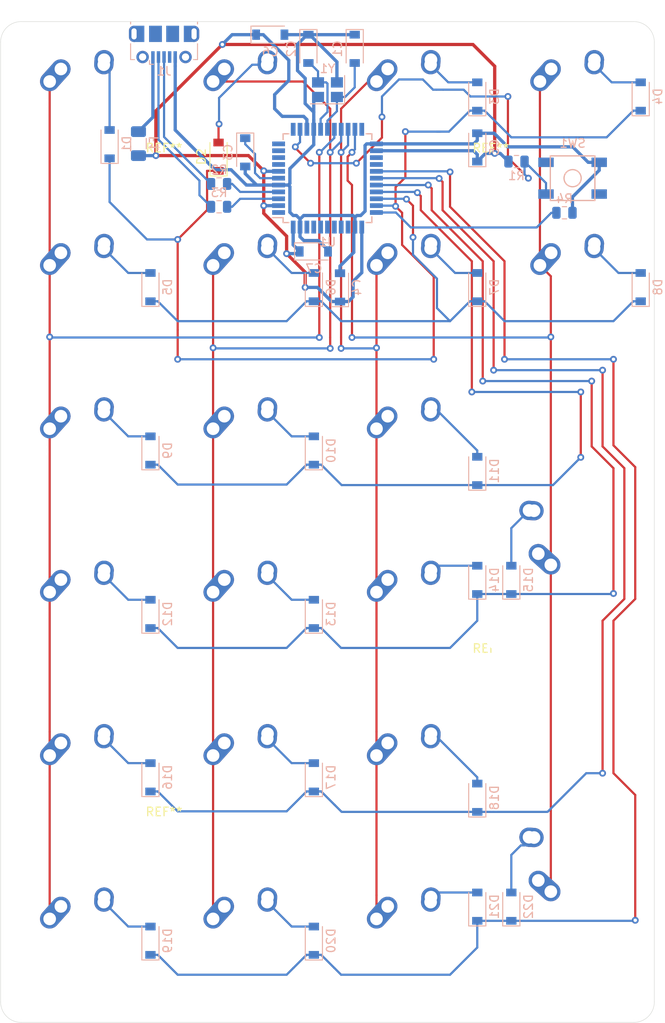
<source format=kicad_pcb>
(kicad_pcb (version 20171130) (host pcbnew "(5.1.4)-1")

  (general
    (thickness 1.6)
    (drawings 8)
    (tracks 507)
    (zones 0)
    (modules 64)
    (nets 63)
  )

  (page A4)
  (layers
    (0 F.Cu signal)
    (31 B.Cu signal)
    (32 B.Adhes user)
    (33 F.Adhes user)
    (34 B.Paste user)
    (35 F.Paste user)
    (36 B.SilkS user)
    (37 F.SilkS user)
    (38 B.Mask user)
    (39 F.Mask user)
    (40 Dwgs.User user hide)
    (41 Cmts.User user)
    (42 Eco1.User user)
    (43 Eco2.User user)
    (44 Edge.Cuts user)
    (45 Margin user)
    (46 B.CrtYd user)
    (47 F.CrtYd user)
    (48 B.Fab user)
    (49 F.Fab user)
  )

  (setup
    (last_trace_width 0.254)
    (trace_clearance 0.2)
    (zone_clearance 0.508)
    (zone_45_only no)
    (trace_min 0.2)
    (via_size 0.8)
    (via_drill 0.4)
    (via_min_size 0.4)
    (via_min_drill 0.3)
    (uvia_size 0.3)
    (uvia_drill 0.1)
    (uvias_allowed no)
    (uvia_min_size 0.2)
    (uvia_min_drill 0.1)
    (edge_width 0.05)
    (segment_width 0.2)
    (pcb_text_width 0.3)
    (pcb_text_size 1.5 1.5)
    (mod_edge_width 0.12)
    (mod_text_size 1 1)
    (mod_text_width 0.15)
    (pad_size 1.524 1.524)
    (pad_drill 0.762)
    (pad_to_mask_clearance 0.051)
    (solder_mask_min_width 0.25)
    (aux_axis_origin 0 0)
    (visible_elements 7FFFFFFF)
    (pcbplotparams
      (layerselection 0x010fc_ffffffff)
      (usegerberextensions false)
      (usegerberattributes false)
      (usegerberadvancedattributes false)
      (creategerberjobfile false)
      (excludeedgelayer true)
      (linewidth 0.100000)
      (plotframeref false)
      (viasonmask false)
      (mode 1)
      (useauxorigin false)
      (hpglpennumber 1)
      (hpglpenspeed 20)
      (hpglpendiameter 15.000000)
      (psnegative false)
      (psa4output false)
      (plotreference true)
      (plotvalue true)
      (plotinvisibletext false)
      (padsonsilk false)
      (subtractmaskfromsilk false)
      (outputformat 1)
      (mirror false)
      (drillshape 1)
      (scaleselection 1)
      (outputdirectory ""))
  )

  (net 0 "")
  (net 1 COL2)
  (net 2 "Net-(ASTERISK1-Pad2)")
  (net 3 "Net-(C1-Pad2)")
  (net 4 GND)
  (net 5 "Net-(C3-Pad1)")
  (net 6 +5V)
  (net 7 "Net-(D1-Pad2)")
  (net 8 ROW0)
  (net 9 "Net-(D2-Pad2)")
  (net 10 "Net-(D3-Pad2)")
  (net 11 "Net-(D4-Pad2)")
  (net 12 "Net-(D5-Pad2)")
  (net 13 ROW1)
  (net 14 "Net-(D6-Pad2)")
  (net 15 "Net-(D8-Pad2)")
  (net 16 "Net-(D9-Pad2)")
  (net 17 ROW2)
  (net 18 "Net-(D10-Pad2)")
  (net 19 "Net-(D11-Pad2)")
  (net 20 "Net-(D12-Pad2)")
  (net 21 ROW3)
  (net 22 "Net-(D13-Pad2)")
  (net 23 "Net-(D14-Pad2)")
  (net 24 "Net-(D15-Pad2)")
  (net 25 "Net-(D16-Pad2)")
  (net 26 ROW4)
  (net 27 "Net-(D17-Pad2)")
  (net 28 "Net-(D18-Pad2)")
  (net 29 "Net-(D19-Pad2)")
  (net 30 ROW5)
  (net 31 "Net-(D20-Pad2)")
  (net 32 "Net-(D21-Pad2)")
  (net 33 "Net-(D22-Pad2)")
  (net 34 VCC)
  (net 35 COL0)
  (net 36 COL1)
  (net 37 COL3)
  (net 38 "Net-(J1-Pad6)")
  (net 39 "Net-(J1-Pad4)")
  (net 40 "Net-(R1-Pad2)")
  (net 41 D+)
  (net 42 "Net-(R2-Pad1)")
  (net 43 D-)
  (net 44 "Net-(R3-Pad1)")
  (net 45 "Net-(R4-Pad2)")
  (net 46 "Net-(U1-Pad42)")
  (net 47 "Net-(U1-Pad41)")
  (net 48 "Net-(U1-Pad40)")
  (net 49 "Net-(U1-Pad39)")
  (net 50 "Net-(U1-Pad38)")
  (net 51 "Net-(U1-Pad37)")
  (net 52 "Net-(U1-Pad36)")
  (net 53 "Net-(U1-Pad26)")
  (net 54 "Net-(U1-Pad25)")
  (net 55 "Net-(U1-Pad22)")
  (net 56 "Net-(U1-Pad12)")
  (net 57 "Net-(U1-Pad11)")
  (net 58 "Net-(U1-Pad10)")
  (net 59 "Net-(U1-Pad9)")
  (net 60 "Net-(U1-Pad8)")
  (net 61 "Net-(U1-Pad1)")
  (net 62 "Net-(C2-Pad2)")

  (net_class Default "This is the default net class."
    (clearance 0.2)
    (trace_width 0.254)
    (via_dia 0.8)
    (via_drill 0.4)
    (uvia_dia 0.3)
    (uvia_drill 0.1)
    (add_net COL0)
    (add_net COL1)
    (add_net COL2)
    (add_net COL3)
    (add_net D+)
    (add_net D-)
    (add_net "Net-(ASTERISK1-Pad2)")
    (add_net "Net-(C1-Pad2)")
    (add_net "Net-(C2-Pad2)")
    (add_net "Net-(C3-Pad1)")
    (add_net "Net-(D1-Pad2)")
    (add_net "Net-(D10-Pad2)")
    (add_net "Net-(D11-Pad2)")
    (add_net "Net-(D12-Pad2)")
    (add_net "Net-(D13-Pad2)")
    (add_net "Net-(D14-Pad2)")
    (add_net "Net-(D15-Pad2)")
    (add_net "Net-(D16-Pad2)")
    (add_net "Net-(D17-Pad2)")
    (add_net "Net-(D18-Pad2)")
    (add_net "Net-(D19-Pad2)")
    (add_net "Net-(D2-Pad2)")
    (add_net "Net-(D20-Pad2)")
    (add_net "Net-(D21-Pad2)")
    (add_net "Net-(D22-Pad2)")
    (add_net "Net-(D3-Pad2)")
    (add_net "Net-(D4-Pad2)")
    (add_net "Net-(D5-Pad2)")
    (add_net "Net-(D6-Pad2)")
    (add_net "Net-(D8-Pad2)")
    (add_net "Net-(D9-Pad2)")
    (add_net "Net-(J1-Pad4)")
    (add_net "Net-(J1-Pad6)")
    (add_net "Net-(R1-Pad2)")
    (add_net "Net-(R2-Pad1)")
    (add_net "Net-(R3-Pad1)")
    (add_net "Net-(R4-Pad2)")
    (add_net "Net-(U1-Pad1)")
    (add_net "Net-(U1-Pad10)")
    (add_net "Net-(U1-Pad11)")
    (add_net "Net-(U1-Pad12)")
    (add_net "Net-(U1-Pad22)")
    (add_net "Net-(U1-Pad25)")
    (add_net "Net-(U1-Pad26)")
    (add_net "Net-(U1-Pad36)")
    (add_net "Net-(U1-Pad37)")
    (add_net "Net-(U1-Pad38)")
    (add_net "Net-(U1-Pad39)")
    (add_net "Net-(U1-Pad40)")
    (add_net "Net-(U1-Pad41)")
    (add_net "Net-(U1-Pad42)")
    (add_net "Net-(U1-Pad8)")
    (add_net "Net-(U1-Pad9)")
    (add_net ROW0)
    (add_net ROW1)
    (add_net ROW2)
    (add_net ROW3)
    (add_net ROW4)
    (add_net ROW5)
  )

  (net_class Power ""
    (clearance 0.2)
    (trace_width 0.381)
    (via_dia 0.8)
    (via_drill 0.4)
    (uvia_dia 0.3)
    (uvia_drill 0.1)
    (add_net +5V)
    (add_net GND)
    (add_net VCC)
  )

  (module MountingHole:MountingHole_4.5mm (layer F.Cu) (tedit 56D1B4CB) (tstamp 5D6FE195)
    (at 87.3125 161.13125)
    (descr "Mounting Hole 4.5mm, no annular")
    (tags "mounting hole 4.5mm no annular")
    (attr virtual)
    (fp_text reference REF** (at 0 -5.5) (layer F.SilkS)
      (effects (font (size 1 1) (thickness 0.15)))
    )
    (fp_text value MountingHole_4.5mm (at 0 5.5) (layer F.Fab)
      (effects (font (size 1 1) (thickness 0.15)))
    )
    (fp_circle (center 0 0) (end 4.75 0) (layer F.CrtYd) (width 0.05))
    (fp_circle (center 0 0) (end 4.5 0) (layer Cmts.User) (width 0.15))
    (fp_text user %R (at 0.3 0) (layer F.Fab)
      (effects (font (size 1 1) (thickness 0.15)))
    )
    (pad 1 np_thru_hole circle (at 0 0) (size 4.5 4.5) (drill 4.5) (layers *.Cu *.Mask))
  )

  (module MountingHole:MountingHole_4.5mm (layer F.Cu) (tedit 56D1B4CB) (tstamp 5D6FE178)
    (at 125.4125 142.08125)
    (descr "Mounting Hole 4.5mm, no annular")
    (tags "mounting hole 4.5mm no annular")
    (attr virtual)
    (fp_text reference REF** (at 0 -5.5) (layer F.SilkS)
      (effects (font (size 1 1) (thickness 0.15)))
    )
    (fp_text value MountingHole_4.5mm (at 0 5.5) (layer F.Fab)
      (effects (font (size 1 1) (thickness 0.15)))
    )
    (fp_circle (center 0 0) (end 4.75 0) (layer F.CrtYd) (width 0.05))
    (fp_circle (center 0 0) (end 4.5 0) (layer Cmts.User) (width 0.15))
    (fp_text user %R (at 0.3 0) (layer F.Fab)
      (effects (font (size 1 1) (thickness 0.15)))
    )
    (pad 1 np_thru_hole circle (at 0 0) (size 4.5 4.5) (drill 4.5) (layers *.Cu *.Mask))
  )

  (module MountingHole:MountingHole_4.5mm (layer F.Cu) (tedit 56D1B4CB) (tstamp 5D6FE15B)
    (at 125.4125 83.740625)
    (descr "Mounting Hole 4.5mm, no annular")
    (tags "mounting hole 4.5mm no annular")
    (attr virtual)
    (fp_text reference REF** (at 0 -5.5) (layer F.SilkS)
      (effects (font (size 1 1) (thickness 0.15)))
    )
    (fp_text value MountingHole_4.5mm (at 0 5.5) (layer F.Fab)
      (effects (font (size 1 1) (thickness 0.15)))
    )
    (fp_circle (center 0 0) (end 4.75 0) (layer F.CrtYd) (width 0.05))
    (fp_circle (center 0 0) (end 4.5 0) (layer Cmts.User) (width 0.15))
    (fp_text user %R (at 0.3 0) (layer F.Fab)
      (effects (font (size 1 1) (thickness 0.15)))
    )
    (pad 1 np_thru_hole circle (at 0 0) (size 4.5 4.5) (drill 4.5) (layers *.Cu *.Mask))
  )

  (module MountingHole:MountingHole_4.5mm (layer F.Cu) (tedit 56D1B4CB) (tstamp 5D6FE13E)
    (at 87.3125 83.740625)
    (descr "Mounting Hole 4.5mm, no annular")
    (tags "mounting hole 4.5mm no annular")
    (attr virtual)
    (fp_text reference REF** (at 0 -5.5) (layer F.SilkS)
      (effects (font (size 1 1) (thickness 0.15)))
    )
    (fp_text value MountingHole_4.5mm (at 0 5.5) (layer F.Fab)
      (effects (font (size 1 1) (thickness 0.15)))
    )
    (fp_circle (center 0 0) (end 4.75 0) (layer F.CrtYd) (width 0.05))
    (fp_circle (center 0 0) (end 4.5 0) (layer Cmts.User) (width 0.15))
    (fp_text user %R (at 0.3 0) (layer F.Fab)
      (effects (font (size 1 1) (thickness 0.15)))
    )
    (pad 1 np_thru_hole circle (at 0 0) (size 4.5 4.5) (drill 4.5) (layers *.Cu *.Mask))
  )

  (module MX_Alps_Hybrid:MX-1U-NoLED (layer F.Cu) (tedit 5A9F5203) (tstamp 5D6A242C)
    (at 96.8375 94.45625)
    (path /5D737FFB)
    (fp_text reference FWDSLASH1 (at 0 3.175) (layer Dwgs.User)
      (effects (font (size 1 1) (thickness 0.15)))
    )
    (fp_text value MX-NoLED (at 0 -7.9375) (layer Dwgs.User)
      (effects (font (size 1 1) (thickness 0.15)))
    )
    (fp_line (start -9.525 9.525) (end -9.525 -9.525) (layer Dwgs.User) (width 0.15))
    (fp_line (start 9.525 9.525) (end -9.525 9.525) (layer Dwgs.User) (width 0.15))
    (fp_line (start 9.525 -9.525) (end 9.525 9.525) (layer Dwgs.User) (width 0.15))
    (fp_line (start -9.525 -9.525) (end 9.525 -9.525) (layer Dwgs.User) (width 0.15))
    (fp_line (start -7 -7) (end -7 -5) (layer Dwgs.User) (width 0.15))
    (fp_line (start -5 -7) (end -7 -7) (layer Dwgs.User) (width 0.15))
    (fp_line (start -7 7) (end -5 7) (layer Dwgs.User) (width 0.15))
    (fp_line (start -7 5) (end -7 7) (layer Dwgs.User) (width 0.15))
    (fp_line (start 7 7) (end 7 5) (layer Dwgs.User) (width 0.15))
    (fp_line (start 5 7) (end 7 7) (layer Dwgs.User) (width 0.15))
    (fp_line (start 7 -7) (end 7 -5) (layer Dwgs.User) (width 0.15))
    (fp_line (start 5 -7) (end 7 -7) (layer Dwgs.User) (width 0.15))
    (pad "" np_thru_hole circle (at 5.08 0 48.0996) (size 1.75 1.75) (drill 1.75) (layers *.Cu *.Mask))
    (pad "" np_thru_hole circle (at -5.08 0 48.0996) (size 1.75 1.75) (drill 1.75) (layers *.Cu *.Mask))
    (pad 1 thru_hole circle (at -2.5 -4) (size 2.25 2.25) (drill 1.47) (layers *.Cu B.Mask)
      (net 36 COL1))
    (pad "" np_thru_hole circle (at 0 0) (size 3.9878 3.9878) (drill 3.9878) (layers *.Cu *.Mask))
    (pad 1 thru_hole oval (at -3.81 -2.54 48.0996) (size 4.211556 2.25) (drill 1.47 (offset 0.980778 0)) (layers *.Cu B.Mask)
      (net 36 COL1))
    (pad 2 thru_hole circle (at 2.54 -5.08) (size 2.25 2.25) (drill 1.47) (layers *.Cu B.Mask)
      (net 14 "Net-(D6-Pad2)"))
    (pad 2 thru_hole oval (at 2.5 -4.5 86.0548) (size 2.831378 2.25) (drill 1.47 (offset 0.290689 0)) (layers *.Cu B.Mask)
      (net 14 "Net-(D6-Pad2)"))
  )

  (module MX_Alps_Hybrid:MX-1U-NoLED (layer F.Cu) (tedit 5A9F5203) (tstamp 5D6A23E7)
    (at 96.8375 73.025)
    (path /5D731EFD)
    (fp_text reference FN2 (at 0 3.175) (layer Dwgs.User)
      (effects (font (size 1 1) (thickness 0.15)))
    )
    (fp_text value MX-NoLED (at 0 -7.9375) (layer Dwgs.User)
      (effects (font (size 1 1) (thickness 0.15)))
    )
    (fp_line (start -9.525 9.525) (end -9.525 -9.525) (layer Dwgs.User) (width 0.15))
    (fp_line (start 9.525 9.525) (end -9.525 9.525) (layer Dwgs.User) (width 0.15))
    (fp_line (start 9.525 -9.525) (end 9.525 9.525) (layer Dwgs.User) (width 0.15))
    (fp_line (start -9.525 -9.525) (end 9.525 -9.525) (layer Dwgs.User) (width 0.15))
    (fp_line (start -7 -7) (end -7 -5) (layer Dwgs.User) (width 0.15))
    (fp_line (start -5 -7) (end -7 -7) (layer Dwgs.User) (width 0.15))
    (fp_line (start -7 7) (end -5 7) (layer Dwgs.User) (width 0.15))
    (fp_line (start -7 5) (end -7 7) (layer Dwgs.User) (width 0.15))
    (fp_line (start 7 7) (end 7 5) (layer Dwgs.User) (width 0.15))
    (fp_line (start 5 7) (end 7 7) (layer Dwgs.User) (width 0.15))
    (fp_line (start 7 -7) (end 7 -5) (layer Dwgs.User) (width 0.15))
    (fp_line (start 5 -7) (end 7 -7) (layer Dwgs.User) (width 0.15))
    (pad "" np_thru_hole circle (at 5.08 0 48.0996) (size 1.75 1.75) (drill 1.75) (layers *.Cu *.Mask))
    (pad "" np_thru_hole circle (at -5.08 0 48.0996) (size 1.75 1.75) (drill 1.75) (layers *.Cu *.Mask))
    (pad 1 thru_hole circle (at -2.5 -4) (size 2.25 2.25) (drill 1.47) (layers *.Cu B.Mask)
      (net 36 COL1))
    (pad "" np_thru_hole circle (at 0 0) (size 3.9878 3.9878) (drill 3.9878) (layers *.Cu *.Mask))
    (pad 1 thru_hole oval (at -3.81 -2.54 48.0996) (size 4.211556 2.25) (drill 1.47 (offset 0.980778 0)) (layers *.Cu B.Mask)
      (net 36 COL1))
    (pad 2 thru_hole circle (at 2.54 -5.08) (size 2.25 2.25) (drill 1.47) (layers *.Cu B.Mask)
      (net 9 "Net-(D2-Pad2)"))
    (pad 2 thru_hole oval (at 2.5 -4.5 86.0548) (size 2.831378 2.25) (drill 1.47 (offset 0.290689 0)) (layers *.Cu B.Mask)
      (net 9 "Net-(D2-Pad2)"))
  )

  (module MX_Alps_Hybrid:MX-1U-NoLED (layer F.Cu) (tedit 5A9F5203) (tstamp 5D6FAC97)
    (at 134.9375 94.45625)
    (path /5D73E36C)
    (fp_text reference MINUS1 (at 0 3.175) (layer Dwgs.User)
      (effects (font (size 1 1) (thickness 0.15)))
    )
    (fp_text value MX-NoLED (at 0 -7.9375) (layer Dwgs.User)
      (effects (font (size 1 1) (thickness 0.15)))
    )
    (fp_line (start -9.525 9.525) (end -9.525 -9.525) (layer Dwgs.User) (width 0.15))
    (fp_line (start 9.525 9.525) (end -9.525 9.525) (layer Dwgs.User) (width 0.15))
    (fp_line (start 9.525 -9.525) (end 9.525 9.525) (layer Dwgs.User) (width 0.15))
    (fp_line (start -9.525 -9.525) (end 9.525 -9.525) (layer Dwgs.User) (width 0.15))
    (fp_line (start -7 -7) (end -7 -5) (layer Dwgs.User) (width 0.15))
    (fp_line (start -5 -7) (end -7 -7) (layer Dwgs.User) (width 0.15))
    (fp_line (start -7 7) (end -5 7) (layer Dwgs.User) (width 0.15))
    (fp_line (start -7 5) (end -7 7) (layer Dwgs.User) (width 0.15))
    (fp_line (start 7 7) (end 7 5) (layer Dwgs.User) (width 0.15))
    (fp_line (start 5 7) (end 7 7) (layer Dwgs.User) (width 0.15))
    (fp_line (start 7 -7) (end 7 -5) (layer Dwgs.User) (width 0.15))
    (fp_line (start 5 -7) (end 7 -7) (layer Dwgs.User) (width 0.15))
    (pad "" np_thru_hole circle (at 5.08 0 48.0996) (size 1.75 1.75) (drill 1.75) (layers *.Cu *.Mask))
    (pad "" np_thru_hole circle (at -5.08 0 48.0996) (size 1.75 1.75) (drill 1.75) (layers *.Cu *.Mask))
    (pad 1 thru_hole circle (at -2.5 -4) (size 2.25 2.25) (drill 1.47) (layers *.Cu B.Mask)
      (net 37 COL3))
    (pad "" np_thru_hole circle (at 0 0) (size 3.9878 3.9878) (drill 3.9878) (layers *.Cu *.Mask))
    (pad 1 thru_hole oval (at -3.81 -2.54 48.0996) (size 4.211556 2.25) (drill 1.47 (offset 0.980778 0)) (layers *.Cu B.Mask)
      (net 37 COL3))
    (pad 2 thru_hole circle (at 2.54 -5.08) (size 2.25 2.25) (drill 1.47) (layers *.Cu B.Mask)
      (net 15 "Net-(D8-Pad2)"))
    (pad 2 thru_hole oval (at 2.5 -4.5 86.0548) (size 2.831378 2.25) (drill 1.47 (offset 0.290689 0)) (layers *.Cu B.Mask)
      (net 15 "Net-(D8-Pad2)"))
  )

  (module MX_Alps_Hybrid:MX-2U-ReversedStabilizers-NoLED (layer F.Cu) (tedit 5A9F5237) (tstamp 5D6A2609)
    (at 134.9375 161.13125 90)
    (path /5D75F701)
    (fp_text reference RETURN1 (at 0 3.175 90) (layer Dwgs.User)
      (effects (font (size 1 1) (thickness 0.15)))
    )
    (fp_text value MX-NoLED (at 0 -7.9375 90) (layer Dwgs.User)
      (effects (font (size 1 1) (thickness 0.15)))
    )
    (fp_line (start -19.05 9.525) (end -19.05 -9.525) (layer Dwgs.User) (width 0.15))
    (fp_line (start -19.05 9.525) (end 19.05 9.525) (layer Dwgs.User) (width 0.15))
    (fp_line (start 19.05 -9.525) (end 19.05 9.525) (layer Dwgs.User) (width 0.15))
    (fp_line (start -19.05 -9.525) (end 19.05 -9.525) (layer Dwgs.User) (width 0.15))
    (fp_line (start -7 -7) (end -7 -5) (layer Dwgs.User) (width 0.15))
    (fp_line (start -5 -7) (end -7 -7) (layer Dwgs.User) (width 0.15))
    (fp_line (start -7 7) (end -5 7) (layer Dwgs.User) (width 0.15))
    (fp_line (start -7 5) (end -7 7) (layer Dwgs.User) (width 0.15))
    (fp_line (start 7 7) (end 7 5) (layer Dwgs.User) (width 0.15))
    (fp_line (start 5 7) (end 7 7) (layer Dwgs.User) (width 0.15))
    (fp_line (start 7 -7) (end 7 -5) (layer Dwgs.User) (width 0.15))
    (fp_line (start 5 -7) (end 7 -7) (layer Dwgs.User) (width 0.15))
    (pad "" np_thru_hole circle (at 11.938 -8.255 90) (size 3.9878 3.9878) (drill 3.9878) (layers *.Cu *.Mask))
    (pad "" np_thru_hole circle (at -11.938 -8.255 90) (size 3.9878 3.9878) (drill 3.9878) (layers *.Cu *.Mask))
    (pad "" np_thru_hole circle (at 11.938 6.985 90) (size 3.048 3.048) (drill 3.048) (layers *.Cu *.Mask))
    (pad "" np_thru_hole circle (at -11.938 6.985 90) (size 3.048 3.048) (drill 3.048) (layers *.Cu *.Mask))
    (pad "" np_thru_hole circle (at 5.08 0 138.0996) (size 1.75 1.75) (drill 1.75) (layers *.Cu *.Mask))
    (pad "" np_thru_hole circle (at -5.08 0 138.0996) (size 1.75 1.75) (drill 1.75) (layers *.Cu *.Mask))
    (pad 1 thru_hole circle (at -2.5 -4 90) (size 2.25 2.25) (drill 1.47) (layers *.Cu B.Mask)
      (net 37 COL3))
    (pad "" np_thru_hole circle (at 0 0 90) (size 3.9878 3.9878) (drill 3.9878) (layers *.Cu *.Mask))
    (pad 1 thru_hole oval (at -3.81 -2.54 138.0996) (size 4.211556 2.25) (drill 1.47 (offset 0.980778 0)) (layers *.Cu B.Mask)
      (net 37 COL3))
    (pad 2 thru_hole circle (at 2.54 -5.08 90) (size 2.25 2.25) (drill 1.47) (layers *.Cu B.Mask)
      (net 33 "Net-(D22-Pad2)"))
    (pad 2 thru_hole oval (at 2.5 -4.5 176.0548) (size 2.831378 2.25) (drill 1.47 (offset 0.290689 0)) (layers *.Cu B.Mask)
      (net 33 "Net-(D22-Pad2)"))
  )

  (module MX_Alps_Hybrid:MX-2U-ReversedStabilizers-NoLED (layer F.Cu) (tedit 5A9F5237) (tstamp 5D6A25AE)
    (at 134.9375 123.03125 90)
    (path /5D75A309)
    (fp_text reference PLUS1 (at 0 3.175 90) (layer Dwgs.User)
      (effects (font (size 1 1) (thickness 0.15)))
    )
    (fp_text value MX-NoLED (at 0 -7.9375 90) (layer Dwgs.User)
      (effects (font (size 1 1) (thickness 0.15)))
    )
    (fp_line (start -19.05 9.525) (end -19.05 -9.525) (layer Dwgs.User) (width 0.15))
    (fp_line (start -19.05 9.525) (end 19.05 9.525) (layer Dwgs.User) (width 0.15))
    (fp_line (start 19.05 -9.525) (end 19.05 9.525) (layer Dwgs.User) (width 0.15))
    (fp_line (start -19.05 -9.525) (end 19.05 -9.525) (layer Dwgs.User) (width 0.15))
    (fp_line (start -7 -7) (end -7 -5) (layer Dwgs.User) (width 0.15))
    (fp_line (start -5 -7) (end -7 -7) (layer Dwgs.User) (width 0.15))
    (fp_line (start -7 7) (end -5 7) (layer Dwgs.User) (width 0.15))
    (fp_line (start -7 5) (end -7 7) (layer Dwgs.User) (width 0.15))
    (fp_line (start 7 7) (end 7 5) (layer Dwgs.User) (width 0.15))
    (fp_line (start 5 7) (end 7 7) (layer Dwgs.User) (width 0.15))
    (fp_line (start 7 -7) (end 7 -5) (layer Dwgs.User) (width 0.15))
    (fp_line (start 5 -7) (end 7 -7) (layer Dwgs.User) (width 0.15))
    (pad "" np_thru_hole circle (at 11.938 -8.255 90) (size 3.9878 3.9878) (drill 3.9878) (layers *.Cu *.Mask))
    (pad "" np_thru_hole circle (at -11.938 -8.255 90) (size 3.9878 3.9878) (drill 3.9878) (layers *.Cu *.Mask))
    (pad "" np_thru_hole circle (at 11.938 6.985 90) (size 3.048 3.048) (drill 3.048) (layers *.Cu *.Mask))
    (pad "" np_thru_hole circle (at -11.938 6.985 90) (size 3.048 3.048) (drill 3.048) (layers *.Cu *.Mask))
    (pad "" np_thru_hole circle (at 5.08 0 138.0996) (size 1.75 1.75) (drill 1.75) (layers *.Cu *.Mask))
    (pad "" np_thru_hole circle (at -5.08 0 138.0996) (size 1.75 1.75) (drill 1.75) (layers *.Cu *.Mask))
    (pad 1 thru_hole circle (at -2.5 -4 90) (size 2.25 2.25) (drill 1.47) (layers *.Cu B.Mask)
      (net 37 COL3))
    (pad "" np_thru_hole circle (at 0 0 90) (size 3.9878 3.9878) (drill 3.9878) (layers *.Cu *.Mask))
    (pad 1 thru_hole oval (at -3.81 -2.54 138.0996) (size 4.211556 2.25) (drill 1.47 (offset 0.980778 0)) (layers *.Cu B.Mask)
      (net 37 COL3))
    (pad 2 thru_hole circle (at 2.54 -5.08 90) (size 2.25 2.25) (drill 1.47) (layers *.Cu B.Mask)
      (net 24 "Net-(D15-Pad2)"))
    (pad 2 thru_hole oval (at 2.5 -4.5 176.0548) (size 2.831378 2.25) (drill 1.47 (offset 0.290689 0)) (layers *.Cu B.Mask)
      (net 24 "Net-(D15-Pad2)"))
  )

  (module Crystal:Crystal_SMD_3225-4Pin_3.2x2.5mm (layer B.Cu) (tedit 5A0FD1B2) (tstamp 5D6E5506)
    (at 106.3625 71.4375 180)
    (descr "SMD Crystal SERIES SMD3225/4 http://www.txccrystal.com/images/pdf/7m-accuracy.pdf, 3.2x2.5mm^2 package")
    (tags "SMD SMT crystal")
    (path /5D679935)
    (attr smd)
    (fp_text reference Y1 (at 0 2.45) (layer B.SilkS)
      (effects (font (size 1 1) (thickness 0.15)) (justify mirror))
    )
    (fp_text value 16MHz (at 0 -2.45) (layer B.Fab)
      (effects (font (size 1 1) (thickness 0.15)) (justify mirror))
    )
    (fp_line (start 2.1 1.7) (end -2.1 1.7) (layer B.CrtYd) (width 0.05))
    (fp_line (start 2.1 -1.7) (end 2.1 1.7) (layer B.CrtYd) (width 0.05))
    (fp_line (start -2.1 -1.7) (end 2.1 -1.7) (layer B.CrtYd) (width 0.05))
    (fp_line (start -2.1 1.7) (end -2.1 -1.7) (layer B.CrtYd) (width 0.05))
    (fp_line (start -2 -1.65) (end 2 -1.65) (layer B.SilkS) (width 0.12))
    (fp_line (start -2 1.65) (end -2 -1.65) (layer B.SilkS) (width 0.12))
    (fp_line (start -1.6 -0.25) (end -0.6 -1.25) (layer B.Fab) (width 0.1))
    (fp_line (start 1.6 1.25) (end -1.6 1.25) (layer B.Fab) (width 0.1))
    (fp_line (start 1.6 -1.25) (end 1.6 1.25) (layer B.Fab) (width 0.1))
    (fp_line (start -1.6 -1.25) (end 1.6 -1.25) (layer B.Fab) (width 0.1))
    (fp_line (start -1.6 1.25) (end -1.6 -1.25) (layer B.Fab) (width 0.1))
    (fp_text user %R (at 0 0) (layer B.Fab)
      (effects (font (size 0.7 0.7) (thickness 0.105)) (justify mirror))
    )
    (pad 4 smd rect (at -1.1 0.85 180) (size 1.4 1.2) (layers B.Cu B.Paste B.Mask)
      (net 4 GND))
    (pad 3 smd rect (at 1.1 0.85 180) (size 1.4 1.2) (layers B.Cu B.Paste B.Mask)
      (net 62 "Net-(C2-Pad2)"))
    (pad 2 smd rect (at 1.1 -0.85 180) (size 1.4 1.2) (layers B.Cu B.Paste B.Mask)
      (net 4 GND))
    (pad 1 smd rect (at -1.1 -0.85 180) (size 1.4 1.2) (layers B.Cu B.Paste B.Mask)
      (net 3 "Net-(C1-Pad2)"))
    (model ${KISYS3DMOD}/Crystal.3dshapes/Crystal_SMD_3225-4Pin_3.2x2.5mm.wrl
      (at (xyz 0 0 0))
      (scale (xyz 1 1 1))
      (rotate (xyz 0 0 0))
    )
  )

  (module Package_QFP:TQFP-44_10x10mm_P0.8mm (layer B.Cu) (tedit 5A02F146) (tstamp 5D6A266A)
    (at 106.3625 81.75625)
    (descr "44-Lead Plastic Thin Quad Flatpack (PT) - 10x10x1.0 mm Body [TQFP] (see Microchip Packaging Specification 00000049BS.pdf)")
    (tags "QFP 0.8")
    (path /5D6640C0)
    (attr smd)
    (fp_text reference U1 (at 0 7.45) (layer B.SilkS)
      (effects (font (size 1 1) (thickness 0.15)) (justify mirror))
    )
    (fp_text value ATmega32U4-AU (at 0 -7.45) (layer B.Fab)
      (effects (font (size 1 1) (thickness 0.15)) (justify mirror))
    )
    (fp_line (start -5.175 4.6) (end -6.45 4.6) (layer B.SilkS) (width 0.15))
    (fp_line (start 5.175 5.175) (end 4.5 5.175) (layer B.SilkS) (width 0.15))
    (fp_line (start 5.175 -5.175) (end 4.5 -5.175) (layer B.SilkS) (width 0.15))
    (fp_line (start -5.175 -5.175) (end -4.5 -5.175) (layer B.SilkS) (width 0.15))
    (fp_line (start -5.175 5.175) (end -4.5 5.175) (layer B.SilkS) (width 0.15))
    (fp_line (start -5.175 -5.175) (end -5.175 -4.5) (layer B.SilkS) (width 0.15))
    (fp_line (start 5.175 -5.175) (end 5.175 -4.5) (layer B.SilkS) (width 0.15))
    (fp_line (start 5.175 5.175) (end 5.175 4.5) (layer B.SilkS) (width 0.15))
    (fp_line (start -5.175 5.175) (end -5.175 4.6) (layer B.SilkS) (width 0.15))
    (fp_line (start -6.7 -6.7) (end 6.7 -6.7) (layer B.CrtYd) (width 0.05))
    (fp_line (start -6.7 6.7) (end 6.7 6.7) (layer B.CrtYd) (width 0.05))
    (fp_line (start 6.7 6.7) (end 6.7 -6.7) (layer B.CrtYd) (width 0.05))
    (fp_line (start -6.7 6.7) (end -6.7 -6.7) (layer B.CrtYd) (width 0.05))
    (fp_line (start -5 4) (end -4 5) (layer B.Fab) (width 0.15))
    (fp_line (start -5 -5) (end -5 4) (layer B.Fab) (width 0.15))
    (fp_line (start 5 -5) (end -5 -5) (layer B.Fab) (width 0.15))
    (fp_line (start 5 5) (end 5 -5) (layer B.Fab) (width 0.15))
    (fp_line (start -4 5) (end 5 5) (layer B.Fab) (width 0.15))
    (fp_text user %R (at 0 0) (layer B.Fab)
      (effects (font (size 1 1) (thickness 0.15)) (justify mirror))
    )
    (pad 44 smd rect (at -4 5.7 270) (size 1.5 0.55) (layers B.Cu B.Paste B.Mask)
      (net 6 +5V))
    (pad 43 smd rect (at -3.2 5.7 270) (size 1.5 0.55) (layers B.Cu B.Paste B.Mask)
      (net 4 GND))
    (pad 42 smd rect (at -2.4 5.7 270) (size 1.5 0.55) (layers B.Cu B.Paste B.Mask)
      (net 46 "Net-(U1-Pad42)"))
    (pad 41 smd rect (at -1.6 5.7 270) (size 1.5 0.55) (layers B.Cu B.Paste B.Mask)
      (net 47 "Net-(U1-Pad41)"))
    (pad 40 smd rect (at -0.8 5.7 270) (size 1.5 0.55) (layers B.Cu B.Paste B.Mask)
      (net 48 "Net-(U1-Pad40)"))
    (pad 39 smd rect (at 0 5.7 270) (size 1.5 0.55) (layers B.Cu B.Paste B.Mask)
      (net 49 "Net-(U1-Pad39)"))
    (pad 38 smd rect (at 0.8 5.7 270) (size 1.5 0.55) (layers B.Cu B.Paste B.Mask)
      (net 50 "Net-(U1-Pad38)"))
    (pad 37 smd rect (at 1.6 5.7 270) (size 1.5 0.55) (layers B.Cu B.Paste B.Mask)
      (net 51 "Net-(U1-Pad37)"))
    (pad 36 smd rect (at 2.4 5.7 270) (size 1.5 0.55) (layers B.Cu B.Paste B.Mask)
      (net 52 "Net-(U1-Pad36)"))
    (pad 35 smd rect (at 3.2 5.7 270) (size 1.5 0.55) (layers B.Cu B.Paste B.Mask)
      (net 4 GND))
    (pad 34 smd rect (at 4 5.7 270) (size 1.5 0.55) (layers B.Cu B.Paste B.Mask)
      (net 6 +5V))
    (pad 33 smd rect (at 5.7 4) (size 1.5 0.55) (layers B.Cu B.Paste B.Mask)
      (net 45 "Net-(R4-Pad2)"))
    (pad 32 smd rect (at 5.7 3.2) (size 1.5 0.55) (layers B.Cu B.Paste B.Mask)
      (net 8 ROW0))
    (pad 31 smd rect (at 5.7 2.4) (size 1.5 0.55) (layers B.Cu B.Paste B.Mask)
      (net 13 ROW1))
    (pad 30 smd rect (at 5.7 1.6) (size 1.5 0.55) (layers B.Cu B.Paste B.Mask)
      (net 17 ROW2))
    (pad 29 smd rect (at 5.7 0.8) (size 1.5 0.55) (layers B.Cu B.Paste B.Mask)
      (net 21 ROW3))
    (pad 28 smd rect (at 5.7 0) (size 1.5 0.55) (layers B.Cu B.Paste B.Mask)
      (net 26 ROW4))
    (pad 27 smd rect (at 5.7 -0.8) (size 1.5 0.55) (layers B.Cu B.Paste B.Mask)
      (net 30 ROW5))
    (pad 26 smd rect (at 5.7 -1.6) (size 1.5 0.55) (layers B.Cu B.Paste B.Mask)
      (net 53 "Net-(U1-Pad26)"))
    (pad 25 smd rect (at 5.7 -2.4) (size 1.5 0.55) (layers B.Cu B.Paste B.Mask)
      (net 54 "Net-(U1-Pad25)"))
    (pad 24 smd rect (at 5.7 -3.2) (size 1.5 0.55) (layers B.Cu B.Paste B.Mask)
      (net 6 +5V))
    (pad 23 smd rect (at 5.7 -4) (size 1.5 0.55) (layers B.Cu B.Paste B.Mask)
      (net 4 GND))
    (pad 22 smd rect (at 4 -5.7 270) (size 1.5 0.55) (layers B.Cu B.Paste B.Mask)
      (net 55 "Net-(U1-Pad22)"))
    (pad 21 smd rect (at 3.2 -5.7 270) (size 1.5 0.55) (layers B.Cu B.Paste B.Mask)
      (net 37 COL3))
    (pad 20 smd rect (at 2.4 -5.7 270) (size 1.5 0.55) (layers B.Cu B.Paste B.Mask)
      (net 1 COL2))
    (pad 19 smd rect (at 1.6 -5.7 270) (size 1.5 0.55) (layers B.Cu B.Paste B.Mask)
      (net 36 COL1))
    (pad 18 smd rect (at 0.8 -5.7 270) (size 1.5 0.55) (layers B.Cu B.Paste B.Mask)
      (net 35 COL0))
    (pad 17 smd rect (at 0 -5.7 270) (size 1.5 0.55) (layers B.Cu B.Paste B.Mask)
      (net 3 "Net-(C1-Pad2)"))
    (pad 16 smd rect (at -0.8 -5.7 270) (size 1.5 0.55) (layers B.Cu B.Paste B.Mask)
      (net 62 "Net-(C2-Pad2)"))
    (pad 15 smd rect (at -1.6 -5.7 270) (size 1.5 0.55) (layers B.Cu B.Paste B.Mask)
      (net 4 GND))
    (pad 14 smd rect (at -2.4 -5.7 270) (size 1.5 0.55) (layers B.Cu B.Paste B.Mask)
      (net 6 +5V))
    (pad 13 smd rect (at -3.2 -5.7 270) (size 1.5 0.55) (layers B.Cu B.Paste B.Mask)
      (net 40 "Net-(R1-Pad2)"))
    (pad 12 smd rect (at -4 -5.7 270) (size 1.5 0.55) (layers B.Cu B.Paste B.Mask)
      (net 56 "Net-(U1-Pad12)"))
    (pad 11 smd rect (at -5.7 -4) (size 1.5 0.55) (layers B.Cu B.Paste B.Mask)
      (net 57 "Net-(U1-Pad11)"))
    (pad 10 smd rect (at -5.7 -3.2) (size 1.5 0.55) (layers B.Cu B.Paste B.Mask)
      (net 58 "Net-(U1-Pad10)"))
    (pad 9 smd rect (at -5.7 -2.4) (size 1.5 0.55) (layers B.Cu B.Paste B.Mask)
      (net 59 "Net-(U1-Pad9)"))
    (pad 8 smd rect (at -5.7 -1.6) (size 1.5 0.55) (layers B.Cu B.Paste B.Mask)
      (net 60 "Net-(U1-Pad8)"))
    (pad 7 smd rect (at -5.7 -0.8) (size 1.5 0.55) (layers B.Cu B.Paste B.Mask)
      (net 6 +5V))
    (pad 6 smd rect (at -5.7 0) (size 1.5 0.55) (layers B.Cu B.Paste B.Mask)
      (net 5 "Net-(C3-Pad1)"))
    (pad 5 smd rect (at -5.7 0.8) (size 1.5 0.55) (layers B.Cu B.Paste B.Mask)
      (net 4 GND))
    (pad 4 smd rect (at -5.7 1.6) (size 1.5 0.55) (layers B.Cu B.Paste B.Mask)
      (net 42 "Net-(R2-Pad1)"))
    (pad 3 smd rect (at -5.7 2.4) (size 1.5 0.55) (layers B.Cu B.Paste B.Mask)
      (net 44 "Net-(R3-Pad1)"))
    (pad 2 smd rect (at -5.7 3.2) (size 1.5 0.55) (layers B.Cu B.Paste B.Mask)
      (net 6 +5V))
    (pad 1 smd rect (at -5.7 4) (size 1.5 0.55) (layers B.Cu B.Paste B.Mask)
      (net 61 "Net-(U1-Pad1)"))
    (model ${KISYS3DMOD}/Package_QFP.3dshapes/TQFP-44_10x10mm_P0.8mm.wrl
      (at (xyz 0 0 0))
      (scale (xyz 1 1 1))
      (rotate (xyz 0 0 0))
    )
  )

  (module random-keyboard-parts:SKQG-1155865 (layer B.Cu) (tedit 5C42C5DE) (tstamp 5D6A2627)
    (at 134.9375 81.75625)
    (path /5D685A5C)
    (attr smd)
    (fp_text reference SW1 (at 0 -4.064) (layer B.SilkS)
      (effects (font (size 1 1) (thickness 0.15)) (justify mirror))
    )
    (fp_text value SW_Push (at 0 4.064) (layer B.Fab)
      (effects (font (size 1 1) (thickness 0.15)) (justify mirror))
    )
    (fp_line (start -2.6 2.6) (end 2.6 2.6) (layer B.SilkS) (width 0.15))
    (fp_line (start 2.6 2.6) (end 2.6 -2.6) (layer B.SilkS) (width 0.15))
    (fp_line (start 2.6 -2.6) (end -2.6 -2.6) (layer B.SilkS) (width 0.15))
    (fp_line (start -2.6 -2.6) (end -2.6 2.6) (layer B.SilkS) (width 0.15))
    (fp_circle (center 0 0) (end 1 0) (layer B.SilkS) (width 0.15))
    (fp_line (start -4.2 2.6) (end 4.2 2.6) (layer B.Fab) (width 0.15))
    (fp_line (start 4.2 2.6) (end 4.2 1.2) (layer B.Fab) (width 0.15))
    (fp_line (start 4.2 1.1) (end 2.6 1.1) (layer B.Fab) (width 0.15))
    (fp_line (start 2.6 1.1) (end 2.6 -1.1) (layer B.Fab) (width 0.15))
    (fp_line (start 2.6 -1.1) (end 4.2 -1.1) (layer B.Fab) (width 0.15))
    (fp_line (start 4.2 -1.1) (end 4.2 -2.6) (layer B.Fab) (width 0.15))
    (fp_line (start 4.2 -2.6) (end -4.2 -2.6) (layer B.Fab) (width 0.15))
    (fp_line (start -4.2 -2.6) (end -4.2 -1.1) (layer B.Fab) (width 0.15))
    (fp_line (start -4.2 -1.1) (end -2.6 -1.1) (layer B.Fab) (width 0.15))
    (fp_line (start -2.6 -1.1) (end -2.6 1.1) (layer B.Fab) (width 0.15))
    (fp_line (start -2.6 1.1) (end -4.2 1.1) (layer B.Fab) (width 0.15))
    (fp_line (start -4.2 1.1) (end -4.2 2.6) (layer B.Fab) (width 0.15))
    (fp_circle (center 0 0) (end 1 0) (layer B.Fab) (width 0.15))
    (fp_line (start -2.6 1.1) (end -1.1 2.6) (layer B.Fab) (width 0.15))
    (fp_line (start 2.6 1.1) (end 1.1 2.6) (layer B.Fab) (width 0.15))
    (fp_line (start 2.6 -1.1) (end 1.1 -2.6) (layer B.Fab) (width 0.15))
    (fp_line (start -2.6 -1.1) (end -1.1 -2.6) (layer B.Fab) (width 0.15))
    (pad 4 smd rect (at -3.1 -1.85) (size 1.8 1.1) (layers B.Cu B.Paste B.Mask))
    (pad 3 smd rect (at 3.1 1.85) (size 1.8 1.1) (layers B.Cu B.Paste B.Mask))
    (pad 2 smd rect (at -3.1 1.85) (size 1.8 1.1) (layers B.Cu B.Paste B.Mask)
      (net 40 "Net-(R1-Pad2)"))
    (pad 1 smd rect (at 3.1 -1.85) (size 1.8 1.1) (layers B.Cu B.Paste B.Mask)
      (net 4 GND))
  )

  (module Resistor_SMD:R_0805_2012Metric (layer B.Cu) (tedit 5B36C52B) (tstamp 5D6F9573)
    (at 133.985 85.7885 180)
    (descr "Resistor SMD 0805 (2012 Metric), square (rectangular) end terminal, IPC_7351 nominal, (Body size source: https://docs.google.com/spreadsheets/d/1BsfQQcO9C6DZCsRaXUlFlo91Tg2WpOkGARC1WS5S8t0/edit?usp=sharing), generated with kicad-footprint-generator")
    (tags resistor)
    (path /5D669307)
    (attr smd)
    (fp_text reference R4 (at 0 1.65) (layer B.SilkS)
      (effects (font (size 1 1) (thickness 0.15)) (justify mirror))
    )
    (fp_text value 10k (at 0 -1.65) (layer B.Fab)
      (effects (font (size 1 1) (thickness 0.15)) (justify mirror))
    )
    (fp_text user %R (at 0 0) (layer B.Fab)
      (effects (font (size 0.5 0.5) (thickness 0.08)) (justify mirror))
    )
    (fp_line (start 1.68 -0.95) (end -1.68 -0.95) (layer B.CrtYd) (width 0.05))
    (fp_line (start 1.68 0.95) (end 1.68 -0.95) (layer B.CrtYd) (width 0.05))
    (fp_line (start -1.68 0.95) (end 1.68 0.95) (layer B.CrtYd) (width 0.05))
    (fp_line (start -1.68 -0.95) (end -1.68 0.95) (layer B.CrtYd) (width 0.05))
    (fp_line (start -0.258578 -0.71) (end 0.258578 -0.71) (layer B.SilkS) (width 0.12))
    (fp_line (start -0.258578 0.71) (end 0.258578 0.71) (layer B.SilkS) (width 0.12))
    (fp_line (start 1 -0.6) (end -1 -0.6) (layer B.Fab) (width 0.1))
    (fp_line (start 1 0.6) (end 1 -0.6) (layer B.Fab) (width 0.1))
    (fp_line (start -1 0.6) (end 1 0.6) (layer B.Fab) (width 0.1))
    (fp_line (start -1 -0.6) (end -1 0.6) (layer B.Fab) (width 0.1))
    (pad 2 smd roundrect (at 0.9375 0 180) (size 0.975 1.4) (layers B.Cu B.Paste B.Mask) (roundrect_rratio 0.25)
      (net 45 "Net-(R4-Pad2)"))
    (pad 1 smd roundrect (at -0.9375 0 180) (size 0.975 1.4) (layers B.Cu B.Paste B.Mask) (roundrect_rratio 0.25)
      (net 4 GND))
    (model ${KISYS3DMOD}/Resistor_SMD.3dshapes/R_0805_2012Metric.wrl
      (at (xyz 0 0 0))
      (scale (xyz 1 1 1))
      (rotate (xyz 0 0 0))
    )
  )

  (module Resistor_SMD:R_0805_2012Metric (layer B.Cu) (tedit 5B36C52B) (tstamp 5D6B9252)
    (at 93.726 85.09 180)
    (descr "Resistor SMD 0805 (2012 Metric), square (rectangular) end terminal, IPC_7351 nominal, (Body size source: https://docs.google.com/spreadsheets/d/1BsfQQcO9C6DZCsRaXUlFlo91Tg2WpOkGARC1WS5S8t0/edit?usp=sharing), generated with kicad-footprint-generator")
    (tags resistor)
    (path /5D66D405)
    (attr smd)
    (fp_text reference R3 (at 0 1.65) (layer B.SilkS)
      (effects (font (size 1 1) (thickness 0.15)) (justify mirror))
    )
    (fp_text value 22 (at 0 -1.65) (layer B.Fab)
      (effects (font (size 1 1) (thickness 0.15)) (justify mirror))
    )
    (fp_text user %R (at 0 0) (layer B.Fab)
      (effects (font (size 0.5 0.5) (thickness 0.08)) (justify mirror))
    )
    (fp_line (start 1.68 -0.95) (end -1.68 -0.95) (layer B.CrtYd) (width 0.05))
    (fp_line (start 1.68 0.95) (end 1.68 -0.95) (layer B.CrtYd) (width 0.05))
    (fp_line (start -1.68 0.95) (end 1.68 0.95) (layer B.CrtYd) (width 0.05))
    (fp_line (start -1.68 -0.95) (end -1.68 0.95) (layer B.CrtYd) (width 0.05))
    (fp_line (start -0.258578 -0.71) (end 0.258578 -0.71) (layer B.SilkS) (width 0.12))
    (fp_line (start -0.258578 0.71) (end 0.258578 0.71) (layer B.SilkS) (width 0.12))
    (fp_line (start 1 -0.6) (end -1 -0.6) (layer B.Fab) (width 0.1))
    (fp_line (start 1 0.6) (end 1 -0.6) (layer B.Fab) (width 0.1))
    (fp_line (start -1 0.6) (end 1 0.6) (layer B.Fab) (width 0.1))
    (fp_line (start -1 -0.6) (end -1 0.6) (layer B.Fab) (width 0.1))
    (pad 2 smd roundrect (at 0.9375 0 180) (size 0.975 1.4) (layers B.Cu B.Paste B.Mask) (roundrect_rratio 0.25)
      (net 43 D-))
    (pad 1 smd roundrect (at -0.9375 0 180) (size 0.975 1.4) (layers B.Cu B.Paste B.Mask) (roundrect_rratio 0.25)
      (net 44 "Net-(R3-Pad1)"))
    (model ${KISYS3DMOD}/Resistor_SMD.3dshapes/R_0805_2012Metric.wrl
      (at (xyz 0 0 0))
      (scale (xyz 1 1 1))
      (rotate (xyz 0 0 0))
    )
  )

  (module Resistor_SMD:R_0805_2012Metric (layer B.Cu) (tedit 5B36C52B) (tstamp 5D6B9222)
    (at 93.726 82.423 180)
    (descr "Resistor SMD 0805 (2012 Metric), square (rectangular) end terminal, IPC_7351 nominal, (Body size source: https://docs.google.com/spreadsheets/d/1BsfQQcO9C6DZCsRaXUlFlo91Tg2WpOkGARC1WS5S8t0/edit?usp=sharing), generated with kicad-footprint-generator")
    (tags resistor)
    (path /5D66B21F)
    (attr smd)
    (fp_text reference R2 (at 0 1.65) (layer B.SilkS)
      (effects (font (size 1 1) (thickness 0.15)) (justify mirror))
    )
    (fp_text value 22 (at 0 -1.65) (layer B.Fab)
      (effects (font (size 1 1) (thickness 0.15)) (justify mirror))
    )
    (fp_text user %R (at 0 0) (layer B.Fab)
      (effects (font (size 0.5 0.5) (thickness 0.08)) (justify mirror))
    )
    (fp_line (start 1.68 -0.95) (end -1.68 -0.95) (layer B.CrtYd) (width 0.05))
    (fp_line (start 1.68 0.95) (end 1.68 -0.95) (layer B.CrtYd) (width 0.05))
    (fp_line (start -1.68 0.95) (end 1.68 0.95) (layer B.CrtYd) (width 0.05))
    (fp_line (start -1.68 -0.95) (end -1.68 0.95) (layer B.CrtYd) (width 0.05))
    (fp_line (start -0.258578 -0.71) (end 0.258578 -0.71) (layer B.SilkS) (width 0.12))
    (fp_line (start -0.258578 0.71) (end 0.258578 0.71) (layer B.SilkS) (width 0.12))
    (fp_line (start 1 -0.6) (end -1 -0.6) (layer B.Fab) (width 0.1))
    (fp_line (start 1 0.6) (end 1 -0.6) (layer B.Fab) (width 0.1))
    (fp_line (start -1 0.6) (end 1 0.6) (layer B.Fab) (width 0.1))
    (fp_line (start -1 -0.6) (end -1 0.6) (layer B.Fab) (width 0.1))
    (pad 2 smd roundrect (at 0.9375 0 180) (size 0.975 1.4) (layers B.Cu B.Paste B.Mask) (roundrect_rratio 0.25)
      (net 41 D+))
    (pad 1 smd roundrect (at -0.9375 0 180) (size 0.975 1.4) (layers B.Cu B.Paste B.Mask) (roundrect_rratio 0.25)
      (net 42 "Net-(R2-Pad1)"))
    (model ${KISYS3DMOD}/Resistor_SMD.3dshapes/R_0805_2012Metric.wrl
      (at (xyz 0 0 0))
      (scale (xyz 1 1 1))
      (rotate (xyz 0 0 0))
    )
  )

  (module Resistor_SMD:R_0805_2012Metric (layer B.Cu) (tedit 5B36C52B) (tstamp 5D6B91F2)
    (at 128.397 79.8195)
    (descr "Resistor SMD 0805 (2012 Metric), square (rectangular) end terminal, IPC_7351 nominal, (Body size source: https://docs.google.com/spreadsheets/d/1BsfQQcO9C6DZCsRaXUlFlo91Tg2WpOkGARC1WS5S8t0/edit?usp=sharing), generated with kicad-footprint-generator")
    (tags resistor)
    (path /5D688528)
    (attr smd)
    (fp_text reference R1 (at 0 1.65) (layer B.SilkS)
      (effects (font (size 1 1) (thickness 0.15)) (justify mirror))
    )
    (fp_text value 10k (at 0 -1.65) (layer B.Fab)
      (effects (font (size 1 1) (thickness 0.15)) (justify mirror))
    )
    (fp_text user %R (at 0 0) (layer B.Fab)
      (effects (font (size 0.5 0.5) (thickness 0.08)) (justify mirror))
    )
    (fp_line (start 1.68 -0.95) (end -1.68 -0.95) (layer B.CrtYd) (width 0.05))
    (fp_line (start 1.68 0.95) (end 1.68 -0.95) (layer B.CrtYd) (width 0.05))
    (fp_line (start -1.68 0.95) (end 1.68 0.95) (layer B.CrtYd) (width 0.05))
    (fp_line (start -1.68 -0.95) (end -1.68 0.95) (layer B.CrtYd) (width 0.05))
    (fp_line (start -0.258578 -0.71) (end 0.258578 -0.71) (layer B.SilkS) (width 0.12))
    (fp_line (start -0.258578 0.71) (end 0.258578 0.71) (layer B.SilkS) (width 0.12))
    (fp_line (start 1 -0.6) (end -1 -0.6) (layer B.Fab) (width 0.1))
    (fp_line (start 1 0.6) (end 1 -0.6) (layer B.Fab) (width 0.1))
    (fp_line (start -1 0.6) (end 1 0.6) (layer B.Fab) (width 0.1))
    (fp_line (start -1 -0.6) (end -1 0.6) (layer B.Fab) (width 0.1))
    (pad 2 smd roundrect (at 0.9375 0) (size 0.975 1.4) (layers B.Cu B.Paste B.Mask) (roundrect_rratio 0.25)
      (net 40 "Net-(R1-Pad2)"))
    (pad 1 smd roundrect (at -0.9375 0) (size 0.975 1.4) (layers B.Cu B.Paste B.Mask) (roundrect_rratio 0.25)
      (net 6 +5V))
    (model ${KISYS3DMOD}/Resistor_SMD.3dshapes/R_0805_2012Metric.wrl
      (at (xyz 0 0 0))
      (scale (xyz 1 1 1))
      (rotate (xyz 0 0 0))
    )
  )

  (module MX_Alps_Hybrid:MX-1U-NoLED (layer F.Cu) (tedit 5A9F5203) (tstamp 5D6A2597)
    (at 77.7875 94.45625)
    (path /5D737FE6)
    (fp_text reference NUMLOCK1 (at 0 3.175) (layer Dwgs.User)
      (effects (font (size 1 1) (thickness 0.15)))
    )
    (fp_text value MX-NoLED (at 0 -7.9375) (layer Dwgs.User)
      (effects (font (size 1 1) (thickness 0.15)))
    )
    (fp_line (start -9.525 9.525) (end -9.525 -9.525) (layer Dwgs.User) (width 0.15))
    (fp_line (start 9.525 9.525) (end -9.525 9.525) (layer Dwgs.User) (width 0.15))
    (fp_line (start 9.525 -9.525) (end 9.525 9.525) (layer Dwgs.User) (width 0.15))
    (fp_line (start -9.525 -9.525) (end 9.525 -9.525) (layer Dwgs.User) (width 0.15))
    (fp_line (start -7 -7) (end -7 -5) (layer Dwgs.User) (width 0.15))
    (fp_line (start -5 -7) (end -7 -7) (layer Dwgs.User) (width 0.15))
    (fp_line (start -7 7) (end -5 7) (layer Dwgs.User) (width 0.15))
    (fp_line (start -7 5) (end -7 7) (layer Dwgs.User) (width 0.15))
    (fp_line (start 7 7) (end 7 5) (layer Dwgs.User) (width 0.15))
    (fp_line (start 5 7) (end 7 7) (layer Dwgs.User) (width 0.15))
    (fp_line (start 7 -7) (end 7 -5) (layer Dwgs.User) (width 0.15))
    (fp_line (start 5 -7) (end 7 -7) (layer Dwgs.User) (width 0.15))
    (pad "" np_thru_hole circle (at 5.08 0 48.0996) (size 1.75 1.75) (drill 1.75) (layers *.Cu *.Mask))
    (pad "" np_thru_hole circle (at -5.08 0 48.0996) (size 1.75 1.75) (drill 1.75) (layers *.Cu *.Mask))
    (pad 1 thru_hole circle (at -2.5 -4) (size 2.25 2.25) (drill 1.47) (layers *.Cu B.Mask)
      (net 35 COL0))
    (pad "" np_thru_hole circle (at 0 0) (size 3.9878 3.9878) (drill 3.9878) (layers *.Cu *.Mask))
    (pad 1 thru_hole oval (at -3.81 -2.54 48.0996) (size 4.211556 2.25) (drill 1.47 (offset 0.980778 0)) (layers *.Cu B.Mask)
      (net 35 COL0))
    (pad 2 thru_hole circle (at 2.54 -5.08) (size 2.25 2.25) (drill 1.47) (layers *.Cu B.Mask)
      (net 12 "Net-(D5-Pad2)"))
    (pad 2 thru_hole oval (at 2.5 -4.5 86.0548) (size 2.831378 2.25) (drill 1.47 (offset 0.290689 0)) (layers *.Cu B.Mask)
      (net 12 "Net-(D5-Pad2)"))
  )

  (module MX_Alps_Hybrid:MX-1U-NoLED (layer F.Cu) (tedit 5A9F5203) (tstamp 5D6A2580)
    (at 115.8875 170.65625)
    (path /5D74FB70)
    (fp_text reference NUMDOT1 (at 0 3.175) (layer Dwgs.User)
      (effects (font (size 1 1) (thickness 0.15)))
    )
    (fp_text value MX-NoLED (at 0 -7.9375) (layer Dwgs.User)
      (effects (font (size 1 1) (thickness 0.15)))
    )
    (fp_line (start -9.525 9.525) (end -9.525 -9.525) (layer Dwgs.User) (width 0.15))
    (fp_line (start 9.525 9.525) (end -9.525 9.525) (layer Dwgs.User) (width 0.15))
    (fp_line (start 9.525 -9.525) (end 9.525 9.525) (layer Dwgs.User) (width 0.15))
    (fp_line (start -9.525 -9.525) (end 9.525 -9.525) (layer Dwgs.User) (width 0.15))
    (fp_line (start -7 -7) (end -7 -5) (layer Dwgs.User) (width 0.15))
    (fp_line (start -5 -7) (end -7 -7) (layer Dwgs.User) (width 0.15))
    (fp_line (start -7 7) (end -5 7) (layer Dwgs.User) (width 0.15))
    (fp_line (start -7 5) (end -7 7) (layer Dwgs.User) (width 0.15))
    (fp_line (start 7 7) (end 7 5) (layer Dwgs.User) (width 0.15))
    (fp_line (start 5 7) (end 7 7) (layer Dwgs.User) (width 0.15))
    (fp_line (start 7 -7) (end 7 -5) (layer Dwgs.User) (width 0.15))
    (fp_line (start 5 -7) (end 7 -7) (layer Dwgs.User) (width 0.15))
    (pad "" np_thru_hole circle (at 5.08 0 48.0996) (size 1.75 1.75) (drill 1.75) (layers *.Cu *.Mask))
    (pad "" np_thru_hole circle (at -5.08 0 48.0996) (size 1.75 1.75) (drill 1.75) (layers *.Cu *.Mask))
    (pad 1 thru_hole circle (at -2.5 -4) (size 2.25 2.25) (drill 1.47) (layers *.Cu B.Mask)
      (net 1 COL2))
    (pad "" np_thru_hole circle (at 0 0) (size 3.9878 3.9878) (drill 3.9878) (layers *.Cu *.Mask))
    (pad 1 thru_hole oval (at -3.81 -2.54 48.0996) (size 4.211556 2.25) (drill 1.47 (offset 0.980778 0)) (layers *.Cu B.Mask)
      (net 1 COL2))
    (pad 2 thru_hole circle (at 2.54 -5.08) (size 2.25 2.25) (drill 1.47) (layers *.Cu B.Mask)
      (net 32 "Net-(D21-Pad2)"))
    (pad 2 thru_hole oval (at 2.5 -4.5 86.0548) (size 2.831378 2.25) (drill 1.47 (offset 0.290689 0)) (layers *.Cu B.Mask)
      (net 32 "Net-(D21-Pad2)"))
  )

  (module MX_Alps_Hybrid:MX-1U-NoLED (layer F.Cu) (tedit 5A9F5203) (tstamp 5D6A2569)
    (at 96.8375 170.65625)
    (path /5D74FB46)
    (fp_text reference NUMDBL0 (at 0 3.175) (layer Dwgs.User)
      (effects (font (size 1 1) (thickness 0.15)))
    )
    (fp_text value MX-NoLED (at 0 -7.9375) (layer Dwgs.User)
      (effects (font (size 1 1) (thickness 0.15)))
    )
    (fp_line (start -9.525 9.525) (end -9.525 -9.525) (layer Dwgs.User) (width 0.15))
    (fp_line (start 9.525 9.525) (end -9.525 9.525) (layer Dwgs.User) (width 0.15))
    (fp_line (start 9.525 -9.525) (end 9.525 9.525) (layer Dwgs.User) (width 0.15))
    (fp_line (start -9.525 -9.525) (end 9.525 -9.525) (layer Dwgs.User) (width 0.15))
    (fp_line (start -7 -7) (end -7 -5) (layer Dwgs.User) (width 0.15))
    (fp_line (start -5 -7) (end -7 -7) (layer Dwgs.User) (width 0.15))
    (fp_line (start -7 7) (end -5 7) (layer Dwgs.User) (width 0.15))
    (fp_line (start -7 5) (end -7 7) (layer Dwgs.User) (width 0.15))
    (fp_line (start 7 7) (end 7 5) (layer Dwgs.User) (width 0.15))
    (fp_line (start 5 7) (end 7 7) (layer Dwgs.User) (width 0.15))
    (fp_line (start 7 -7) (end 7 -5) (layer Dwgs.User) (width 0.15))
    (fp_line (start 5 -7) (end 7 -7) (layer Dwgs.User) (width 0.15))
    (pad "" np_thru_hole circle (at 5.08 0 48.0996) (size 1.75 1.75) (drill 1.75) (layers *.Cu *.Mask))
    (pad "" np_thru_hole circle (at -5.08 0 48.0996) (size 1.75 1.75) (drill 1.75) (layers *.Cu *.Mask))
    (pad 1 thru_hole circle (at -2.5 -4) (size 2.25 2.25) (drill 1.47) (layers *.Cu B.Mask)
      (net 36 COL1))
    (pad "" np_thru_hole circle (at 0 0) (size 3.9878 3.9878) (drill 3.9878) (layers *.Cu *.Mask))
    (pad 1 thru_hole oval (at -3.81 -2.54 48.0996) (size 4.211556 2.25) (drill 1.47 (offset 0.980778 0)) (layers *.Cu B.Mask)
      (net 36 COL1))
    (pad 2 thru_hole circle (at 2.54 -5.08) (size 2.25 2.25) (drill 1.47) (layers *.Cu B.Mask)
      (net 31 "Net-(D20-Pad2)"))
    (pad 2 thru_hole oval (at 2.5 -4.5 86.0548) (size 2.831378 2.25) (drill 1.47 (offset 0.290689 0)) (layers *.Cu B.Mask)
      (net 31 "Net-(D20-Pad2)"))
  )

  (module MX_Alps_Hybrid:MX-1U-NoLED (layer F.Cu) (tedit 5A9F5203) (tstamp 5D6A2552)
    (at 115.8875 113.50625)
    (path /5D7452B7)
    (fp_text reference NUM9 (at 0 3.175) (layer Dwgs.User)
      (effects (font (size 1 1) (thickness 0.15)))
    )
    (fp_text value MX-NoLED (at 0 -7.9375) (layer Dwgs.User)
      (effects (font (size 1 1) (thickness 0.15)))
    )
    (fp_line (start -9.525 9.525) (end -9.525 -9.525) (layer Dwgs.User) (width 0.15))
    (fp_line (start 9.525 9.525) (end -9.525 9.525) (layer Dwgs.User) (width 0.15))
    (fp_line (start 9.525 -9.525) (end 9.525 9.525) (layer Dwgs.User) (width 0.15))
    (fp_line (start -9.525 -9.525) (end 9.525 -9.525) (layer Dwgs.User) (width 0.15))
    (fp_line (start -7 -7) (end -7 -5) (layer Dwgs.User) (width 0.15))
    (fp_line (start -5 -7) (end -7 -7) (layer Dwgs.User) (width 0.15))
    (fp_line (start -7 7) (end -5 7) (layer Dwgs.User) (width 0.15))
    (fp_line (start -7 5) (end -7 7) (layer Dwgs.User) (width 0.15))
    (fp_line (start 7 7) (end 7 5) (layer Dwgs.User) (width 0.15))
    (fp_line (start 5 7) (end 7 7) (layer Dwgs.User) (width 0.15))
    (fp_line (start 7 -7) (end 7 -5) (layer Dwgs.User) (width 0.15))
    (fp_line (start 5 -7) (end 7 -7) (layer Dwgs.User) (width 0.15))
    (pad "" np_thru_hole circle (at 5.08 0 48.0996) (size 1.75 1.75) (drill 1.75) (layers *.Cu *.Mask))
    (pad "" np_thru_hole circle (at -5.08 0 48.0996) (size 1.75 1.75) (drill 1.75) (layers *.Cu *.Mask))
    (pad 1 thru_hole circle (at -2.5 -4) (size 2.25 2.25) (drill 1.47) (layers *.Cu B.Mask)
      (net 1 COL2))
    (pad "" np_thru_hole circle (at 0 0) (size 3.9878 3.9878) (drill 3.9878) (layers *.Cu *.Mask))
    (pad 1 thru_hole oval (at -3.81 -2.54 48.0996) (size 4.211556 2.25) (drill 1.47 (offset 0.980778 0)) (layers *.Cu B.Mask)
      (net 1 COL2))
    (pad 2 thru_hole circle (at 2.54 -5.08) (size 2.25 2.25) (drill 1.47) (layers *.Cu B.Mask)
      (net 19 "Net-(D11-Pad2)"))
    (pad 2 thru_hole oval (at 2.5 -4.5 86.0548) (size 2.831378 2.25) (drill 1.47 (offset 0.290689 0)) (layers *.Cu B.Mask)
      (net 19 "Net-(D11-Pad2)"))
  )

  (module MX_Alps_Hybrid:MX-1U-NoLED (layer F.Cu) (tedit 5A9F5203) (tstamp 5D6A253B)
    (at 96.8375 113.50625)
    (path /5D745278)
    (fp_text reference NUM8 (at 0 3.175) (layer Dwgs.User)
      (effects (font (size 1 1) (thickness 0.15)))
    )
    (fp_text value MX-NoLED (at 0 -7.9375) (layer Dwgs.User)
      (effects (font (size 1 1) (thickness 0.15)))
    )
    (fp_line (start -9.525 9.525) (end -9.525 -9.525) (layer Dwgs.User) (width 0.15))
    (fp_line (start 9.525 9.525) (end -9.525 9.525) (layer Dwgs.User) (width 0.15))
    (fp_line (start 9.525 -9.525) (end 9.525 9.525) (layer Dwgs.User) (width 0.15))
    (fp_line (start -9.525 -9.525) (end 9.525 -9.525) (layer Dwgs.User) (width 0.15))
    (fp_line (start -7 -7) (end -7 -5) (layer Dwgs.User) (width 0.15))
    (fp_line (start -5 -7) (end -7 -7) (layer Dwgs.User) (width 0.15))
    (fp_line (start -7 7) (end -5 7) (layer Dwgs.User) (width 0.15))
    (fp_line (start -7 5) (end -7 7) (layer Dwgs.User) (width 0.15))
    (fp_line (start 7 7) (end 7 5) (layer Dwgs.User) (width 0.15))
    (fp_line (start 5 7) (end 7 7) (layer Dwgs.User) (width 0.15))
    (fp_line (start 7 -7) (end 7 -5) (layer Dwgs.User) (width 0.15))
    (fp_line (start 5 -7) (end 7 -7) (layer Dwgs.User) (width 0.15))
    (pad "" np_thru_hole circle (at 5.08 0 48.0996) (size 1.75 1.75) (drill 1.75) (layers *.Cu *.Mask))
    (pad "" np_thru_hole circle (at -5.08 0 48.0996) (size 1.75 1.75) (drill 1.75) (layers *.Cu *.Mask))
    (pad 1 thru_hole circle (at -2.5 -4) (size 2.25 2.25) (drill 1.47) (layers *.Cu B.Mask)
      (net 36 COL1))
    (pad "" np_thru_hole circle (at 0 0) (size 3.9878 3.9878) (drill 3.9878) (layers *.Cu *.Mask))
    (pad 1 thru_hole oval (at -3.81 -2.54 48.0996) (size 4.211556 2.25) (drill 1.47 (offset 0.980778 0)) (layers *.Cu B.Mask)
      (net 36 COL1))
    (pad 2 thru_hole circle (at 2.54 -5.08) (size 2.25 2.25) (drill 1.47) (layers *.Cu B.Mask)
      (net 18 "Net-(D10-Pad2)"))
    (pad 2 thru_hole oval (at 2.5 -4.5 86.0548) (size 2.831378 2.25) (drill 1.47 (offset 0.290689 0)) (layers *.Cu B.Mask)
      (net 18 "Net-(D10-Pad2)"))
  )

  (module MX_Alps_Hybrid:MX-1U-NoLED (layer F.Cu) (tedit 5A9F5203) (tstamp 5D6A2524)
    (at 77.7875 113.50625)
    (path /5D745263)
    (fp_text reference NUM7 (at 0 3.175) (layer Dwgs.User)
      (effects (font (size 1 1) (thickness 0.15)))
    )
    (fp_text value MX-NoLED (at 0 -7.9375) (layer Dwgs.User)
      (effects (font (size 1 1) (thickness 0.15)))
    )
    (fp_line (start -9.525 9.525) (end -9.525 -9.525) (layer Dwgs.User) (width 0.15))
    (fp_line (start 9.525 9.525) (end -9.525 9.525) (layer Dwgs.User) (width 0.15))
    (fp_line (start 9.525 -9.525) (end 9.525 9.525) (layer Dwgs.User) (width 0.15))
    (fp_line (start -9.525 -9.525) (end 9.525 -9.525) (layer Dwgs.User) (width 0.15))
    (fp_line (start -7 -7) (end -7 -5) (layer Dwgs.User) (width 0.15))
    (fp_line (start -5 -7) (end -7 -7) (layer Dwgs.User) (width 0.15))
    (fp_line (start -7 7) (end -5 7) (layer Dwgs.User) (width 0.15))
    (fp_line (start -7 5) (end -7 7) (layer Dwgs.User) (width 0.15))
    (fp_line (start 7 7) (end 7 5) (layer Dwgs.User) (width 0.15))
    (fp_line (start 5 7) (end 7 7) (layer Dwgs.User) (width 0.15))
    (fp_line (start 7 -7) (end 7 -5) (layer Dwgs.User) (width 0.15))
    (fp_line (start 5 -7) (end 7 -7) (layer Dwgs.User) (width 0.15))
    (pad "" np_thru_hole circle (at 5.08 0 48.0996) (size 1.75 1.75) (drill 1.75) (layers *.Cu *.Mask))
    (pad "" np_thru_hole circle (at -5.08 0 48.0996) (size 1.75 1.75) (drill 1.75) (layers *.Cu *.Mask))
    (pad 1 thru_hole circle (at -2.5 -4) (size 2.25 2.25) (drill 1.47) (layers *.Cu B.Mask)
      (net 35 COL0))
    (pad "" np_thru_hole circle (at 0 0) (size 3.9878 3.9878) (drill 3.9878) (layers *.Cu *.Mask))
    (pad 1 thru_hole oval (at -3.81 -2.54 48.0996) (size 4.211556 2.25) (drill 1.47 (offset 0.980778 0)) (layers *.Cu B.Mask)
      (net 35 COL0))
    (pad 2 thru_hole circle (at 2.54 -5.08) (size 2.25 2.25) (drill 1.47) (layers *.Cu B.Mask)
      (net 16 "Net-(D9-Pad2)"))
    (pad 2 thru_hole oval (at 2.5 -4.5 86.0548) (size 2.831378 2.25) (drill 1.47 (offset 0.290689 0)) (layers *.Cu B.Mask)
      (net 16 "Net-(D9-Pad2)"))
  )

  (module MX_Alps_Hybrid:MX-1U-NoLED (layer F.Cu) (tedit 5A9F5203) (tstamp 5D6A250D)
    (at 115.8875 132.55625)
    (path /5D7452CC)
    (fp_text reference NUM6 (at 0 3.175) (layer Dwgs.User)
      (effects (font (size 1 1) (thickness 0.15)))
    )
    (fp_text value MX-NoLED (at 0 -7.9375) (layer Dwgs.User)
      (effects (font (size 1 1) (thickness 0.15)))
    )
    (fp_line (start -9.525 9.525) (end -9.525 -9.525) (layer Dwgs.User) (width 0.15))
    (fp_line (start 9.525 9.525) (end -9.525 9.525) (layer Dwgs.User) (width 0.15))
    (fp_line (start 9.525 -9.525) (end 9.525 9.525) (layer Dwgs.User) (width 0.15))
    (fp_line (start -9.525 -9.525) (end 9.525 -9.525) (layer Dwgs.User) (width 0.15))
    (fp_line (start -7 -7) (end -7 -5) (layer Dwgs.User) (width 0.15))
    (fp_line (start -5 -7) (end -7 -7) (layer Dwgs.User) (width 0.15))
    (fp_line (start -7 7) (end -5 7) (layer Dwgs.User) (width 0.15))
    (fp_line (start -7 5) (end -7 7) (layer Dwgs.User) (width 0.15))
    (fp_line (start 7 7) (end 7 5) (layer Dwgs.User) (width 0.15))
    (fp_line (start 5 7) (end 7 7) (layer Dwgs.User) (width 0.15))
    (fp_line (start 7 -7) (end 7 -5) (layer Dwgs.User) (width 0.15))
    (fp_line (start 5 -7) (end 7 -7) (layer Dwgs.User) (width 0.15))
    (pad "" np_thru_hole circle (at 5.08 0 48.0996) (size 1.75 1.75) (drill 1.75) (layers *.Cu *.Mask))
    (pad "" np_thru_hole circle (at -5.08 0 48.0996) (size 1.75 1.75) (drill 1.75) (layers *.Cu *.Mask))
    (pad 1 thru_hole circle (at -2.5 -4) (size 2.25 2.25) (drill 1.47) (layers *.Cu B.Mask)
      (net 1 COL2))
    (pad "" np_thru_hole circle (at 0 0) (size 3.9878 3.9878) (drill 3.9878) (layers *.Cu *.Mask))
    (pad 1 thru_hole oval (at -3.81 -2.54 48.0996) (size 4.211556 2.25) (drill 1.47 (offset 0.980778 0)) (layers *.Cu B.Mask)
      (net 1 COL2))
    (pad 2 thru_hole circle (at 2.54 -5.08) (size 2.25 2.25) (drill 1.47) (layers *.Cu B.Mask)
      (net 23 "Net-(D14-Pad2)"))
    (pad 2 thru_hole oval (at 2.5 -4.5 86.0548) (size 2.831378 2.25) (drill 1.47 (offset 0.290689 0)) (layers *.Cu B.Mask)
      (net 23 "Net-(D14-Pad2)"))
  )

  (module MX_Alps_Hybrid:MX-1U-NoLED (layer F.Cu) (tedit 5A9F5203) (tstamp 5D6A24F6)
    (at 96.8375 132.55625)
    (path /5D7452A2)
    (fp_text reference NUM5 (at 0 3.175) (layer Dwgs.User)
      (effects (font (size 1 1) (thickness 0.15)))
    )
    (fp_text value MX-NoLED (at 0 -7.9375) (layer Dwgs.User)
      (effects (font (size 1 1) (thickness 0.15)))
    )
    (fp_line (start -9.525 9.525) (end -9.525 -9.525) (layer Dwgs.User) (width 0.15))
    (fp_line (start 9.525 9.525) (end -9.525 9.525) (layer Dwgs.User) (width 0.15))
    (fp_line (start 9.525 -9.525) (end 9.525 9.525) (layer Dwgs.User) (width 0.15))
    (fp_line (start -9.525 -9.525) (end 9.525 -9.525) (layer Dwgs.User) (width 0.15))
    (fp_line (start -7 -7) (end -7 -5) (layer Dwgs.User) (width 0.15))
    (fp_line (start -5 -7) (end -7 -7) (layer Dwgs.User) (width 0.15))
    (fp_line (start -7 7) (end -5 7) (layer Dwgs.User) (width 0.15))
    (fp_line (start -7 5) (end -7 7) (layer Dwgs.User) (width 0.15))
    (fp_line (start 7 7) (end 7 5) (layer Dwgs.User) (width 0.15))
    (fp_line (start 5 7) (end 7 7) (layer Dwgs.User) (width 0.15))
    (fp_line (start 7 -7) (end 7 -5) (layer Dwgs.User) (width 0.15))
    (fp_line (start 5 -7) (end 7 -7) (layer Dwgs.User) (width 0.15))
    (pad "" np_thru_hole circle (at 5.08 0 48.0996) (size 1.75 1.75) (drill 1.75) (layers *.Cu *.Mask))
    (pad "" np_thru_hole circle (at -5.08 0 48.0996) (size 1.75 1.75) (drill 1.75) (layers *.Cu *.Mask))
    (pad 1 thru_hole circle (at -2.5 -4) (size 2.25 2.25) (drill 1.47) (layers *.Cu B.Mask)
      (net 36 COL1))
    (pad "" np_thru_hole circle (at 0 0) (size 3.9878 3.9878) (drill 3.9878) (layers *.Cu *.Mask))
    (pad 1 thru_hole oval (at -3.81 -2.54 48.0996) (size 4.211556 2.25) (drill 1.47 (offset 0.980778 0)) (layers *.Cu B.Mask)
      (net 36 COL1))
    (pad 2 thru_hole circle (at 2.54 -5.08) (size 2.25 2.25) (drill 1.47) (layers *.Cu B.Mask)
      (net 22 "Net-(D13-Pad2)"))
    (pad 2 thru_hole oval (at 2.5 -4.5 86.0548) (size 2.831378 2.25) (drill 1.47 (offset 0.290689 0)) (layers *.Cu B.Mask)
      (net 22 "Net-(D13-Pad2)"))
  )

  (module MX_Alps_Hybrid:MX-1U-NoLED (layer F.Cu) (tedit 5A9F5203) (tstamp 5D6A24DF)
    (at 77.7875 132.55625)
    (path /5D74528D)
    (fp_text reference NUM4 (at 0 3.175) (layer Dwgs.User)
      (effects (font (size 1 1) (thickness 0.15)))
    )
    (fp_text value MX-NoLED (at 0 -7.9375) (layer Dwgs.User)
      (effects (font (size 1 1) (thickness 0.15)))
    )
    (fp_line (start -9.525 9.525) (end -9.525 -9.525) (layer Dwgs.User) (width 0.15))
    (fp_line (start 9.525 9.525) (end -9.525 9.525) (layer Dwgs.User) (width 0.15))
    (fp_line (start 9.525 -9.525) (end 9.525 9.525) (layer Dwgs.User) (width 0.15))
    (fp_line (start -9.525 -9.525) (end 9.525 -9.525) (layer Dwgs.User) (width 0.15))
    (fp_line (start -7 -7) (end -7 -5) (layer Dwgs.User) (width 0.15))
    (fp_line (start -5 -7) (end -7 -7) (layer Dwgs.User) (width 0.15))
    (fp_line (start -7 7) (end -5 7) (layer Dwgs.User) (width 0.15))
    (fp_line (start -7 5) (end -7 7) (layer Dwgs.User) (width 0.15))
    (fp_line (start 7 7) (end 7 5) (layer Dwgs.User) (width 0.15))
    (fp_line (start 5 7) (end 7 7) (layer Dwgs.User) (width 0.15))
    (fp_line (start 7 -7) (end 7 -5) (layer Dwgs.User) (width 0.15))
    (fp_line (start 5 -7) (end 7 -7) (layer Dwgs.User) (width 0.15))
    (pad "" np_thru_hole circle (at 5.08 0 48.0996) (size 1.75 1.75) (drill 1.75) (layers *.Cu *.Mask))
    (pad "" np_thru_hole circle (at -5.08 0 48.0996) (size 1.75 1.75) (drill 1.75) (layers *.Cu *.Mask))
    (pad 1 thru_hole circle (at -2.5 -4) (size 2.25 2.25) (drill 1.47) (layers *.Cu B.Mask)
      (net 35 COL0))
    (pad "" np_thru_hole circle (at 0 0) (size 3.9878 3.9878) (drill 3.9878) (layers *.Cu *.Mask))
    (pad 1 thru_hole oval (at -3.81 -2.54 48.0996) (size 4.211556 2.25) (drill 1.47 (offset 0.980778 0)) (layers *.Cu B.Mask)
      (net 35 COL0))
    (pad 2 thru_hole circle (at 2.54 -5.08) (size 2.25 2.25) (drill 1.47) (layers *.Cu B.Mask)
      (net 20 "Net-(D12-Pad2)"))
    (pad 2 thru_hole oval (at 2.5 -4.5 86.0548) (size 2.831378 2.25) (drill 1.47 (offset 0.290689 0)) (layers *.Cu B.Mask)
      (net 20 "Net-(D12-Pad2)"))
  )

  (module MX_Alps_Hybrid:MX-1U-NoLED (layer F.Cu) (tedit 5A9F5203) (tstamp 5D6A24C8)
    (at 115.8875 151.60625)
    (path /5D74FB5B)
    (fp_text reference NUM3 (at 0 3.175) (layer Dwgs.User)
      (effects (font (size 1 1) (thickness 0.15)))
    )
    (fp_text value MX-NoLED (at 0 -7.9375) (layer Dwgs.User)
      (effects (font (size 1 1) (thickness 0.15)))
    )
    (fp_line (start -9.525 9.525) (end -9.525 -9.525) (layer Dwgs.User) (width 0.15))
    (fp_line (start 9.525 9.525) (end -9.525 9.525) (layer Dwgs.User) (width 0.15))
    (fp_line (start 9.525 -9.525) (end 9.525 9.525) (layer Dwgs.User) (width 0.15))
    (fp_line (start -9.525 -9.525) (end 9.525 -9.525) (layer Dwgs.User) (width 0.15))
    (fp_line (start -7 -7) (end -7 -5) (layer Dwgs.User) (width 0.15))
    (fp_line (start -5 -7) (end -7 -7) (layer Dwgs.User) (width 0.15))
    (fp_line (start -7 7) (end -5 7) (layer Dwgs.User) (width 0.15))
    (fp_line (start -7 5) (end -7 7) (layer Dwgs.User) (width 0.15))
    (fp_line (start 7 7) (end 7 5) (layer Dwgs.User) (width 0.15))
    (fp_line (start 5 7) (end 7 7) (layer Dwgs.User) (width 0.15))
    (fp_line (start 7 -7) (end 7 -5) (layer Dwgs.User) (width 0.15))
    (fp_line (start 5 -7) (end 7 -7) (layer Dwgs.User) (width 0.15))
    (pad "" np_thru_hole circle (at 5.08 0 48.0996) (size 1.75 1.75) (drill 1.75) (layers *.Cu *.Mask))
    (pad "" np_thru_hole circle (at -5.08 0 48.0996) (size 1.75 1.75) (drill 1.75) (layers *.Cu *.Mask))
    (pad 1 thru_hole circle (at -2.5 -4) (size 2.25 2.25) (drill 1.47) (layers *.Cu B.Mask)
      (net 1 COL2))
    (pad "" np_thru_hole circle (at 0 0) (size 3.9878 3.9878) (drill 3.9878) (layers *.Cu *.Mask))
    (pad 1 thru_hole oval (at -3.81 -2.54 48.0996) (size 4.211556 2.25) (drill 1.47 (offset 0.980778 0)) (layers *.Cu B.Mask)
      (net 1 COL2))
    (pad 2 thru_hole circle (at 2.54 -5.08) (size 2.25 2.25) (drill 1.47) (layers *.Cu B.Mask)
      (net 28 "Net-(D18-Pad2)"))
    (pad 2 thru_hole oval (at 2.5 -4.5 86.0548) (size 2.831378 2.25) (drill 1.47 (offset 0.290689 0)) (layers *.Cu B.Mask)
      (net 28 "Net-(D18-Pad2)"))
  )

  (module MX_Alps_Hybrid:MX-1U-NoLED (layer F.Cu) (tedit 5A9F5203) (tstamp 5D6A24B1)
    (at 96.8375 151.60625)
    (path /5D74FB1C)
    (fp_text reference NUM2 (at 0 3.175) (layer Dwgs.User)
      (effects (font (size 1 1) (thickness 0.15)))
    )
    (fp_text value MX-NoLED (at 0 -7.9375) (layer Dwgs.User)
      (effects (font (size 1 1) (thickness 0.15)))
    )
    (fp_line (start -9.525 9.525) (end -9.525 -9.525) (layer Dwgs.User) (width 0.15))
    (fp_line (start 9.525 9.525) (end -9.525 9.525) (layer Dwgs.User) (width 0.15))
    (fp_line (start 9.525 -9.525) (end 9.525 9.525) (layer Dwgs.User) (width 0.15))
    (fp_line (start -9.525 -9.525) (end 9.525 -9.525) (layer Dwgs.User) (width 0.15))
    (fp_line (start -7 -7) (end -7 -5) (layer Dwgs.User) (width 0.15))
    (fp_line (start -5 -7) (end -7 -7) (layer Dwgs.User) (width 0.15))
    (fp_line (start -7 7) (end -5 7) (layer Dwgs.User) (width 0.15))
    (fp_line (start -7 5) (end -7 7) (layer Dwgs.User) (width 0.15))
    (fp_line (start 7 7) (end 7 5) (layer Dwgs.User) (width 0.15))
    (fp_line (start 5 7) (end 7 7) (layer Dwgs.User) (width 0.15))
    (fp_line (start 7 -7) (end 7 -5) (layer Dwgs.User) (width 0.15))
    (fp_line (start 5 -7) (end 7 -7) (layer Dwgs.User) (width 0.15))
    (pad "" np_thru_hole circle (at 5.08 0 48.0996) (size 1.75 1.75) (drill 1.75) (layers *.Cu *.Mask))
    (pad "" np_thru_hole circle (at -5.08 0 48.0996) (size 1.75 1.75) (drill 1.75) (layers *.Cu *.Mask))
    (pad 1 thru_hole circle (at -2.5 -4) (size 2.25 2.25) (drill 1.47) (layers *.Cu B.Mask)
      (net 36 COL1))
    (pad "" np_thru_hole circle (at 0 0) (size 3.9878 3.9878) (drill 3.9878) (layers *.Cu *.Mask))
    (pad 1 thru_hole oval (at -3.81 -2.54 48.0996) (size 4.211556 2.25) (drill 1.47 (offset 0.980778 0)) (layers *.Cu B.Mask)
      (net 36 COL1))
    (pad 2 thru_hole circle (at 2.54 -5.08) (size 2.25 2.25) (drill 1.47) (layers *.Cu B.Mask)
      (net 27 "Net-(D17-Pad2)"))
    (pad 2 thru_hole oval (at 2.5 -4.5 86.0548) (size 2.831378 2.25) (drill 1.47 (offset 0.290689 0)) (layers *.Cu B.Mask)
      (net 27 "Net-(D17-Pad2)"))
  )

  (module MX_Alps_Hybrid:MX-1U-NoLED (layer F.Cu) (tedit 5A9F5203) (tstamp 5D6A249A)
    (at 77.7875 151.60625)
    (path /5D74FB07)
    (fp_text reference NUM1 (at 0 3.175) (layer Dwgs.User)
      (effects (font (size 1 1) (thickness 0.15)))
    )
    (fp_text value MX-NoLED (at 0 -7.9375) (layer Dwgs.User)
      (effects (font (size 1 1) (thickness 0.15)))
    )
    (fp_line (start -9.525 9.525) (end -9.525 -9.525) (layer Dwgs.User) (width 0.15))
    (fp_line (start 9.525 9.525) (end -9.525 9.525) (layer Dwgs.User) (width 0.15))
    (fp_line (start 9.525 -9.525) (end 9.525 9.525) (layer Dwgs.User) (width 0.15))
    (fp_line (start -9.525 -9.525) (end 9.525 -9.525) (layer Dwgs.User) (width 0.15))
    (fp_line (start -7 -7) (end -7 -5) (layer Dwgs.User) (width 0.15))
    (fp_line (start -5 -7) (end -7 -7) (layer Dwgs.User) (width 0.15))
    (fp_line (start -7 7) (end -5 7) (layer Dwgs.User) (width 0.15))
    (fp_line (start -7 5) (end -7 7) (layer Dwgs.User) (width 0.15))
    (fp_line (start 7 7) (end 7 5) (layer Dwgs.User) (width 0.15))
    (fp_line (start 5 7) (end 7 7) (layer Dwgs.User) (width 0.15))
    (fp_line (start 7 -7) (end 7 -5) (layer Dwgs.User) (width 0.15))
    (fp_line (start 5 -7) (end 7 -7) (layer Dwgs.User) (width 0.15))
    (pad "" np_thru_hole circle (at 5.08 0 48.0996) (size 1.75 1.75) (drill 1.75) (layers *.Cu *.Mask))
    (pad "" np_thru_hole circle (at -5.08 0 48.0996) (size 1.75 1.75) (drill 1.75) (layers *.Cu *.Mask))
    (pad 1 thru_hole circle (at -2.5 -4) (size 2.25 2.25) (drill 1.47) (layers *.Cu B.Mask)
      (net 35 COL0))
    (pad "" np_thru_hole circle (at 0 0) (size 3.9878 3.9878) (drill 3.9878) (layers *.Cu *.Mask))
    (pad 1 thru_hole oval (at -3.81 -2.54 48.0996) (size 4.211556 2.25) (drill 1.47 (offset 0.980778 0)) (layers *.Cu B.Mask)
      (net 35 COL0))
    (pad 2 thru_hole circle (at 2.54 -5.08) (size 2.25 2.25) (drill 1.47) (layers *.Cu B.Mask)
      (net 25 "Net-(D16-Pad2)"))
    (pad 2 thru_hole oval (at 2.5 -4.5 86.0548) (size 2.831378 2.25) (drill 1.47 (offset 0.290689 0)) (layers *.Cu B.Mask)
      (net 25 "Net-(D16-Pad2)"))
  )

  (module MX_Alps_Hybrid:MX-1U-NoLED (layer F.Cu) (tedit 5A9F5203) (tstamp 5D6A2483)
    (at 77.7875 170.65625)
    (path /5D74FB31)
    (fp_text reference NUM0 (at 0 3.175) (layer Dwgs.User)
      (effects (font (size 1 1) (thickness 0.15)))
    )
    (fp_text value MX-NoLED (at 0 -7.9375) (layer Dwgs.User)
      (effects (font (size 1 1) (thickness 0.15)))
    )
    (fp_line (start -9.525 9.525) (end -9.525 -9.525) (layer Dwgs.User) (width 0.15))
    (fp_line (start 9.525 9.525) (end -9.525 9.525) (layer Dwgs.User) (width 0.15))
    (fp_line (start 9.525 -9.525) (end 9.525 9.525) (layer Dwgs.User) (width 0.15))
    (fp_line (start -9.525 -9.525) (end 9.525 -9.525) (layer Dwgs.User) (width 0.15))
    (fp_line (start -7 -7) (end -7 -5) (layer Dwgs.User) (width 0.15))
    (fp_line (start -5 -7) (end -7 -7) (layer Dwgs.User) (width 0.15))
    (fp_line (start -7 7) (end -5 7) (layer Dwgs.User) (width 0.15))
    (fp_line (start -7 5) (end -7 7) (layer Dwgs.User) (width 0.15))
    (fp_line (start 7 7) (end 7 5) (layer Dwgs.User) (width 0.15))
    (fp_line (start 5 7) (end 7 7) (layer Dwgs.User) (width 0.15))
    (fp_line (start 7 -7) (end 7 -5) (layer Dwgs.User) (width 0.15))
    (fp_line (start 5 -7) (end 7 -7) (layer Dwgs.User) (width 0.15))
    (pad "" np_thru_hole circle (at 5.08 0 48.0996) (size 1.75 1.75) (drill 1.75) (layers *.Cu *.Mask))
    (pad "" np_thru_hole circle (at -5.08 0 48.0996) (size 1.75 1.75) (drill 1.75) (layers *.Cu *.Mask))
    (pad 1 thru_hole circle (at -2.5 -4) (size 2.25 2.25) (drill 1.47) (layers *.Cu B.Mask)
      (net 35 COL0))
    (pad "" np_thru_hole circle (at 0 0) (size 3.9878 3.9878) (drill 3.9878) (layers *.Cu *.Mask))
    (pad 1 thru_hole oval (at -3.81 -2.54 48.0996) (size 4.211556 2.25) (drill 1.47 (offset 0.980778 0)) (layers *.Cu B.Mask)
      (net 35 COL0))
    (pad 2 thru_hole circle (at 2.54 -5.08) (size 2.25 2.25) (drill 1.47) (layers *.Cu B.Mask)
      (net 29 "Net-(D19-Pad2)"))
    (pad 2 thru_hole oval (at 2.5 -4.5 86.0548) (size 2.831378 2.25) (drill 1.47 (offset 0.290689 0)) (layers *.Cu B.Mask)
      (net 29 "Net-(D19-Pad2)"))
  )

  (module Connector_USB:USB_Micro-B_Molex-105017-0001 (layer B.Cu) (tedit 5A1DC0BE) (tstamp 5D6A2455)
    (at 87.3125 66.167)
    (descr http://www.molex.com/pdm_docs/sd/1050170001_sd.pdf)
    (tags "Micro-USB SMD Typ-B")
    (path /5D68C4E7)
    (attr smd)
    (fp_text reference J1 (at 0 3.1125) (layer B.SilkS)
      (effects (font (size 1 1) (thickness 0.15)) (justify mirror))
    )
    (fp_text value USB_B_Micro (at 0.3 -4.3375) (layer B.Fab)
      (effects (font (size 1 1) (thickness 0.15)) (justify mirror))
    )
    (fp_line (start -1.1 2.1225) (end -1.1 1.9125) (layer B.Fab) (width 0.1))
    (fp_line (start -1.5 2.1225) (end -1.5 1.9125) (layer B.Fab) (width 0.1))
    (fp_line (start -1.5 2.1225) (end -1.1 2.1225) (layer B.Fab) (width 0.1))
    (fp_line (start -1.1 1.9125) (end -1.3 1.7125) (layer B.Fab) (width 0.1))
    (fp_line (start -1.3 1.7125) (end -1.5 1.9125) (layer B.Fab) (width 0.1))
    (fp_line (start -1.7 2.3125) (end -1.7 1.8625) (layer B.SilkS) (width 0.12))
    (fp_line (start -1.7 2.3125) (end -1.25 2.3125) (layer B.SilkS) (width 0.12))
    (fp_line (start 3.9 1.7625) (end 3.45 1.7625) (layer B.SilkS) (width 0.12))
    (fp_line (start 3.9 -0.0875) (end 3.9 1.7625) (layer B.SilkS) (width 0.12))
    (fp_line (start -3.9 -2.6375) (end -3.9 -2.3875) (layer B.SilkS) (width 0.12))
    (fp_line (start -3.75 -3.3875) (end -3.75 1.6125) (layer B.Fab) (width 0.1))
    (fp_line (start -3.75 1.6125) (end 3.75 1.6125) (layer B.Fab) (width 0.1))
    (fp_line (start -3.75 -3.389204) (end 3.75 -3.389204) (layer B.Fab) (width 0.1))
    (fp_line (start -3 -2.689204) (end 3 -2.689204) (layer B.Fab) (width 0.1))
    (fp_line (start 3.75 -3.3875) (end 3.75 1.6125) (layer B.Fab) (width 0.1))
    (fp_line (start 3.9 -2.6375) (end 3.9 -2.3875) (layer B.SilkS) (width 0.12))
    (fp_line (start -3.9 -0.0875) (end -3.9 1.7625) (layer B.SilkS) (width 0.12))
    (fp_line (start -3.9 1.7625) (end -3.45 1.7625) (layer B.SilkS) (width 0.12))
    (fp_line (start -4.4 -3.64) (end -4.4 2.46) (layer B.CrtYd) (width 0.05))
    (fp_line (start -4.4 2.46) (end 4.4 2.46) (layer B.CrtYd) (width 0.05))
    (fp_line (start 4.4 2.46) (end 4.4 -3.64) (layer B.CrtYd) (width 0.05))
    (fp_line (start -4.4 -3.64) (end 4.4 -3.64) (layer B.CrtYd) (width 0.05))
    (fp_text user %R (at 0 -0.8875) (layer B.Fab)
      (effects (font (size 1 1) (thickness 0.15)) (justify mirror))
    )
    (fp_text user "PCB Edge" (at 0 -2.6875) (layer Dwgs.User)
      (effects (font (size 0.5 0.5) (thickness 0.08)))
    )
    (pad 6 smd rect (at -2.9 -1.2375) (size 1.2 1.9) (layers B.Cu B.Mask)
      (net 38 "Net-(J1-Pad6)"))
    (pad 6 smd rect (at 2.9 -1.2375) (size 1.2 1.9) (layers B.Cu B.Mask)
      (net 38 "Net-(J1-Pad6)"))
    (pad 6 thru_hole oval (at 3.5 -1.2375) (size 1.2 1.9) (drill oval 0.6 1.3) (layers *.Cu *.Mask)
      (net 38 "Net-(J1-Pad6)"))
    (pad 6 thru_hole oval (at -3.5 -1.2375 180) (size 1.2 1.9) (drill oval 0.6 1.3) (layers *.Cu *.Mask)
      (net 38 "Net-(J1-Pad6)"))
    (pad 6 smd rect (at -1 -1.2375) (size 1.5 1.9) (layers B.Cu B.Paste B.Mask)
      (net 38 "Net-(J1-Pad6)"))
    (pad 6 thru_hole circle (at 2.5 1.4625) (size 1.45 1.45) (drill 0.85) (layers *.Cu *.Mask)
      (net 38 "Net-(J1-Pad6)"))
    (pad 3 smd rect (at 0 1.4625) (size 0.4 1.35) (layers B.Cu B.Paste B.Mask)
      (net 41 D+))
    (pad 4 smd rect (at 0.65 1.4625) (size 0.4 1.35) (layers B.Cu B.Paste B.Mask)
      (net 39 "Net-(J1-Pad4)"))
    (pad 5 smd rect (at 1.3 1.4625) (size 0.4 1.35) (layers B.Cu B.Paste B.Mask)
      (net 4 GND))
    (pad 1 smd rect (at -1.3 1.4625) (size 0.4 1.35) (layers B.Cu B.Paste B.Mask)
      (net 34 VCC))
    (pad 2 smd rect (at -0.65 1.4625) (size 0.4 1.35) (layers B.Cu B.Paste B.Mask)
      (net 43 D-))
    (pad 6 thru_hole circle (at -2.5 1.4625) (size 1.45 1.45) (drill 0.85) (layers *.Cu *.Mask)
      (net 38 "Net-(J1-Pad6)"))
    (pad 6 smd rect (at 1 -1.2375) (size 1.5 1.9) (layers B.Cu B.Paste B.Mask)
      (net 38 "Net-(J1-Pad6)"))
    (model ${KISYS3DMOD}/Connector_USB.3dshapes/USB_Micro-B_Molex-105017-0001.wrl
      (at (xyz 0 0 0))
      (scale (xyz 1 1 1))
      (rotate (xyz 0 0 0))
    )
  )

  (module MX_Alps_Hybrid:MX-1U-NoLED (layer F.Cu) (tedit 5A9F5203) (tstamp 5D6A2415)
    (at 134.9375 73.025)
    (path /5D73E342)
    (fp_text reference FN4 (at 0 3.175) (layer Dwgs.User)
      (effects (font (size 1 1) (thickness 0.15)))
    )
    (fp_text value MX-NoLED (at 0 -7.9375) (layer Dwgs.User)
      (effects (font (size 1 1) (thickness 0.15)))
    )
    (fp_line (start -9.525 9.525) (end -9.525 -9.525) (layer Dwgs.User) (width 0.15))
    (fp_line (start 9.525 9.525) (end -9.525 9.525) (layer Dwgs.User) (width 0.15))
    (fp_line (start 9.525 -9.525) (end 9.525 9.525) (layer Dwgs.User) (width 0.15))
    (fp_line (start -9.525 -9.525) (end 9.525 -9.525) (layer Dwgs.User) (width 0.15))
    (fp_line (start -7 -7) (end -7 -5) (layer Dwgs.User) (width 0.15))
    (fp_line (start -5 -7) (end -7 -7) (layer Dwgs.User) (width 0.15))
    (fp_line (start -7 7) (end -5 7) (layer Dwgs.User) (width 0.15))
    (fp_line (start -7 5) (end -7 7) (layer Dwgs.User) (width 0.15))
    (fp_line (start 7 7) (end 7 5) (layer Dwgs.User) (width 0.15))
    (fp_line (start 5 7) (end 7 7) (layer Dwgs.User) (width 0.15))
    (fp_line (start 7 -7) (end 7 -5) (layer Dwgs.User) (width 0.15))
    (fp_line (start 5 -7) (end 7 -7) (layer Dwgs.User) (width 0.15))
    (pad "" np_thru_hole circle (at 5.08 0 48.0996) (size 1.75 1.75) (drill 1.75) (layers *.Cu *.Mask))
    (pad "" np_thru_hole circle (at -5.08 0 48.0996) (size 1.75 1.75) (drill 1.75) (layers *.Cu *.Mask))
    (pad 1 thru_hole circle (at -2.5 -4) (size 2.25 2.25) (drill 1.47) (layers *.Cu B.Mask)
      (net 37 COL3))
    (pad "" np_thru_hole circle (at 0 0) (size 3.9878 3.9878) (drill 3.9878) (layers *.Cu *.Mask))
    (pad 1 thru_hole oval (at -3.81 -2.54 48.0996) (size 4.211556 2.25) (drill 1.47 (offset 0.980778 0)) (layers *.Cu B.Mask)
      (net 37 COL3))
    (pad 2 thru_hole circle (at 2.54 -5.08) (size 2.25 2.25) (drill 1.47) (layers *.Cu B.Mask)
      (net 11 "Net-(D4-Pad2)"))
    (pad 2 thru_hole oval (at 2.5 -4.5 86.0548) (size 2.831378 2.25) (drill 1.47 (offset 0.290689 0)) (layers *.Cu B.Mask)
      (net 11 "Net-(D4-Pad2)"))
  )

  (module MX_Alps_Hybrid:MX-1U-NoLED (layer F.Cu) (tedit 5A9F5203) (tstamp 5D6A23FE)
    (at 115.8875 73.025)
    (path /5D73E32D)
    (fp_text reference FN3 (at 0 3.175) (layer Dwgs.User)
      (effects (font (size 1 1) (thickness 0.15)))
    )
    (fp_text value MX-NoLED (at 0 -7.9375) (layer Dwgs.User)
      (effects (font (size 1 1) (thickness 0.15)))
    )
    (fp_line (start -9.525 9.525) (end -9.525 -9.525) (layer Dwgs.User) (width 0.15))
    (fp_line (start 9.525 9.525) (end -9.525 9.525) (layer Dwgs.User) (width 0.15))
    (fp_line (start 9.525 -9.525) (end 9.525 9.525) (layer Dwgs.User) (width 0.15))
    (fp_line (start -9.525 -9.525) (end 9.525 -9.525) (layer Dwgs.User) (width 0.15))
    (fp_line (start -7 -7) (end -7 -5) (layer Dwgs.User) (width 0.15))
    (fp_line (start -5 -7) (end -7 -7) (layer Dwgs.User) (width 0.15))
    (fp_line (start -7 7) (end -5 7) (layer Dwgs.User) (width 0.15))
    (fp_line (start -7 5) (end -7 7) (layer Dwgs.User) (width 0.15))
    (fp_line (start 7 7) (end 7 5) (layer Dwgs.User) (width 0.15))
    (fp_line (start 5 7) (end 7 7) (layer Dwgs.User) (width 0.15))
    (fp_line (start 7 -7) (end 7 -5) (layer Dwgs.User) (width 0.15))
    (fp_line (start 5 -7) (end 7 -7) (layer Dwgs.User) (width 0.15))
    (pad "" np_thru_hole circle (at 5.08 0 48.0996) (size 1.75 1.75) (drill 1.75) (layers *.Cu *.Mask))
    (pad "" np_thru_hole circle (at -5.08 0 48.0996) (size 1.75 1.75) (drill 1.75) (layers *.Cu *.Mask))
    (pad 1 thru_hole circle (at -2.5 -4) (size 2.25 2.25) (drill 1.47) (layers *.Cu B.Mask)
      (net 1 COL2))
    (pad "" np_thru_hole circle (at 0 0) (size 3.9878 3.9878) (drill 3.9878) (layers *.Cu *.Mask))
    (pad 1 thru_hole oval (at -3.81 -2.54 48.0996) (size 4.211556 2.25) (drill 1.47 (offset 0.980778 0)) (layers *.Cu B.Mask)
      (net 1 COL2))
    (pad 2 thru_hole circle (at 2.54 -5.08) (size 2.25 2.25) (drill 1.47) (layers *.Cu B.Mask)
      (net 10 "Net-(D3-Pad2)"))
    (pad 2 thru_hole oval (at 2.5 -4.5 86.0548) (size 2.831378 2.25) (drill 1.47 (offset 0.290689 0)) (layers *.Cu B.Mask)
      (net 10 "Net-(D3-Pad2)"))
  )

  (module MX_Alps_Hybrid:MX-1U-NoLED (layer F.Cu) (tedit 5A9F5203) (tstamp 5D6A23D0)
    (at 77.7875 73.025)
    (path /5D72B505)
    (fp_text reference FN1 (at 0 3.175) (layer Dwgs.User)
      (effects (font (size 1 1) (thickness 0.15)))
    )
    (fp_text value MX-NoLED (at 0 -7.9375) (layer Dwgs.User)
      (effects (font (size 1 1) (thickness 0.15)))
    )
    (fp_line (start -9.525 9.525) (end -9.525 -9.525) (layer Dwgs.User) (width 0.15))
    (fp_line (start 9.525 9.525) (end -9.525 9.525) (layer Dwgs.User) (width 0.15))
    (fp_line (start 9.525 -9.525) (end 9.525 9.525) (layer Dwgs.User) (width 0.15))
    (fp_line (start -9.525 -9.525) (end 9.525 -9.525) (layer Dwgs.User) (width 0.15))
    (fp_line (start -7 -7) (end -7 -5) (layer Dwgs.User) (width 0.15))
    (fp_line (start -5 -7) (end -7 -7) (layer Dwgs.User) (width 0.15))
    (fp_line (start -7 7) (end -5 7) (layer Dwgs.User) (width 0.15))
    (fp_line (start -7 5) (end -7 7) (layer Dwgs.User) (width 0.15))
    (fp_line (start 7 7) (end 7 5) (layer Dwgs.User) (width 0.15))
    (fp_line (start 5 7) (end 7 7) (layer Dwgs.User) (width 0.15))
    (fp_line (start 7 -7) (end 7 -5) (layer Dwgs.User) (width 0.15))
    (fp_line (start 5 -7) (end 7 -7) (layer Dwgs.User) (width 0.15))
    (pad "" np_thru_hole circle (at 5.08 0 48.0996) (size 1.75 1.75) (drill 1.75) (layers *.Cu *.Mask))
    (pad "" np_thru_hole circle (at -5.08 0 48.0996) (size 1.75 1.75) (drill 1.75) (layers *.Cu *.Mask))
    (pad 1 thru_hole circle (at -2.5 -4) (size 2.25 2.25) (drill 1.47) (layers *.Cu B.Mask)
      (net 35 COL0))
    (pad "" np_thru_hole circle (at 0 0) (size 3.9878 3.9878) (drill 3.9878) (layers *.Cu *.Mask))
    (pad 1 thru_hole oval (at -3.81 -2.54 48.0996) (size 4.211556 2.25) (drill 1.47 (offset 0.980778 0)) (layers *.Cu B.Mask)
      (net 35 COL0))
    (pad 2 thru_hole circle (at 2.54 -5.08) (size 2.25 2.25) (drill 1.47) (layers *.Cu B.Mask)
      (net 7 "Net-(D1-Pad2)"))
    (pad 2 thru_hole oval (at 2.5 -4.5 86.0548) (size 2.831378 2.25) (drill 1.47 (offset 0.290689 0)) (layers *.Cu B.Mask)
      (net 7 "Net-(D1-Pad2)"))
  )

  (module Fuse:Fuse_1206_3216Metric (layer B.Cu) (tedit 5B301BBE) (tstamp 5D6A23B9)
    (at 84.328 77.727 90)
    (descr "Fuse SMD 1206 (3216 Metric), square (rectangular) end terminal, IPC_7351 nominal, (Body size source: http://www.tortai-tech.com/upload/download/2011102023233369053.pdf), generated with kicad-footprint-generator")
    (tags resistor)
    (path /5D68D6DD)
    (attr smd)
    (fp_text reference F1 (at 0 1.82 90) (layer B.SilkS)
      (effects (font (size 1 1) (thickness 0.15)) (justify mirror))
    )
    (fp_text value 500mA (at 0 -1.82 90) (layer B.Fab)
      (effects (font (size 1 1) (thickness 0.15)) (justify mirror))
    )
    (fp_text user %R (at 0 0 90) (layer B.Fab)
      (effects (font (size 0.8 0.8) (thickness 0.12)) (justify mirror))
    )
    (fp_line (start 2.28 -1.12) (end -2.28 -1.12) (layer B.CrtYd) (width 0.05))
    (fp_line (start 2.28 1.12) (end 2.28 -1.12) (layer B.CrtYd) (width 0.05))
    (fp_line (start -2.28 1.12) (end 2.28 1.12) (layer B.CrtYd) (width 0.05))
    (fp_line (start -2.28 -1.12) (end -2.28 1.12) (layer B.CrtYd) (width 0.05))
    (fp_line (start -0.602064 -0.91) (end 0.602064 -0.91) (layer B.SilkS) (width 0.12))
    (fp_line (start -0.602064 0.91) (end 0.602064 0.91) (layer B.SilkS) (width 0.12))
    (fp_line (start 1.6 -0.8) (end -1.6 -0.8) (layer B.Fab) (width 0.1))
    (fp_line (start 1.6 0.8) (end 1.6 -0.8) (layer B.Fab) (width 0.1))
    (fp_line (start -1.6 0.8) (end 1.6 0.8) (layer B.Fab) (width 0.1))
    (fp_line (start -1.6 -0.8) (end -1.6 0.8) (layer B.Fab) (width 0.1))
    (pad 2 smd roundrect (at 1.4 0 90) (size 1.25 1.75) (layers B.Cu B.Paste B.Mask) (roundrect_rratio 0.2)
      (net 34 VCC))
    (pad 1 smd roundrect (at -1.4 0 90) (size 1.25 1.75) (layers B.Cu B.Paste B.Mask) (roundrect_rratio 0.2)
      (net 6 +5V))
    (model ${KISYS3DMOD}/Fuse.3dshapes/Fuse_1206_3216Metric.wrl
      (at (xyz 0 0 0))
      (scale (xyz 1 1 1))
      (rotate (xyz 0 0 0))
    )
  )

  (module Diode_SMD:D_SOD-123 (layer B.Cu) (tedit 58645DC7) (tstamp 5D6A23A8)
    (at 127.79375 166.6875 90)
    (descr SOD-123)
    (tags SOD-123)
    (path /5D75F70B)
    (attr smd)
    (fp_text reference D22 (at 0 2 270) (layer B.SilkS)
      (effects (font (size 1 1) (thickness 0.15)) (justify mirror))
    )
    (fp_text value SOD-123 (at 0 -2.1 270) (layer B.Fab)
      (effects (font (size 1 1) (thickness 0.15)) (justify mirror))
    )
    (fp_line (start -2.25 1) (end 1.65 1) (layer B.SilkS) (width 0.12))
    (fp_line (start -2.25 -1) (end 1.65 -1) (layer B.SilkS) (width 0.12))
    (fp_line (start -2.35 1.15) (end -2.35 -1.15) (layer B.CrtYd) (width 0.05))
    (fp_line (start 2.35 -1.15) (end -2.35 -1.15) (layer B.CrtYd) (width 0.05))
    (fp_line (start 2.35 1.15) (end 2.35 -1.15) (layer B.CrtYd) (width 0.05))
    (fp_line (start -2.35 1.15) (end 2.35 1.15) (layer B.CrtYd) (width 0.05))
    (fp_line (start -1.4 0.9) (end 1.4 0.9) (layer B.Fab) (width 0.1))
    (fp_line (start 1.4 0.9) (end 1.4 -0.9) (layer B.Fab) (width 0.1))
    (fp_line (start 1.4 -0.9) (end -1.4 -0.9) (layer B.Fab) (width 0.1))
    (fp_line (start -1.4 -0.9) (end -1.4 0.9) (layer B.Fab) (width 0.1))
    (fp_line (start -0.75 0) (end -0.35 0) (layer B.Fab) (width 0.1))
    (fp_line (start -0.35 0) (end -0.35 0.55) (layer B.Fab) (width 0.1))
    (fp_line (start -0.35 0) (end -0.35 -0.55) (layer B.Fab) (width 0.1))
    (fp_line (start -0.35 0) (end 0.25 0.4) (layer B.Fab) (width 0.1))
    (fp_line (start 0.25 0.4) (end 0.25 -0.4) (layer B.Fab) (width 0.1))
    (fp_line (start 0.25 -0.4) (end -0.35 0) (layer B.Fab) (width 0.1))
    (fp_line (start 0.25 0) (end 0.75 0) (layer B.Fab) (width 0.1))
    (fp_line (start -2.25 1) (end -2.25 -1) (layer B.SilkS) (width 0.12))
    (fp_text user %R (at 0 2 270) (layer B.Fab)
      (effects (font (size 1 1) (thickness 0.15)) (justify mirror))
    )
    (pad 2 smd rect (at 1.65 0 90) (size 0.9 1.2) (layers B.Cu B.Paste B.Mask)
      (net 33 "Net-(D22-Pad2)"))
    (pad 1 smd rect (at -1.65 0 90) (size 0.9 1.2) (layers B.Cu B.Paste B.Mask)
      (net 30 ROW5))
    (model ${KISYS3DMOD}/Diode_SMD.3dshapes/D_SOD-123.wrl
      (at (xyz 0 0 0))
      (scale (xyz 1 1 1))
      (rotate (xyz 0 0 0))
    )
  )

  (module Diode_SMD:D_SOD-123 (layer B.Cu) (tedit 58645DC7) (tstamp 5D6A238F)
    (at 123.825 166.6875 90)
    (descr SOD-123)
    (tags SOD-123)
    (path /5D74FB7A)
    (attr smd)
    (fp_text reference D21 (at 0 2 270) (layer B.SilkS)
      (effects (font (size 1 1) (thickness 0.15)) (justify mirror))
    )
    (fp_text value SOD-123 (at 0 -2.1 270) (layer B.Fab)
      (effects (font (size 1 1) (thickness 0.15)) (justify mirror))
    )
    (fp_line (start -2.25 1) (end 1.65 1) (layer B.SilkS) (width 0.12))
    (fp_line (start -2.25 -1) (end 1.65 -1) (layer B.SilkS) (width 0.12))
    (fp_line (start -2.35 1.15) (end -2.35 -1.15) (layer B.CrtYd) (width 0.05))
    (fp_line (start 2.35 -1.15) (end -2.35 -1.15) (layer B.CrtYd) (width 0.05))
    (fp_line (start 2.35 1.15) (end 2.35 -1.15) (layer B.CrtYd) (width 0.05))
    (fp_line (start -2.35 1.15) (end 2.35 1.15) (layer B.CrtYd) (width 0.05))
    (fp_line (start -1.4 0.9) (end 1.4 0.9) (layer B.Fab) (width 0.1))
    (fp_line (start 1.4 0.9) (end 1.4 -0.9) (layer B.Fab) (width 0.1))
    (fp_line (start 1.4 -0.9) (end -1.4 -0.9) (layer B.Fab) (width 0.1))
    (fp_line (start -1.4 -0.9) (end -1.4 0.9) (layer B.Fab) (width 0.1))
    (fp_line (start -0.75 0) (end -0.35 0) (layer B.Fab) (width 0.1))
    (fp_line (start -0.35 0) (end -0.35 0.55) (layer B.Fab) (width 0.1))
    (fp_line (start -0.35 0) (end -0.35 -0.55) (layer B.Fab) (width 0.1))
    (fp_line (start -0.35 0) (end 0.25 0.4) (layer B.Fab) (width 0.1))
    (fp_line (start 0.25 0.4) (end 0.25 -0.4) (layer B.Fab) (width 0.1))
    (fp_line (start 0.25 -0.4) (end -0.35 0) (layer B.Fab) (width 0.1))
    (fp_line (start 0.25 0) (end 0.75 0) (layer B.Fab) (width 0.1))
    (fp_line (start -2.25 1) (end -2.25 -1) (layer B.SilkS) (width 0.12))
    (fp_text user %R (at 0 2 270) (layer B.Fab)
      (effects (font (size 1 1) (thickness 0.15)) (justify mirror))
    )
    (pad 2 smd rect (at 1.65 0 90) (size 0.9 1.2) (layers B.Cu B.Paste B.Mask)
      (net 32 "Net-(D21-Pad2)"))
    (pad 1 smd rect (at -1.65 0 90) (size 0.9 1.2) (layers B.Cu B.Paste B.Mask)
      (net 30 ROW5))
    (model ${KISYS3DMOD}/Diode_SMD.3dshapes/D_SOD-123.wrl
      (at (xyz 0 0 0))
      (scale (xyz 1 1 1))
      (rotate (xyz 0 0 0))
    )
  )

  (module Diode_SMD:D_SOD-123 (layer B.Cu) (tedit 58645DC7) (tstamp 5D6A2376)
    (at 104.775 170.65625 90)
    (descr SOD-123)
    (tags SOD-123)
    (path /5D74FB50)
    (attr smd)
    (fp_text reference D20 (at 0 2 270) (layer B.SilkS)
      (effects (font (size 1 1) (thickness 0.15)) (justify mirror))
    )
    (fp_text value SOD-123 (at 0 -2.1 270) (layer B.Fab)
      (effects (font (size 1 1) (thickness 0.15)) (justify mirror))
    )
    (fp_line (start -2.25 1) (end 1.65 1) (layer B.SilkS) (width 0.12))
    (fp_line (start -2.25 -1) (end 1.65 -1) (layer B.SilkS) (width 0.12))
    (fp_line (start -2.35 1.15) (end -2.35 -1.15) (layer B.CrtYd) (width 0.05))
    (fp_line (start 2.35 -1.15) (end -2.35 -1.15) (layer B.CrtYd) (width 0.05))
    (fp_line (start 2.35 1.15) (end 2.35 -1.15) (layer B.CrtYd) (width 0.05))
    (fp_line (start -2.35 1.15) (end 2.35 1.15) (layer B.CrtYd) (width 0.05))
    (fp_line (start -1.4 0.9) (end 1.4 0.9) (layer B.Fab) (width 0.1))
    (fp_line (start 1.4 0.9) (end 1.4 -0.9) (layer B.Fab) (width 0.1))
    (fp_line (start 1.4 -0.9) (end -1.4 -0.9) (layer B.Fab) (width 0.1))
    (fp_line (start -1.4 -0.9) (end -1.4 0.9) (layer B.Fab) (width 0.1))
    (fp_line (start -0.75 0) (end -0.35 0) (layer B.Fab) (width 0.1))
    (fp_line (start -0.35 0) (end -0.35 0.55) (layer B.Fab) (width 0.1))
    (fp_line (start -0.35 0) (end -0.35 -0.55) (layer B.Fab) (width 0.1))
    (fp_line (start -0.35 0) (end 0.25 0.4) (layer B.Fab) (width 0.1))
    (fp_line (start 0.25 0.4) (end 0.25 -0.4) (layer B.Fab) (width 0.1))
    (fp_line (start 0.25 -0.4) (end -0.35 0) (layer B.Fab) (width 0.1))
    (fp_line (start 0.25 0) (end 0.75 0) (layer B.Fab) (width 0.1))
    (fp_line (start -2.25 1) (end -2.25 -1) (layer B.SilkS) (width 0.12))
    (fp_text user %R (at 0 2 270) (layer B.Fab)
      (effects (font (size 1 1) (thickness 0.15)) (justify mirror))
    )
    (pad 2 smd rect (at 1.65 0 90) (size 0.9 1.2) (layers B.Cu B.Paste B.Mask)
      (net 31 "Net-(D20-Pad2)"))
    (pad 1 smd rect (at -1.65 0 90) (size 0.9 1.2) (layers B.Cu B.Paste B.Mask)
      (net 30 ROW5))
    (model ${KISYS3DMOD}/Diode_SMD.3dshapes/D_SOD-123.wrl
      (at (xyz 0 0 0))
      (scale (xyz 1 1 1))
      (rotate (xyz 0 0 0))
    )
  )

  (module Diode_SMD:D_SOD-123 (layer B.Cu) (tedit 58645DC7) (tstamp 5D6A235D)
    (at 85.725 170.65625 90)
    (descr SOD-123)
    (tags SOD-123)
    (path /5D74FB3B)
    (attr smd)
    (fp_text reference D19 (at 0 2 270) (layer B.SilkS)
      (effects (font (size 1 1) (thickness 0.15)) (justify mirror))
    )
    (fp_text value SOD-123 (at 0 -2.1 270) (layer B.Fab)
      (effects (font (size 1 1) (thickness 0.15)) (justify mirror))
    )
    (fp_line (start -2.25 1) (end 1.65 1) (layer B.SilkS) (width 0.12))
    (fp_line (start -2.25 -1) (end 1.65 -1) (layer B.SilkS) (width 0.12))
    (fp_line (start -2.35 1.15) (end -2.35 -1.15) (layer B.CrtYd) (width 0.05))
    (fp_line (start 2.35 -1.15) (end -2.35 -1.15) (layer B.CrtYd) (width 0.05))
    (fp_line (start 2.35 1.15) (end 2.35 -1.15) (layer B.CrtYd) (width 0.05))
    (fp_line (start -2.35 1.15) (end 2.35 1.15) (layer B.CrtYd) (width 0.05))
    (fp_line (start -1.4 0.9) (end 1.4 0.9) (layer B.Fab) (width 0.1))
    (fp_line (start 1.4 0.9) (end 1.4 -0.9) (layer B.Fab) (width 0.1))
    (fp_line (start 1.4 -0.9) (end -1.4 -0.9) (layer B.Fab) (width 0.1))
    (fp_line (start -1.4 -0.9) (end -1.4 0.9) (layer B.Fab) (width 0.1))
    (fp_line (start -0.75 0) (end -0.35 0) (layer B.Fab) (width 0.1))
    (fp_line (start -0.35 0) (end -0.35 0.55) (layer B.Fab) (width 0.1))
    (fp_line (start -0.35 0) (end -0.35 -0.55) (layer B.Fab) (width 0.1))
    (fp_line (start -0.35 0) (end 0.25 0.4) (layer B.Fab) (width 0.1))
    (fp_line (start 0.25 0.4) (end 0.25 -0.4) (layer B.Fab) (width 0.1))
    (fp_line (start 0.25 -0.4) (end -0.35 0) (layer B.Fab) (width 0.1))
    (fp_line (start 0.25 0) (end 0.75 0) (layer B.Fab) (width 0.1))
    (fp_line (start -2.25 1) (end -2.25 -1) (layer B.SilkS) (width 0.12))
    (fp_text user %R (at 0 2 270) (layer B.Fab)
      (effects (font (size 1 1) (thickness 0.15)) (justify mirror))
    )
    (pad 2 smd rect (at 1.65 0 90) (size 0.9 1.2) (layers B.Cu B.Paste B.Mask)
      (net 29 "Net-(D19-Pad2)"))
    (pad 1 smd rect (at -1.65 0 90) (size 0.9 1.2) (layers B.Cu B.Paste B.Mask)
      (net 30 ROW5))
    (model ${KISYS3DMOD}/Diode_SMD.3dshapes/D_SOD-123.wrl
      (at (xyz 0 0 0))
      (scale (xyz 1 1 1))
      (rotate (xyz 0 0 0))
    )
  )

  (module Diode_SMD:D_SOD-123 (layer B.Cu) (tedit 58645DC7) (tstamp 5D6A2344)
    (at 123.825 153.9875 90)
    (descr SOD-123)
    (tags SOD-123)
    (path /5D74FB65)
    (attr smd)
    (fp_text reference D18 (at 0 2 270) (layer B.SilkS)
      (effects (font (size 1 1) (thickness 0.15)) (justify mirror))
    )
    (fp_text value SOD-123 (at 0 -2.1 270) (layer B.Fab)
      (effects (font (size 1 1) (thickness 0.15)) (justify mirror))
    )
    (fp_line (start -2.25 1) (end 1.65 1) (layer B.SilkS) (width 0.12))
    (fp_line (start -2.25 -1) (end 1.65 -1) (layer B.SilkS) (width 0.12))
    (fp_line (start -2.35 1.15) (end -2.35 -1.15) (layer B.CrtYd) (width 0.05))
    (fp_line (start 2.35 -1.15) (end -2.35 -1.15) (layer B.CrtYd) (width 0.05))
    (fp_line (start 2.35 1.15) (end 2.35 -1.15) (layer B.CrtYd) (width 0.05))
    (fp_line (start -2.35 1.15) (end 2.35 1.15) (layer B.CrtYd) (width 0.05))
    (fp_line (start -1.4 0.9) (end 1.4 0.9) (layer B.Fab) (width 0.1))
    (fp_line (start 1.4 0.9) (end 1.4 -0.9) (layer B.Fab) (width 0.1))
    (fp_line (start 1.4 -0.9) (end -1.4 -0.9) (layer B.Fab) (width 0.1))
    (fp_line (start -1.4 -0.9) (end -1.4 0.9) (layer B.Fab) (width 0.1))
    (fp_line (start -0.75 0) (end -0.35 0) (layer B.Fab) (width 0.1))
    (fp_line (start -0.35 0) (end -0.35 0.55) (layer B.Fab) (width 0.1))
    (fp_line (start -0.35 0) (end -0.35 -0.55) (layer B.Fab) (width 0.1))
    (fp_line (start -0.35 0) (end 0.25 0.4) (layer B.Fab) (width 0.1))
    (fp_line (start 0.25 0.4) (end 0.25 -0.4) (layer B.Fab) (width 0.1))
    (fp_line (start 0.25 -0.4) (end -0.35 0) (layer B.Fab) (width 0.1))
    (fp_line (start 0.25 0) (end 0.75 0) (layer B.Fab) (width 0.1))
    (fp_line (start -2.25 1) (end -2.25 -1) (layer B.SilkS) (width 0.12))
    (fp_text user %R (at 0 2 270) (layer B.Fab)
      (effects (font (size 1 1) (thickness 0.15)) (justify mirror))
    )
    (pad 2 smd rect (at 1.65 0 90) (size 0.9 1.2) (layers B.Cu B.Paste B.Mask)
      (net 28 "Net-(D18-Pad2)"))
    (pad 1 smd rect (at -1.65 0 90) (size 0.9 1.2) (layers B.Cu B.Paste B.Mask)
      (net 26 ROW4))
    (model ${KISYS3DMOD}/Diode_SMD.3dshapes/D_SOD-123.wrl
      (at (xyz 0 0 0))
      (scale (xyz 1 1 1))
      (rotate (xyz 0 0 0))
    )
  )

  (module Diode_SMD:D_SOD-123 (layer B.Cu) (tedit 58645DC7) (tstamp 5D6A232B)
    (at 104.775 151.60625 90)
    (descr SOD-123)
    (tags SOD-123)
    (path /5D74FB26)
    (attr smd)
    (fp_text reference D17 (at 0 2 90) (layer B.SilkS)
      (effects (font (size 1 1) (thickness 0.15)) (justify mirror))
    )
    (fp_text value SOD-123 (at 0 -2.1 90) (layer B.Fab)
      (effects (font (size 1 1) (thickness 0.15)) (justify mirror))
    )
    (fp_line (start -2.25 1) (end 1.65 1) (layer B.SilkS) (width 0.12))
    (fp_line (start -2.25 -1) (end 1.65 -1) (layer B.SilkS) (width 0.12))
    (fp_line (start -2.35 1.15) (end -2.35 -1.15) (layer B.CrtYd) (width 0.05))
    (fp_line (start 2.35 -1.15) (end -2.35 -1.15) (layer B.CrtYd) (width 0.05))
    (fp_line (start 2.35 1.15) (end 2.35 -1.15) (layer B.CrtYd) (width 0.05))
    (fp_line (start -2.35 1.15) (end 2.35 1.15) (layer B.CrtYd) (width 0.05))
    (fp_line (start -1.4 0.9) (end 1.4 0.9) (layer B.Fab) (width 0.1))
    (fp_line (start 1.4 0.9) (end 1.4 -0.9) (layer B.Fab) (width 0.1))
    (fp_line (start 1.4 -0.9) (end -1.4 -0.9) (layer B.Fab) (width 0.1))
    (fp_line (start -1.4 -0.9) (end -1.4 0.9) (layer B.Fab) (width 0.1))
    (fp_line (start -0.75 0) (end -0.35 0) (layer B.Fab) (width 0.1))
    (fp_line (start -0.35 0) (end -0.35 0.55) (layer B.Fab) (width 0.1))
    (fp_line (start -0.35 0) (end -0.35 -0.55) (layer B.Fab) (width 0.1))
    (fp_line (start -0.35 0) (end 0.25 0.4) (layer B.Fab) (width 0.1))
    (fp_line (start 0.25 0.4) (end 0.25 -0.4) (layer B.Fab) (width 0.1))
    (fp_line (start 0.25 -0.4) (end -0.35 0) (layer B.Fab) (width 0.1))
    (fp_line (start 0.25 0) (end 0.75 0) (layer B.Fab) (width 0.1))
    (fp_line (start -2.25 1) (end -2.25 -1) (layer B.SilkS) (width 0.12))
    (fp_text user %R (at 0 2 90) (layer B.Fab)
      (effects (font (size 1 1) (thickness 0.15)) (justify mirror))
    )
    (pad 2 smd rect (at 1.65 0 90) (size 0.9 1.2) (layers B.Cu B.Paste B.Mask)
      (net 27 "Net-(D17-Pad2)"))
    (pad 1 smd rect (at -1.65 0 90) (size 0.9 1.2) (layers B.Cu B.Paste B.Mask)
      (net 26 ROW4))
    (model ${KISYS3DMOD}/Diode_SMD.3dshapes/D_SOD-123.wrl
      (at (xyz 0 0 0))
      (scale (xyz 1 1 1))
      (rotate (xyz 0 0 0))
    )
  )

  (module Diode_SMD:D_SOD-123 (layer B.Cu) (tedit 58645DC7) (tstamp 5D6A2312)
    (at 85.725 151.60625 90)
    (descr SOD-123)
    (tags SOD-123)
    (path /5D74FB11)
    (attr smd)
    (fp_text reference D16 (at 0 2 270) (layer B.SilkS)
      (effects (font (size 1 1) (thickness 0.15)) (justify mirror))
    )
    (fp_text value SOD-123 (at 0 -2.1 270) (layer B.Fab)
      (effects (font (size 1 1) (thickness 0.15)) (justify mirror))
    )
    (fp_line (start -2.25 1) (end 1.65 1) (layer B.SilkS) (width 0.12))
    (fp_line (start -2.25 -1) (end 1.65 -1) (layer B.SilkS) (width 0.12))
    (fp_line (start -2.35 1.15) (end -2.35 -1.15) (layer B.CrtYd) (width 0.05))
    (fp_line (start 2.35 -1.15) (end -2.35 -1.15) (layer B.CrtYd) (width 0.05))
    (fp_line (start 2.35 1.15) (end 2.35 -1.15) (layer B.CrtYd) (width 0.05))
    (fp_line (start -2.35 1.15) (end 2.35 1.15) (layer B.CrtYd) (width 0.05))
    (fp_line (start -1.4 0.9) (end 1.4 0.9) (layer B.Fab) (width 0.1))
    (fp_line (start 1.4 0.9) (end 1.4 -0.9) (layer B.Fab) (width 0.1))
    (fp_line (start 1.4 -0.9) (end -1.4 -0.9) (layer B.Fab) (width 0.1))
    (fp_line (start -1.4 -0.9) (end -1.4 0.9) (layer B.Fab) (width 0.1))
    (fp_line (start -0.75 0) (end -0.35 0) (layer B.Fab) (width 0.1))
    (fp_line (start -0.35 0) (end -0.35 0.55) (layer B.Fab) (width 0.1))
    (fp_line (start -0.35 0) (end -0.35 -0.55) (layer B.Fab) (width 0.1))
    (fp_line (start -0.35 0) (end 0.25 0.4) (layer B.Fab) (width 0.1))
    (fp_line (start 0.25 0.4) (end 0.25 -0.4) (layer B.Fab) (width 0.1))
    (fp_line (start 0.25 -0.4) (end -0.35 0) (layer B.Fab) (width 0.1))
    (fp_line (start 0.25 0) (end 0.75 0) (layer B.Fab) (width 0.1))
    (fp_line (start -2.25 1) (end -2.25 -1) (layer B.SilkS) (width 0.12))
    (fp_text user %R (at 0 2 270) (layer B.Fab)
      (effects (font (size 1 1) (thickness 0.15)) (justify mirror))
    )
    (pad 2 smd rect (at 1.65 0 90) (size 0.9 1.2) (layers B.Cu B.Paste B.Mask)
      (net 25 "Net-(D16-Pad2)"))
    (pad 1 smd rect (at -1.65 0 90) (size 0.9 1.2) (layers B.Cu B.Paste B.Mask)
      (net 26 ROW4))
    (model ${KISYS3DMOD}/Diode_SMD.3dshapes/D_SOD-123.wrl
      (at (xyz 0 0 0))
      (scale (xyz 1 1 1))
      (rotate (xyz 0 0 0))
    )
  )

  (module Diode_SMD:D_SOD-123 (layer B.Cu) (tedit 58645DC7) (tstamp 5D6A22F9)
    (at 127.79375 128.5875 90)
    (descr SOD-123)
    (tags SOD-123)
    (path /5D75A313)
    (attr smd)
    (fp_text reference D15 (at 0 2 270) (layer B.SilkS)
      (effects (font (size 1 1) (thickness 0.15)) (justify mirror))
    )
    (fp_text value SOD-123 (at 0 -2.1 270) (layer B.Fab)
      (effects (font (size 1 1) (thickness 0.15)) (justify mirror))
    )
    (fp_line (start -2.25 1) (end 1.65 1) (layer B.SilkS) (width 0.12))
    (fp_line (start -2.25 -1) (end 1.65 -1) (layer B.SilkS) (width 0.12))
    (fp_line (start -2.35 1.15) (end -2.35 -1.15) (layer B.CrtYd) (width 0.05))
    (fp_line (start 2.35 -1.15) (end -2.35 -1.15) (layer B.CrtYd) (width 0.05))
    (fp_line (start 2.35 1.15) (end 2.35 -1.15) (layer B.CrtYd) (width 0.05))
    (fp_line (start -2.35 1.15) (end 2.35 1.15) (layer B.CrtYd) (width 0.05))
    (fp_line (start -1.4 0.9) (end 1.4 0.9) (layer B.Fab) (width 0.1))
    (fp_line (start 1.4 0.9) (end 1.4 -0.9) (layer B.Fab) (width 0.1))
    (fp_line (start 1.4 -0.9) (end -1.4 -0.9) (layer B.Fab) (width 0.1))
    (fp_line (start -1.4 -0.9) (end -1.4 0.9) (layer B.Fab) (width 0.1))
    (fp_line (start -0.75 0) (end -0.35 0) (layer B.Fab) (width 0.1))
    (fp_line (start -0.35 0) (end -0.35 0.55) (layer B.Fab) (width 0.1))
    (fp_line (start -0.35 0) (end -0.35 -0.55) (layer B.Fab) (width 0.1))
    (fp_line (start -0.35 0) (end 0.25 0.4) (layer B.Fab) (width 0.1))
    (fp_line (start 0.25 0.4) (end 0.25 -0.4) (layer B.Fab) (width 0.1))
    (fp_line (start 0.25 -0.4) (end -0.35 0) (layer B.Fab) (width 0.1))
    (fp_line (start 0.25 0) (end 0.75 0) (layer B.Fab) (width 0.1))
    (fp_line (start -2.25 1) (end -2.25 -1) (layer B.SilkS) (width 0.12))
    (fp_text user %R (at 0 2 270) (layer B.Fab)
      (effects (font (size 1 1) (thickness 0.15)) (justify mirror))
    )
    (pad 2 smd rect (at 1.65 0 90) (size 0.9 1.2) (layers B.Cu B.Paste B.Mask)
      (net 24 "Net-(D15-Pad2)"))
    (pad 1 smd rect (at -1.65 0 90) (size 0.9 1.2) (layers B.Cu B.Paste B.Mask)
      (net 21 ROW3))
    (model ${KISYS3DMOD}/Diode_SMD.3dshapes/D_SOD-123.wrl
      (at (xyz 0 0 0))
      (scale (xyz 1 1 1))
      (rotate (xyz 0 0 0))
    )
  )

  (module Diode_SMD:D_SOD-123 (layer B.Cu) (tedit 58645DC7) (tstamp 5D6A22E0)
    (at 123.825 128.5875 90)
    (descr SOD-123)
    (tags SOD-123)
    (path /5D7452D6)
    (attr smd)
    (fp_text reference D14 (at 0 2 270) (layer B.SilkS)
      (effects (font (size 1 1) (thickness 0.15)) (justify mirror))
    )
    (fp_text value SOD-123 (at 0 -2.1 270) (layer B.Fab)
      (effects (font (size 1 1) (thickness 0.15)) (justify mirror))
    )
    (fp_line (start -2.25 1) (end 1.65 1) (layer B.SilkS) (width 0.12))
    (fp_line (start -2.25 -1) (end 1.65 -1) (layer B.SilkS) (width 0.12))
    (fp_line (start -2.35 1.15) (end -2.35 -1.15) (layer B.CrtYd) (width 0.05))
    (fp_line (start 2.35 -1.15) (end -2.35 -1.15) (layer B.CrtYd) (width 0.05))
    (fp_line (start 2.35 1.15) (end 2.35 -1.15) (layer B.CrtYd) (width 0.05))
    (fp_line (start -2.35 1.15) (end 2.35 1.15) (layer B.CrtYd) (width 0.05))
    (fp_line (start -1.4 0.9) (end 1.4 0.9) (layer B.Fab) (width 0.1))
    (fp_line (start 1.4 0.9) (end 1.4 -0.9) (layer B.Fab) (width 0.1))
    (fp_line (start 1.4 -0.9) (end -1.4 -0.9) (layer B.Fab) (width 0.1))
    (fp_line (start -1.4 -0.9) (end -1.4 0.9) (layer B.Fab) (width 0.1))
    (fp_line (start -0.75 0) (end -0.35 0) (layer B.Fab) (width 0.1))
    (fp_line (start -0.35 0) (end -0.35 0.55) (layer B.Fab) (width 0.1))
    (fp_line (start -0.35 0) (end -0.35 -0.55) (layer B.Fab) (width 0.1))
    (fp_line (start -0.35 0) (end 0.25 0.4) (layer B.Fab) (width 0.1))
    (fp_line (start 0.25 0.4) (end 0.25 -0.4) (layer B.Fab) (width 0.1))
    (fp_line (start 0.25 -0.4) (end -0.35 0) (layer B.Fab) (width 0.1))
    (fp_line (start 0.25 0) (end 0.75 0) (layer B.Fab) (width 0.1))
    (fp_line (start -2.25 1) (end -2.25 -1) (layer B.SilkS) (width 0.12))
    (fp_text user %R (at 0 2 270) (layer B.Fab)
      (effects (font (size 1 1) (thickness 0.15)) (justify mirror))
    )
    (pad 2 smd rect (at 1.65 0 90) (size 0.9 1.2) (layers B.Cu B.Paste B.Mask)
      (net 23 "Net-(D14-Pad2)"))
    (pad 1 smd rect (at -1.65 0 90) (size 0.9 1.2) (layers B.Cu B.Paste B.Mask)
      (net 21 ROW3))
    (model ${KISYS3DMOD}/Diode_SMD.3dshapes/D_SOD-123.wrl
      (at (xyz 0 0 0))
      (scale (xyz 1 1 1))
      (rotate (xyz 0 0 0))
    )
  )

  (module Diode_SMD:D_SOD-123 (layer B.Cu) (tedit 58645DC7) (tstamp 5D6A22C7)
    (at 104.775 132.55625 90)
    (descr SOD-123)
    (tags SOD-123)
    (path /5D7452AC)
    (attr smd)
    (fp_text reference D13 (at 0 2 270) (layer B.SilkS)
      (effects (font (size 1 1) (thickness 0.15)) (justify mirror))
    )
    (fp_text value SOD-123 (at 0 -2.1 270) (layer B.Fab)
      (effects (font (size 1 1) (thickness 0.15)) (justify mirror))
    )
    (fp_line (start -2.25 1) (end 1.65 1) (layer B.SilkS) (width 0.12))
    (fp_line (start -2.25 -1) (end 1.65 -1) (layer B.SilkS) (width 0.12))
    (fp_line (start -2.35 1.15) (end -2.35 -1.15) (layer B.CrtYd) (width 0.05))
    (fp_line (start 2.35 -1.15) (end -2.35 -1.15) (layer B.CrtYd) (width 0.05))
    (fp_line (start 2.35 1.15) (end 2.35 -1.15) (layer B.CrtYd) (width 0.05))
    (fp_line (start -2.35 1.15) (end 2.35 1.15) (layer B.CrtYd) (width 0.05))
    (fp_line (start -1.4 0.9) (end 1.4 0.9) (layer B.Fab) (width 0.1))
    (fp_line (start 1.4 0.9) (end 1.4 -0.9) (layer B.Fab) (width 0.1))
    (fp_line (start 1.4 -0.9) (end -1.4 -0.9) (layer B.Fab) (width 0.1))
    (fp_line (start -1.4 -0.9) (end -1.4 0.9) (layer B.Fab) (width 0.1))
    (fp_line (start -0.75 0) (end -0.35 0) (layer B.Fab) (width 0.1))
    (fp_line (start -0.35 0) (end -0.35 0.55) (layer B.Fab) (width 0.1))
    (fp_line (start -0.35 0) (end -0.35 -0.55) (layer B.Fab) (width 0.1))
    (fp_line (start -0.35 0) (end 0.25 0.4) (layer B.Fab) (width 0.1))
    (fp_line (start 0.25 0.4) (end 0.25 -0.4) (layer B.Fab) (width 0.1))
    (fp_line (start 0.25 -0.4) (end -0.35 0) (layer B.Fab) (width 0.1))
    (fp_line (start 0.25 0) (end 0.75 0) (layer B.Fab) (width 0.1))
    (fp_line (start -2.25 1) (end -2.25 -1) (layer B.SilkS) (width 0.12))
    (fp_text user %R (at 0 2 270) (layer B.Fab)
      (effects (font (size 1 1) (thickness 0.15)) (justify mirror))
    )
    (pad 2 smd rect (at 1.65 0 90) (size 0.9 1.2) (layers B.Cu B.Paste B.Mask)
      (net 22 "Net-(D13-Pad2)"))
    (pad 1 smd rect (at -1.65 0 90) (size 0.9 1.2) (layers B.Cu B.Paste B.Mask)
      (net 21 ROW3))
    (model ${KISYS3DMOD}/Diode_SMD.3dshapes/D_SOD-123.wrl
      (at (xyz 0 0 0))
      (scale (xyz 1 1 1))
      (rotate (xyz 0 0 0))
    )
  )

  (module Diode_SMD:D_SOD-123 (layer B.Cu) (tedit 58645DC7) (tstamp 5D6A22AE)
    (at 85.725 132.55625 90)
    (descr SOD-123)
    (tags SOD-123)
    (path /5D745297)
    (attr smd)
    (fp_text reference D12 (at 0 2 270) (layer B.SilkS)
      (effects (font (size 1 1) (thickness 0.15)) (justify mirror))
    )
    (fp_text value SOD-123 (at 0 -2.1 270) (layer B.Fab)
      (effects (font (size 1 1) (thickness 0.15)) (justify mirror))
    )
    (fp_line (start -2.25 1) (end 1.65 1) (layer B.SilkS) (width 0.12))
    (fp_line (start -2.25 -1) (end 1.65 -1) (layer B.SilkS) (width 0.12))
    (fp_line (start -2.35 1.15) (end -2.35 -1.15) (layer B.CrtYd) (width 0.05))
    (fp_line (start 2.35 -1.15) (end -2.35 -1.15) (layer B.CrtYd) (width 0.05))
    (fp_line (start 2.35 1.15) (end 2.35 -1.15) (layer B.CrtYd) (width 0.05))
    (fp_line (start -2.35 1.15) (end 2.35 1.15) (layer B.CrtYd) (width 0.05))
    (fp_line (start -1.4 0.9) (end 1.4 0.9) (layer B.Fab) (width 0.1))
    (fp_line (start 1.4 0.9) (end 1.4 -0.9) (layer B.Fab) (width 0.1))
    (fp_line (start 1.4 -0.9) (end -1.4 -0.9) (layer B.Fab) (width 0.1))
    (fp_line (start -1.4 -0.9) (end -1.4 0.9) (layer B.Fab) (width 0.1))
    (fp_line (start -0.75 0) (end -0.35 0) (layer B.Fab) (width 0.1))
    (fp_line (start -0.35 0) (end -0.35 0.55) (layer B.Fab) (width 0.1))
    (fp_line (start -0.35 0) (end -0.35 -0.55) (layer B.Fab) (width 0.1))
    (fp_line (start -0.35 0) (end 0.25 0.4) (layer B.Fab) (width 0.1))
    (fp_line (start 0.25 0.4) (end 0.25 -0.4) (layer B.Fab) (width 0.1))
    (fp_line (start 0.25 -0.4) (end -0.35 0) (layer B.Fab) (width 0.1))
    (fp_line (start 0.25 0) (end 0.75 0) (layer B.Fab) (width 0.1))
    (fp_line (start -2.25 1) (end -2.25 -1) (layer B.SilkS) (width 0.12))
    (fp_text user %R (at 0 2 270) (layer B.Fab)
      (effects (font (size 1 1) (thickness 0.15)) (justify mirror))
    )
    (pad 2 smd rect (at 1.65 0 90) (size 0.9 1.2) (layers B.Cu B.Paste B.Mask)
      (net 20 "Net-(D12-Pad2)"))
    (pad 1 smd rect (at -1.65 0 90) (size 0.9 1.2) (layers B.Cu B.Paste B.Mask)
      (net 21 ROW3))
    (model ${KISYS3DMOD}/Diode_SMD.3dshapes/D_SOD-123.wrl
      (at (xyz 0 0 0))
      (scale (xyz 1 1 1))
      (rotate (xyz 0 0 0))
    )
  )

  (module Diode_SMD:D_SOD-123 (layer B.Cu) (tedit 58645DC7) (tstamp 5D6B9FFF)
    (at 123.825 115.8875 90)
    (descr SOD-123)
    (tags SOD-123)
    (path /5D7452C1)
    (attr smd)
    (fp_text reference D11 (at 0 2 90) (layer B.SilkS)
      (effects (font (size 1 1) (thickness 0.15)) (justify mirror))
    )
    (fp_text value SOD-123 (at 0 -2.1 90) (layer B.Fab)
      (effects (font (size 1 1) (thickness 0.15)) (justify mirror))
    )
    (fp_line (start -2.25 1) (end 1.65 1) (layer B.SilkS) (width 0.12))
    (fp_line (start -2.25 -1) (end 1.65 -1) (layer B.SilkS) (width 0.12))
    (fp_line (start -2.35 1.15) (end -2.35 -1.15) (layer B.CrtYd) (width 0.05))
    (fp_line (start 2.35 -1.15) (end -2.35 -1.15) (layer B.CrtYd) (width 0.05))
    (fp_line (start 2.35 1.15) (end 2.35 -1.15) (layer B.CrtYd) (width 0.05))
    (fp_line (start -2.35 1.15) (end 2.35 1.15) (layer B.CrtYd) (width 0.05))
    (fp_line (start -1.4 0.9) (end 1.4 0.9) (layer B.Fab) (width 0.1))
    (fp_line (start 1.4 0.9) (end 1.4 -0.9) (layer B.Fab) (width 0.1))
    (fp_line (start 1.4 -0.9) (end -1.4 -0.9) (layer B.Fab) (width 0.1))
    (fp_line (start -1.4 -0.9) (end -1.4 0.9) (layer B.Fab) (width 0.1))
    (fp_line (start -0.75 0) (end -0.35 0) (layer B.Fab) (width 0.1))
    (fp_line (start -0.35 0) (end -0.35 0.55) (layer B.Fab) (width 0.1))
    (fp_line (start -0.35 0) (end -0.35 -0.55) (layer B.Fab) (width 0.1))
    (fp_line (start -0.35 0) (end 0.25 0.4) (layer B.Fab) (width 0.1))
    (fp_line (start 0.25 0.4) (end 0.25 -0.4) (layer B.Fab) (width 0.1))
    (fp_line (start 0.25 -0.4) (end -0.35 0) (layer B.Fab) (width 0.1))
    (fp_line (start 0.25 0) (end 0.75 0) (layer B.Fab) (width 0.1))
    (fp_line (start -2.25 1) (end -2.25 -1) (layer B.SilkS) (width 0.12))
    (fp_text user %R (at 0 2 90) (layer B.Fab)
      (effects (font (size 1 1) (thickness 0.15)) (justify mirror))
    )
    (pad 2 smd rect (at 1.65 0 90) (size 0.9 1.2) (layers B.Cu B.Paste B.Mask)
      (net 19 "Net-(D11-Pad2)"))
    (pad 1 smd rect (at -1.65 0 90) (size 0.9 1.2) (layers B.Cu B.Paste B.Mask)
      (net 17 ROW2))
    (model ${KISYS3DMOD}/Diode_SMD.3dshapes/D_SOD-123.wrl
      (at (xyz 0 0 0))
      (scale (xyz 1 1 1))
      (rotate (xyz 0 0 0))
    )
  )

  (module Diode_SMD:D_SOD-123 (layer B.Cu) (tedit 58645DC7) (tstamp 5D6A227C)
    (at 104.775 113.50625 90)
    (descr SOD-123)
    (tags SOD-123)
    (path /5D745282)
    (attr smd)
    (fp_text reference D10 (at 0 2 270) (layer B.SilkS)
      (effects (font (size 1 1) (thickness 0.15)) (justify mirror))
    )
    (fp_text value SOD-123 (at 0 -2.1 270) (layer B.Fab)
      (effects (font (size 1 1) (thickness 0.15)) (justify mirror))
    )
    (fp_line (start -2.25 1) (end 1.65 1) (layer B.SilkS) (width 0.12))
    (fp_line (start -2.25 -1) (end 1.65 -1) (layer B.SilkS) (width 0.12))
    (fp_line (start -2.35 1.15) (end -2.35 -1.15) (layer B.CrtYd) (width 0.05))
    (fp_line (start 2.35 -1.15) (end -2.35 -1.15) (layer B.CrtYd) (width 0.05))
    (fp_line (start 2.35 1.15) (end 2.35 -1.15) (layer B.CrtYd) (width 0.05))
    (fp_line (start -2.35 1.15) (end 2.35 1.15) (layer B.CrtYd) (width 0.05))
    (fp_line (start -1.4 0.9) (end 1.4 0.9) (layer B.Fab) (width 0.1))
    (fp_line (start 1.4 0.9) (end 1.4 -0.9) (layer B.Fab) (width 0.1))
    (fp_line (start 1.4 -0.9) (end -1.4 -0.9) (layer B.Fab) (width 0.1))
    (fp_line (start -1.4 -0.9) (end -1.4 0.9) (layer B.Fab) (width 0.1))
    (fp_line (start -0.75 0) (end -0.35 0) (layer B.Fab) (width 0.1))
    (fp_line (start -0.35 0) (end -0.35 0.55) (layer B.Fab) (width 0.1))
    (fp_line (start -0.35 0) (end -0.35 -0.55) (layer B.Fab) (width 0.1))
    (fp_line (start -0.35 0) (end 0.25 0.4) (layer B.Fab) (width 0.1))
    (fp_line (start 0.25 0.4) (end 0.25 -0.4) (layer B.Fab) (width 0.1))
    (fp_line (start 0.25 -0.4) (end -0.35 0) (layer B.Fab) (width 0.1))
    (fp_line (start 0.25 0) (end 0.75 0) (layer B.Fab) (width 0.1))
    (fp_line (start -2.25 1) (end -2.25 -1) (layer B.SilkS) (width 0.12))
    (fp_text user %R (at 0 2 270) (layer B.Fab)
      (effects (font (size 1 1) (thickness 0.15)) (justify mirror))
    )
    (pad 2 smd rect (at 1.65 0 90) (size 0.9 1.2) (layers B.Cu B.Paste B.Mask)
      (net 18 "Net-(D10-Pad2)"))
    (pad 1 smd rect (at -1.65 0 90) (size 0.9 1.2) (layers B.Cu B.Paste B.Mask)
      (net 17 ROW2))
    (model ${KISYS3DMOD}/Diode_SMD.3dshapes/D_SOD-123.wrl
      (at (xyz 0 0 0))
      (scale (xyz 1 1 1))
      (rotate (xyz 0 0 0))
    )
  )

  (module Diode_SMD:D_SOD-123 (layer B.Cu) (tedit 58645DC7) (tstamp 5D6A2263)
    (at 85.725 113.50625 90)
    (descr SOD-123)
    (tags SOD-123)
    (path /5D74526D)
    (attr smd)
    (fp_text reference D9 (at 0 2 270) (layer B.SilkS)
      (effects (font (size 1 1) (thickness 0.15)) (justify mirror))
    )
    (fp_text value SOD-123 (at 0 -2.1 270) (layer B.Fab)
      (effects (font (size 1 1) (thickness 0.15)) (justify mirror))
    )
    (fp_line (start -2.25 1) (end 1.65 1) (layer B.SilkS) (width 0.12))
    (fp_line (start -2.25 -1) (end 1.65 -1) (layer B.SilkS) (width 0.12))
    (fp_line (start -2.35 1.15) (end -2.35 -1.15) (layer B.CrtYd) (width 0.05))
    (fp_line (start 2.35 -1.15) (end -2.35 -1.15) (layer B.CrtYd) (width 0.05))
    (fp_line (start 2.35 1.15) (end 2.35 -1.15) (layer B.CrtYd) (width 0.05))
    (fp_line (start -2.35 1.15) (end 2.35 1.15) (layer B.CrtYd) (width 0.05))
    (fp_line (start -1.4 0.9) (end 1.4 0.9) (layer B.Fab) (width 0.1))
    (fp_line (start 1.4 0.9) (end 1.4 -0.9) (layer B.Fab) (width 0.1))
    (fp_line (start 1.4 -0.9) (end -1.4 -0.9) (layer B.Fab) (width 0.1))
    (fp_line (start -1.4 -0.9) (end -1.4 0.9) (layer B.Fab) (width 0.1))
    (fp_line (start -0.75 0) (end -0.35 0) (layer B.Fab) (width 0.1))
    (fp_line (start -0.35 0) (end -0.35 0.55) (layer B.Fab) (width 0.1))
    (fp_line (start -0.35 0) (end -0.35 -0.55) (layer B.Fab) (width 0.1))
    (fp_line (start -0.35 0) (end 0.25 0.4) (layer B.Fab) (width 0.1))
    (fp_line (start 0.25 0.4) (end 0.25 -0.4) (layer B.Fab) (width 0.1))
    (fp_line (start 0.25 -0.4) (end -0.35 0) (layer B.Fab) (width 0.1))
    (fp_line (start 0.25 0) (end 0.75 0) (layer B.Fab) (width 0.1))
    (fp_line (start -2.25 1) (end -2.25 -1) (layer B.SilkS) (width 0.12))
    (fp_text user %R (at 0 2 270) (layer B.Fab)
      (effects (font (size 1 1) (thickness 0.15)) (justify mirror))
    )
    (pad 2 smd rect (at 1.65 0 90) (size 0.9 1.2) (layers B.Cu B.Paste B.Mask)
      (net 16 "Net-(D9-Pad2)"))
    (pad 1 smd rect (at -1.65 0 90) (size 0.9 1.2) (layers B.Cu B.Paste B.Mask)
      (net 17 ROW2))
    (model ${KISYS3DMOD}/Diode_SMD.3dshapes/D_SOD-123.wrl
      (at (xyz 0 0 0))
      (scale (xyz 1 1 1))
      (rotate (xyz 0 0 0))
    )
  )

  (module Diode_SMD:D_SOD-123 (layer B.Cu) (tedit 58645DC7) (tstamp 5D6A224A)
    (at 142.875 94.45625 90)
    (descr SOD-123)
    (tags SOD-123)
    (path /5D73E376)
    (attr smd)
    (fp_text reference D8 (at 0 2 270) (layer B.SilkS)
      (effects (font (size 1 1) (thickness 0.15)) (justify mirror))
    )
    (fp_text value SOD-123 (at 0 -2.1 270) (layer B.Fab)
      (effects (font (size 1 1) (thickness 0.15)) (justify mirror))
    )
    (fp_line (start -2.25 1) (end 1.65 1) (layer B.SilkS) (width 0.12))
    (fp_line (start -2.25 -1) (end 1.65 -1) (layer B.SilkS) (width 0.12))
    (fp_line (start -2.35 1.15) (end -2.35 -1.15) (layer B.CrtYd) (width 0.05))
    (fp_line (start 2.35 -1.15) (end -2.35 -1.15) (layer B.CrtYd) (width 0.05))
    (fp_line (start 2.35 1.15) (end 2.35 -1.15) (layer B.CrtYd) (width 0.05))
    (fp_line (start -2.35 1.15) (end 2.35 1.15) (layer B.CrtYd) (width 0.05))
    (fp_line (start -1.4 0.9) (end 1.4 0.9) (layer B.Fab) (width 0.1))
    (fp_line (start 1.4 0.9) (end 1.4 -0.9) (layer B.Fab) (width 0.1))
    (fp_line (start 1.4 -0.9) (end -1.4 -0.9) (layer B.Fab) (width 0.1))
    (fp_line (start -1.4 -0.9) (end -1.4 0.9) (layer B.Fab) (width 0.1))
    (fp_line (start -0.75 0) (end -0.35 0) (layer B.Fab) (width 0.1))
    (fp_line (start -0.35 0) (end -0.35 0.55) (layer B.Fab) (width 0.1))
    (fp_line (start -0.35 0) (end -0.35 -0.55) (layer B.Fab) (width 0.1))
    (fp_line (start -0.35 0) (end 0.25 0.4) (layer B.Fab) (width 0.1))
    (fp_line (start 0.25 0.4) (end 0.25 -0.4) (layer B.Fab) (width 0.1))
    (fp_line (start 0.25 -0.4) (end -0.35 0) (layer B.Fab) (width 0.1))
    (fp_line (start 0.25 0) (end 0.75 0) (layer B.Fab) (width 0.1))
    (fp_line (start -2.25 1) (end -2.25 -1) (layer B.SilkS) (width 0.12))
    (fp_text user %R (at 0 2 270) (layer B.Fab)
      (effects (font (size 1 1) (thickness 0.15)) (justify mirror))
    )
    (pad 2 smd rect (at 1.65 0 90) (size 0.9 1.2) (layers B.Cu B.Paste B.Mask)
      (net 15 "Net-(D8-Pad2)"))
    (pad 1 smd rect (at -1.65 0 90) (size 0.9 1.2) (layers B.Cu B.Paste B.Mask)
      (net 13 ROW1))
    (model ${KISYS3DMOD}/Diode_SMD.3dshapes/D_SOD-123.wrl
      (at (xyz 0 0 0))
      (scale (xyz 1 1 1))
      (rotate (xyz 0 0 0))
    )
  )

  (module Diode_SMD:D_SOD-123 (layer B.Cu) (tedit 58645DC7) (tstamp 5D6A2231)
    (at 123.825 94.45625 90)
    (descr SOD-123)
    (tags SOD-123)
    (path /5D73E361)
    (attr smd)
    (fp_text reference D7 (at 0 2 270) (layer B.SilkS)
      (effects (font (size 1 1) (thickness 0.15)) (justify mirror))
    )
    (fp_text value SOD-123 (at 0 -2.1 270) (layer B.Fab)
      (effects (font (size 1 1) (thickness 0.15)) (justify mirror))
    )
    (fp_line (start -2.25 1) (end 1.65 1) (layer B.SilkS) (width 0.12))
    (fp_line (start -2.25 -1) (end 1.65 -1) (layer B.SilkS) (width 0.12))
    (fp_line (start -2.35 1.15) (end -2.35 -1.15) (layer B.CrtYd) (width 0.05))
    (fp_line (start 2.35 -1.15) (end -2.35 -1.15) (layer B.CrtYd) (width 0.05))
    (fp_line (start 2.35 1.15) (end 2.35 -1.15) (layer B.CrtYd) (width 0.05))
    (fp_line (start -2.35 1.15) (end 2.35 1.15) (layer B.CrtYd) (width 0.05))
    (fp_line (start -1.4 0.9) (end 1.4 0.9) (layer B.Fab) (width 0.1))
    (fp_line (start 1.4 0.9) (end 1.4 -0.9) (layer B.Fab) (width 0.1))
    (fp_line (start 1.4 -0.9) (end -1.4 -0.9) (layer B.Fab) (width 0.1))
    (fp_line (start -1.4 -0.9) (end -1.4 0.9) (layer B.Fab) (width 0.1))
    (fp_line (start -0.75 0) (end -0.35 0) (layer B.Fab) (width 0.1))
    (fp_line (start -0.35 0) (end -0.35 0.55) (layer B.Fab) (width 0.1))
    (fp_line (start -0.35 0) (end -0.35 -0.55) (layer B.Fab) (width 0.1))
    (fp_line (start -0.35 0) (end 0.25 0.4) (layer B.Fab) (width 0.1))
    (fp_line (start 0.25 0.4) (end 0.25 -0.4) (layer B.Fab) (width 0.1))
    (fp_line (start 0.25 -0.4) (end -0.35 0) (layer B.Fab) (width 0.1))
    (fp_line (start 0.25 0) (end 0.75 0) (layer B.Fab) (width 0.1))
    (fp_line (start -2.25 1) (end -2.25 -1) (layer B.SilkS) (width 0.12))
    (fp_text user %R (at 0 2 270) (layer B.Fab)
      (effects (font (size 1 1) (thickness 0.15)) (justify mirror))
    )
    (pad 2 smd rect (at 1.65 0 90) (size 0.9 1.2) (layers B.Cu B.Paste B.Mask)
      (net 2 "Net-(ASTERISK1-Pad2)"))
    (pad 1 smd rect (at -1.65 0 90) (size 0.9 1.2) (layers B.Cu B.Paste B.Mask)
      (net 13 ROW1))
    (model ${KISYS3DMOD}/Diode_SMD.3dshapes/D_SOD-123.wrl
      (at (xyz 0 0 0))
      (scale (xyz 1 1 1))
      (rotate (xyz 0 0 0))
    )
  )

  (module Diode_SMD:D_SOD-123 (layer B.Cu) (tedit 58645DC7) (tstamp 5D6A2218)
    (at 104.775 94.45625 90)
    (descr SOD-123)
    (tags SOD-123)
    (path /5D738005)
    (attr smd)
    (fp_text reference D6 (at 0 2 270) (layer B.SilkS)
      (effects (font (size 1 1) (thickness 0.15)) (justify mirror))
    )
    (fp_text value SOD-123 (at 0 -2.1 270) (layer B.Fab)
      (effects (font (size 1 1) (thickness 0.15)) (justify mirror))
    )
    (fp_text user %R (at 0 2 270) (layer B.Fab)
      (effects (font (size 1 1) (thickness 0.15)) (justify mirror))
    )
    (fp_line (start -2.25 1) (end -2.25 -1) (layer B.SilkS) (width 0.12))
    (fp_line (start 0.25 0) (end 0.75 0) (layer B.Fab) (width 0.1))
    (fp_line (start 0.25 -0.4) (end -0.35 0) (layer B.Fab) (width 0.1))
    (fp_line (start 0.25 0.4) (end 0.25 -0.4) (layer B.Fab) (width 0.1))
    (fp_line (start -0.35 0) (end 0.25 0.4) (layer B.Fab) (width 0.1))
    (fp_line (start -0.35 0) (end -0.35 -0.55) (layer B.Fab) (width 0.1))
    (fp_line (start -0.35 0) (end -0.35 0.55) (layer B.Fab) (width 0.1))
    (fp_line (start -0.75 0) (end -0.35 0) (layer B.Fab) (width 0.1))
    (fp_line (start -1.4 -0.9) (end -1.4 0.9) (layer B.Fab) (width 0.1))
    (fp_line (start 1.4 -0.9) (end -1.4 -0.9) (layer B.Fab) (width 0.1))
    (fp_line (start 1.4 0.9) (end 1.4 -0.9) (layer B.Fab) (width 0.1))
    (fp_line (start -1.4 0.9) (end 1.4 0.9) (layer B.Fab) (width 0.1))
    (fp_line (start -2.35 1.15) (end 2.35 1.15) (layer B.CrtYd) (width 0.05))
    (fp_line (start 2.35 1.15) (end 2.35 -1.15) (layer B.CrtYd) (width 0.05))
    (fp_line (start 2.35 -1.15) (end -2.35 -1.15) (layer B.CrtYd) (width 0.05))
    (fp_line (start -2.35 1.15) (end -2.35 -1.15) (layer B.CrtYd) (width 0.05))
    (fp_line (start -2.25 -1) (end 1.65 -1) (layer B.SilkS) (width 0.12))
    (fp_line (start -2.25 1) (end 1.65 1) (layer B.SilkS) (width 0.12))
    (pad 1 smd rect (at -1.65 0 90) (size 0.9 1.2) (layers B.Cu B.Paste B.Mask)
      (net 13 ROW1))
    (pad 2 smd rect (at 1.65 0 90) (size 0.9 1.2) (layers B.Cu B.Paste B.Mask)
      (net 14 "Net-(D6-Pad2)"))
    (model ${KISYS3DMOD}/Diode_SMD.3dshapes/D_SOD-123.wrl
      (at (xyz 0 0 0))
      (scale (xyz 1 1 1))
      (rotate (xyz 0 0 0))
    )
  )

  (module Diode_SMD:D_SOD-123 (layer B.Cu) (tedit 58645DC7) (tstamp 5D6A21FF)
    (at 85.725 94.45625 90)
    (descr SOD-123)
    (tags SOD-123)
    (path /5D737FF0)
    (attr smd)
    (fp_text reference D5 (at 0 2 270) (layer B.SilkS)
      (effects (font (size 1 1) (thickness 0.15)) (justify mirror))
    )
    (fp_text value SOD-123 (at 0 -2.1 270) (layer B.Fab)
      (effects (font (size 1 1) (thickness 0.15)) (justify mirror))
    )
    (fp_line (start -2.25 1) (end 1.65 1) (layer B.SilkS) (width 0.12))
    (fp_line (start -2.25 -1) (end 1.65 -1) (layer B.SilkS) (width 0.12))
    (fp_line (start -2.35 1.15) (end -2.35 -1.15) (layer B.CrtYd) (width 0.05))
    (fp_line (start 2.35 -1.15) (end -2.35 -1.15) (layer B.CrtYd) (width 0.05))
    (fp_line (start 2.35 1.15) (end 2.35 -1.15) (layer B.CrtYd) (width 0.05))
    (fp_line (start -2.35 1.15) (end 2.35 1.15) (layer B.CrtYd) (width 0.05))
    (fp_line (start -1.4 0.9) (end 1.4 0.9) (layer B.Fab) (width 0.1))
    (fp_line (start 1.4 0.9) (end 1.4 -0.9) (layer B.Fab) (width 0.1))
    (fp_line (start 1.4 -0.9) (end -1.4 -0.9) (layer B.Fab) (width 0.1))
    (fp_line (start -1.4 -0.9) (end -1.4 0.9) (layer B.Fab) (width 0.1))
    (fp_line (start -0.75 0) (end -0.35 0) (layer B.Fab) (width 0.1))
    (fp_line (start -0.35 0) (end -0.35 0.55) (layer B.Fab) (width 0.1))
    (fp_line (start -0.35 0) (end -0.35 -0.55) (layer B.Fab) (width 0.1))
    (fp_line (start -0.35 0) (end 0.25 0.4) (layer B.Fab) (width 0.1))
    (fp_line (start 0.25 0.4) (end 0.25 -0.4) (layer B.Fab) (width 0.1))
    (fp_line (start 0.25 -0.4) (end -0.35 0) (layer B.Fab) (width 0.1))
    (fp_line (start 0.25 0) (end 0.75 0) (layer B.Fab) (width 0.1))
    (fp_line (start -2.25 1) (end -2.25 -1) (layer B.SilkS) (width 0.12))
    (fp_text user %R (at 0 2 270) (layer B.Fab)
      (effects (font (size 1 1) (thickness 0.15)) (justify mirror))
    )
    (pad 2 smd rect (at 1.65 0 90) (size 0.9 1.2) (layers B.Cu B.Paste B.Mask)
      (net 12 "Net-(D5-Pad2)"))
    (pad 1 smd rect (at -1.65 0 90) (size 0.9 1.2) (layers B.Cu B.Paste B.Mask)
      (net 13 ROW1))
    (model ${KISYS3DMOD}/Diode_SMD.3dshapes/D_SOD-123.wrl
      (at (xyz 0 0 0))
      (scale (xyz 1 1 1))
      (rotate (xyz 0 0 0))
    )
  )

  (module Diode_SMD:D_SOD-123 (layer B.Cu) (tedit 58645DC7) (tstamp 5D6A21E6)
    (at 142.875 72.23125 90)
    (descr SOD-123)
    (tags SOD-123)
    (path /5D73E34C)
    (attr smd)
    (fp_text reference D4 (at 0 2 270) (layer B.SilkS)
      (effects (font (size 1 1) (thickness 0.15)) (justify mirror))
    )
    (fp_text value SOD-123 (at 0 -2.1 270) (layer B.Fab)
      (effects (font (size 1 1) (thickness 0.15)) (justify mirror))
    )
    (fp_line (start -2.25 1) (end 1.65 1) (layer B.SilkS) (width 0.12))
    (fp_line (start -2.25 -1) (end 1.65 -1) (layer B.SilkS) (width 0.12))
    (fp_line (start -2.35 1.15) (end -2.35 -1.15) (layer B.CrtYd) (width 0.05))
    (fp_line (start 2.35 -1.15) (end -2.35 -1.15) (layer B.CrtYd) (width 0.05))
    (fp_line (start 2.35 1.15) (end 2.35 -1.15) (layer B.CrtYd) (width 0.05))
    (fp_line (start -2.35 1.15) (end 2.35 1.15) (layer B.CrtYd) (width 0.05))
    (fp_line (start -1.4 0.9) (end 1.4 0.9) (layer B.Fab) (width 0.1))
    (fp_line (start 1.4 0.9) (end 1.4 -0.9) (layer B.Fab) (width 0.1))
    (fp_line (start 1.4 -0.9) (end -1.4 -0.9) (layer B.Fab) (width 0.1))
    (fp_line (start -1.4 -0.9) (end -1.4 0.9) (layer B.Fab) (width 0.1))
    (fp_line (start -0.75 0) (end -0.35 0) (layer B.Fab) (width 0.1))
    (fp_line (start -0.35 0) (end -0.35 0.55) (layer B.Fab) (width 0.1))
    (fp_line (start -0.35 0) (end -0.35 -0.55) (layer B.Fab) (width 0.1))
    (fp_line (start -0.35 0) (end 0.25 0.4) (layer B.Fab) (width 0.1))
    (fp_line (start 0.25 0.4) (end 0.25 -0.4) (layer B.Fab) (width 0.1))
    (fp_line (start 0.25 -0.4) (end -0.35 0) (layer B.Fab) (width 0.1))
    (fp_line (start 0.25 0) (end 0.75 0) (layer B.Fab) (width 0.1))
    (fp_line (start -2.25 1) (end -2.25 -1) (layer B.SilkS) (width 0.12))
    (fp_text user %R (at 0 2 270) (layer B.Fab)
      (effects (font (size 1 1) (thickness 0.15)) (justify mirror))
    )
    (pad 2 smd rect (at 1.65 0 90) (size 0.9 1.2) (layers B.Cu B.Paste B.Mask)
      (net 11 "Net-(D4-Pad2)"))
    (pad 1 smd rect (at -1.65 0 90) (size 0.9 1.2) (layers B.Cu B.Paste B.Mask)
      (net 8 ROW0))
    (model ${KISYS3DMOD}/Diode_SMD.3dshapes/D_SOD-123.wrl
      (at (xyz 0 0 0))
      (scale (xyz 1 1 1))
      (rotate (xyz 0 0 0))
    )
  )

  (module Diode_SMD:D_SOD-123 (layer B.Cu) (tedit 58645DC7) (tstamp 5D6A21CD)
    (at 123.825 72.23125 90)
    (descr SOD-123)
    (tags SOD-123)
    (path /5D73E337)
    (attr smd)
    (fp_text reference D3 (at 0 2 270) (layer B.SilkS)
      (effects (font (size 1 1) (thickness 0.15)) (justify mirror))
    )
    (fp_text value SOD-123 (at 0 -2.1 270) (layer B.Fab)
      (effects (font (size 1 1) (thickness 0.15)) (justify mirror))
    )
    (fp_line (start -2.25 1) (end 1.65 1) (layer B.SilkS) (width 0.12))
    (fp_line (start -2.25 -1) (end 1.65 -1) (layer B.SilkS) (width 0.12))
    (fp_line (start -2.35 1.15) (end -2.35 -1.15) (layer B.CrtYd) (width 0.05))
    (fp_line (start 2.35 -1.15) (end -2.35 -1.15) (layer B.CrtYd) (width 0.05))
    (fp_line (start 2.35 1.15) (end 2.35 -1.15) (layer B.CrtYd) (width 0.05))
    (fp_line (start -2.35 1.15) (end 2.35 1.15) (layer B.CrtYd) (width 0.05))
    (fp_line (start -1.4 0.9) (end 1.4 0.9) (layer B.Fab) (width 0.1))
    (fp_line (start 1.4 0.9) (end 1.4 -0.9) (layer B.Fab) (width 0.1))
    (fp_line (start 1.4 -0.9) (end -1.4 -0.9) (layer B.Fab) (width 0.1))
    (fp_line (start -1.4 -0.9) (end -1.4 0.9) (layer B.Fab) (width 0.1))
    (fp_line (start -0.75 0) (end -0.35 0) (layer B.Fab) (width 0.1))
    (fp_line (start -0.35 0) (end -0.35 0.55) (layer B.Fab) (width 0.1))
    (fp_line (start -0.35 0) (end -0.35 -0.55) (layer B.Fab) (width 0.1))
    (fp_line (start -0.35 0) (end 0.25 0.4) (layer B.Fab) (width 0.1))
    (fp_line (start 0.25 0.4) (end 0.25 -0.4) (layer B.Fab) (width 0.1))
    (fp_line (start 0.25 -0.4) (end -0.35 0) (layer B.Fab) (width 0.1))
    (fp_line (start 0.25 0) (end 0.75 0) (layer B.Fab) (width 0.1))
    (fp_line (start -2.25 1) (end -2.25 -1) (layer B.SilkS) (width 0.12))
    (fp_text user %R (at 0 2 270) (layer B.Fab)
      (effects (font (size 1 1) (thickness 0.15)) (justify mirror))
    )
    (pad 2 smd rect (at 1.65 0 90) (size 0.9 1.2) (layers B.Cu B.Paste B.Mask)
      (net 10 "Net-(D3-Pad2)"))
    (pad 1 smd rect (at -1.65 0 90) (size 0.9 1.2) (layers B.Cu B.Paste B.Mask)
      (net 8 ROW0))
    (model ${KISYS3DMOD}/Diode_SMD.3dshapes/D_SOD-123.wrl
      (at (xyz 0 0 0))
      (scale (xyz 1 1 1))
      (rotate (xyz 0 0 0))
    )
  )

  (module Diode_SMD:D_SOD-123 (layer F.Cu) (tedit 58645DC7) (tstamp 5D6A21B4)
    (at 93.6625 79.248 90)
    (descr SOD-123)
    (tags SOD-123)
    (path /5D731F07)
    (attr smd)
    (fp_text reference D2 (at 0 -2 90) (layer F.SilkS)
      (effects (font (size 1 1) (thickness 0.15)))
    )
    (fp_text value SOD-123 (at 0 2.1 90) (layer F.Fab)
      (effects (font (size 1 1) (thickness 0.15)))
    )
    (fp_line (start -2.25 -1) (end 1.65 -1) (layer F.SilkS) (width 0.12))
    (fp_line (start -2.25 1) (end 1.65 1) (layer F.SilkS) (width 0.12))
    (fp_line (start -2.35 -1.15) (end -2.35 1.15) (layer F.CrtYd) (width 0.05))
    (fp_line (start 2.35 1.15) (end -2.35 1.15) (layer F.CrtYd) (width 0.05))
    (fp_line (start 2.35 -1.15) (end 2.35 1.15) (layer F.CrtYd) (width 0.05))
    (fp_line (start -2.35 -1.15) (end 2.35 -1.15) (layer F.CrtYd) (width 0.05))
    (fp_line (start -1.4 -0.9) (end 1.4 -0.9) (layer F.Fab) (width 0.1))
    (fp_line (start 1.4 -0.9) (end 1.4 0.9) (layer F.Fab) (width 0.1))
    (fp_line (start 1.4 0.9) (end -1.4 0.9) (layer F.Fab) (width 0.1))
    (fp_line (start -1.4 0.9) (end -1.4 -0.9) (layer F.Fab) (width 0.1))
    (fp_line (start -0.75 0) (end -0.35 0) (layer F.Fab) (width 0.1))
    (fp_line (start -0.35 0) (end -0.35 -0.55) (layer F.Fab) (width 0.1))
    (fp_line (start -0.35 0) (end -0.35 0.55) (layer F.Fab) (width 0.1))
    (fp_line (start -0.35 0) (end 0.25 -0.4) (layer F.Fab) (width 0.1))
    (fp_line (start 0.25 -0.4) (end 0.25 0.4) (layer F.Fab) (width 0.1))
    (fp_line (start 0.25 0.4) (end -0.35 0) (layer F.Fab) (width 0.1))
    (fp_line (start 0.25 0) (end 0.75 0) (layer F.Fab) (width 0.1))
    (fp_line (start -2.25 -1) (end -2.25 1) (layer F.SilkS) (width 0.12))
    (fp_text user %R (at 0 -2 90) (layer F.Fab)
      (effects (font (size 1 1) (thickness 0.15)))
    )
    (pad 2 smd rect (at 1.65 0 90) (size 0.9 1.2) (layers F.Cu F.Paste F.Mask)
      (net 9 "Net-(D2-Pad2)"))
    (pad 1 smd rect (at -1.65 0 90) (size 0.9 1.2) (layers F.Cu F.Paste F.Mask)
      (net 8 ROW0))
    (model ${KISYS3DMOD}/Diode_SMD.3dshapes/D_SOD-123.wrl
      (at (xyz 0 0 0))
      (scale (xyz 1 1 1))
      (rotate (xyz 0 0 0))
    )
  )

  (module Diode_SMD:D_SOD-123 (layer B.Cu) (tedit 58645DC7) (tstamp 5D6A219B)
    (at 80.9625 77.7875 90)
    (descr SOD-123)
    (tags SOD-123)
    (path /5D72C279)
    (attr smd)
    (fp_text reference D1 (at 0 2 270) (layer B.SilkS)
      (effects (font (size 1 1) (thickness 0.15)) (justify mirror))
    )
    (fp_text value SOD-123 (at 0 -2.1 270) (layer B.Fab)
      (effects (font (size 1 1) (thickness 0.15)) (justify mirror))
    )
    (fp_line (start -2.25 1) (end 1.65 1) (layer B.SilkS) (width 0.12))
    (fp_line (start -2.25 -1) (end 1.65 -1) (layer B.SilkS) (width 0.12))
    (fp_line (start -2.35 1.15) (end -2.35 -1.15) (layer B.CrtYd) (width 0.05))
    (fp_line (start 2.35 -1.15) (end -2.35 -1.15) (layer B.CrtYd) (width 0.05))
    (fp_line (start 2.35 1.15) (end 2.35 -1.15) (layer B.CrtYd) (width 0.05))
    (fp_line (start -2.35 1.15) (end 2.35 1.15) (layer B.CrtYd) (width 0.05))
    (fp_line (start -1.4 0.9) (end 1.4 0.9) (layer B.Fab) (width 0.1))
    (fp_line (start 1.4 0.9) (end 1.4 -0.9) (layer B.Fab) (width 0.1))
    (fp_line (start 1.4 -0.9) (end -1.4 -0.9) (layer B.Fab) (width 0.1))
    (fp_line (start -1.4 -0.9) (end -1.4 0.9) (layer B.Fab) (width 0.1))
    (fp_line (start -0.75 0) (end -0.35 0) (layer B.Fab) (width 0.1))
    (fp_line (start -0.35 0) (end -0.35 0.55) (layer B.Fab) (width 0.1))
    (fp_line (start -0.35 0) (end -0.35 -0.55) (layer B.Fab) (width 0.1))
    (fp_line (start -0.35 0) (end 0.25 0.4) (layer B.Fab) (width 0.1))
    (fp_line (start 0.25 0.4) (end 0.25 -0.4) (layer B.Fab) (width 0.1))
    (fp_line (start 0.25 -0.4) (end -0.35 0) (layer B.Fab) (width 0.1))
    (fp_line (start 0.25 0) (end 0.75 0) (layer B.Fab) (width 0.1))
    (fp_line (start -2.25 1) (end -2.25 -1) (layer B.SilkS) (width 0.12))
    (fp_text user %R (at 0 2 270) (layer B.Fab)
      (effects (font (size 1 1) (thickness 0.15)) (justify mirror))
    )
    (pad 2 smd rect (at 1.65 0 90) (size 0.9 1.2) (layers B.Cu B.Paste B.Mask)
      (net 7 "Net-(D1-Pad2)"))
    (pad 1 smd rect (at -1.65 0 90) (size 0.9 1.2) (layers B.Cu B.Paste B.Mask)
      (net 8 ROW0))
    (model ${KISYS3DMOD}/Diode_SMD.3dshapes/D_SOD-123.wrl
      (at (xyz 0 0 0))
      (scale (xyz 1 1 1))
      (rotate (xyz 0 0 0))
    )
  )

  (module Diode_SMD:D_SOD-123 (layer B.Cu) (tedit 58645DC7) (tstamp 5D6A2182)
    (at 104.775 90.297)
    (descr SOD-123)
    (tags SOD-123)
    (path /5D673E3F)
    (attr smd)
    (fp_text reference C7 (at 0 2) (layer B.SilkS)
      (effects (font (size 1 1) (thickness 0.15)) (justify mirror))
    )
    (fp_text value 10uF (at 0 -2.1) (layer B.Fab)
      (effects (font (size 1 1) (thickness 0.15)) (justify mirror))
    )
    (fp_line (start -2.25 1) (end 1.65 1) (layer B.SilkS) (width 0.12))
    (fp_line (start -2.25 -1) (end 1.65 -1) (layer B.SilkS) (width 0.12))
    (fp_line (start -2.35 1.15) (end -2.35 -1.15) (layer B.CrtYd) (width 0.05))
    (fp_line (start 2.35 -1.15) (end -2.35 -1.15) (layer B.CrtYd) (width 0.05))
    (fp_line (start 2.35 1.15) (end 2.35 -1.15) (layer B.CrtYd) (width 0.05))
    (fp_line (start -2.35 1.15) (end 2.35 1.15) (layer B.CrtYd) (width 0.05))
    (fp_line (start -1.4 0.9) (end 1.4 0.9) (layer B.Fab) (width 0.1))
    (fp_line (start 1.4 0.9) (end 1.4 -0.9) (layer B.Fab) (width 0.1))
    (fp_line (start 1.4 -0.9) (end -1.4 -0.9) (layer B.Fab) (width 0.1))
    (fp_line (start -1.4 -0.9) (end -1.4 0.9) (layer B.Fab) (width 0.1))
    (fp_line (start -0.75 0) (end -0.35 0) (layer B.Fab) (width 0.1))
    (fp_line (start -0.35 0) (end -0.35 0.55) (layer B.Fab) (width 0.1))
    (fp_line (start -0.35 0) (end -0.35 -0.55) (layer B.Fab) (width 0.1))
    (fp_line (start -0.35 0) (end 0.25 0.4) (layer B.Fab) (width 0.1))
    (fp_line (start 0.25 0.4) (end 0.25 -0.4) (layer B.Fab) (width 0.1))
    (fp_line (start 0.25 -0.4) (end -0.35 0) (layer B.Fab) (width 0.1))
    (fp_line (start 0.25 0) (end 0.75 0) (layer B.Fab) (width 0.1))
    (fp_line (start -2.25 1) (end -2.25 -1) (layer B.SilkS) (width 0.12))
    (fp_text user %R (at 0 2) (layer B.Fab)
      (effects (font (size 1 1) (thickness 0.15)) (justify mirror))
    )
    (pad 2 smd rect (at 1.65 0) (size 0.9 1.2) (layers B.Cu B.Paste B.Mask)
      (net 4 GND))
    (pad 1 smd rect (at -1.65 0) (size 0.9 1.2) (layers B.Cu B.Paste B.Mask)
      (net 6 +5V))
    (model ${KISYS3DMOD}/Diode_SMD.3dshapes/D_SOD-123.wrl
      (at (xyz 0 0 0))
      (scale (xyz 1 1 1))
      (rotate (xyz 0 0 0))
    )
  )

  (module Diode_SMD:D_SOD-123 (layer B.Cu) (tedit 58645DC7) (tstamp 5D6A2169)
    (at 99.695 65.024)
    (descr SOD-123)
    (tags SOD-123)
    (path /5D673B51)
    (attr smd)
    (fp_text reference C6 (at 0 2) (layer B.SilkS)
      (effects (font (size 1 1) (thickness 0.15)) (justify mirror))
    )
    (fp_text value 0.1uF (at 0 -2.1) (layer B.Fab)
      (effects (font (size 1 1) (thickness 0.15)) (justify mirror))
    )
    (fp_line (start -2.25 1) (end 1.65 1) (layer B.SilkS) (width 0.12))
    (fp_line (start -2.25 -1) (end 1.65 -1) (layer B.SilkS) (width 0.12))
    (fp_line (start -2.35 1.15) (end -2.35 -1.15) (layer B.CrtYd) (width 0.05))
    (fp_line (start 2.35 -1.15) (end -2.35 -1.15) (layer B.CrtYd) (width 0.05))
    (fp_line (start 2.35 1.15) (end 2.35 -1.15) (layer B.CrtYd) (width 0.05))
    (fp_line (start -2.35 1.15) (end 2.35 1.15) (layer B.CrtYd) (width 0.05))
    (fp_line (start -1.4 0.9) (end 1.4 0.9) (layer B.Fab) (width 0.1))
    (fp_line (start 1.4 0.9) (end 1.4 -0.9) (layer B.Fab) (width 0.1))
    (fp_line (start 1.4 -0.9) (end -1.4 -0.9) (layer B.Fab) (width 0.1))
    (fp_line (start -1.4 -0.9) (end -1.4 0.9) (layer B.Fab) (width 0.1))
    (fp_line (start -0.75 0) (end -0.35 0) (layer B.Fab) (width 0.1))
    (fp_line (start -0.35 0) (end -0.35 0.55) (layer B.Fab) (width 0.1))
    (fp_line (start -0.35 0) (end -0.35 -0.55) (layer B.Fab) (width 0.1))
    (fp_line (start -0.35 0) (end 0.25 0.4) (layer B.Fab) (width 0.1))
    (fp_line (start 0.25 0.4) (end 0.25 -0.4) (layer B.Fab) (width 0.1))
    (fp_line (start 0.25 -0.4) (end -0.35 0) (layer B.Fab) (width 0.1))
    (fp_line (start 0.25 0) (end 0.75 0) (layer B.Fab) (width 0.1))
    (fp_line (start -2.25 1) (end -2.25 -1) (layer B.SilkS) (width 0.12))
    (fp_text user %R (at 0 2) (layer B.Fab)
      (effects (font (size 1 1) (thickness 0.15)) (justify mirror))
    )
    (pad 2 smd rect (at 1.65 0) (size 0.9 1.2) (layers B.Cu B.Paste B.Mask)
      (net 4 GND))
    (pad 1 smd rect (at -1.65 0) (size 0.9 1.2) (layers B.Cu B.Paste B.Mask)
      (net 6 +5V))
    (model ${KISYS3DMOD}/Diode_SMD.3dshapes/D_SOD-123.wrl
      (at (xyz 0 0 0))
      (scale (xyz 1 1 1))
      (rotate (xyz 0 0 0))
    )
  )

  (module Diode_SMD:D_SOD-123 (layer B.Cu) (tedit 58645DC7) (tstamp 5D6A2150)
    (at 123.825 78.1685 90)
    (descr SOD-123)
    (tags SOD-123)
    (path /5D673570)
    (attr smd)
    (fp_text reference C5 (at 0 2 90) (layer B.SilkS)
      (effects (font (size 1 1) (thickness 0.15)) (justify mirror))
    )
    (fp_text value 0.1uF (at 0 -2.1 90) (layer B.Fab)
      (effects (font (size 1 1) (thickness 0.15)) (justify mirror))
    )
    (fp_line (start -2.25 1) (end 1.65 1) (layer B.SilkS) (width 0.12))
    (fp_line (start -2.25 -1) (end 1.65 -1) (layer B.SilkS) (width 0.12))
    (fp_line (start -2.35 1.15) (end -2.35 -1.15) (layer B.CrtYd) (width 0.05))
    (fp_line (start 2.35 -1.15) (end -2.35 -1.15) (layer B.CrtYd) (width 0.05))
    (fp_line (start 2.35 1.15) (end 2.35 -1.15) (layer B.CrtYd) (width 0.05))
    (fp_line (start -2.35 1.15) (end 2.35 1.15) (layer B.CrtYd) (width 0.05))
    (fp_line (start -1.4 0.9) (end 1.4 0.9) (layer B.Fab) (width 0.1))
    (fp_line (start 1.4 0.9) (end 1.4 -0.9) (layer B.Fab) (width 0.1))
    (fp_line (start 1.4 -0.9) (end -1.4 -0.9) (layer B.Fab) (width 0.1))
    (fp_line (start -1.4 -0.9) (end -1.4 0.9) (layer B.Fab) (width 0.1))
    (fp_line (start -0.75 0) (end -0.35 0) (layer B.Fab) (width 0.1))
    (fp_line (start -0.35 0) (end -0.35 0.55) (layer B.Fab) (width 0.1))
    (fp_line (start -0.35 0) (end -0.35 -0.55) (layer B.Fab) (width 0.1))
    (fp_line (start -0.35 0) (end 0.25 0.4) (layer B.Fab) (width 0.1))
    (fp_line (start 0.25 0.4) (end 0.25 -0.4) (layer B.Fab) (width 0.1))
    (fp_line (start 0.25 -0.4) (end -0.35 0) (layer B.Fab) (width 0.1))
    (fp_line (start 0.25 0) (end 0.75 0) (layer B.Fab) (width 0.1))
    (fp_line (start -2.25 1) (end -2.25 -1) (layer B.SilkS) (width 0.12))
    (fp_text user %R (at 0 2 90) (layer B.Fab)
      (effects (font (size 1 1) (thickness 0.15)) (justify mirror))
    )
    (pad 2 smd rect (at 1.65 0 90) (size 0.9 1.2) (layers B.Cu B.Paste B.Mask)
      (net 4 GND))
    (pad 1 smd rect (at -1.65 0 90) (size 0.9 1.2) (layers B.Cu B.Paste B.Mask)
      (net 6 +5V))
    (model ${KISYS3DMOD}/Diode_SMD.3dshapes/D_SOD-123.wrl
      (at (xyz 0 0 0))
      (scale (xyz 1 1 1))
      (rotate (xyz 0 0 0))
    )
  )

  (module Diode_SMD:D_SOD-123 (layer B.Cu) (tedit 58645DC7) (tstamp 5D6A2137)
    (at 107.823 94.488 90)
    (descr SOD-123)
    (tags SOD-123)
    (path /5D6715DC)
    (attr smd)
    (fp_text reference C4 (at 0 2 90) (layer B.SilkS)
      (effects (font (size 1 1) (thickness 0.15)) (justify mirror))
    )
    (fp_text value 0.1uF (at 0 -2.1 90) (layer B.Fab)
      (effects (font (size 1 1) (thickness 0.15)) (justify mirror))
    )
    (fp_line (start -2.25 1) (end 1.65 1) (layer B.SilkS) (width 0.12))
    (fp_line (start -2.25 -1) (end 1.65 -1) (layer B.SilkS) (width 0.12))
    (fp_line (start -2.35 1.15) (end -2.35 -1.15) (layer B.CrtYd) (width 0.05))
    (fp_line (start 2.35 -1.15) (end -2.35 -1.15) (layer B.CrtYd) (width 0.05))
    (fp_line (start 2.35 1.15) (end 2.35 -1.15) (layer B.CrtYd) (width 0.05))
    (fp_line (start -2.35 1.15) (end 2.35 1.15) (layer B.CrtYd) (width 0.05))
    (fp_line (start -1.4 0.9) (end 1.4 0.9) (layer B.Fab) (width 0.1))
    (fp_line (start 1.4 0.9) (end 1.4 -0.9) (layer B.Fab) (width 0.1))
    (fp_line (start 1.4 -0.9) (end -1.4 -0.9) (layer B.Fab) (width 0.1))
    (fp_line (start -1.4 -0.9) (end -1.4 0.9) (layer B.Fab) (width 0.1))
    (fp_line (start -0.75 0) (end -0.35 0) (layer B.Fab) (width 0.1))
    (fp_line (start -0.35 0) (end -0.35 0.55) (layer B.Fab) (width 0.1))
    (fp_line (start -0.35 0) (end -0.35 -0.55) (layer B.Fab) (width 0.1))
    (fp_line (start -0.35 0) (end 0.25 0.4) (layer B.Fab) (width 0.1))
    (fp_line (start 0.25 0.4) (end 0.25 -0.4) (layer B.Fab) (width 0.1))
    (fp_line (start 0.25 -0.4) (end -0.35 0) (layer B.Fab) (width 0.1))
    (fp_line (start 0.25 0) (end 0.75 0) (layer B.Fab) (width 0.1))
    (fp_line (start -2.25 1) (end -2.25 -1) (layer B.SilkS) (width 0.12))
    (fp_text user %R (at 0 2 90) (layer B.Fab)
      (effects (font (size 1 1) (thickness 0.15)) (justify mirror))
    )
    (pad 2 smd rect (at 1.65 0 90) (size 0.9 1.2) (layers B.Cu B.Paste B.Mask)
      (net 4 GND))
    (pad 1 smd rect (at -1.65 0 90) (size 0.9 1.2) (layers B.Cu B.Paste B.Mask)
      (net 6 +5V))
    (model ${KISYS3DMOD}/Diode_SMD.3dshapes/D_SOD-123.wrl
      (at (xyz 0 0 0))
      (scale (xyz 1 1 1))
      (rotate (xyz 0 0 0))
    )
  )

  (module Diode_SMD:D_SOD-123 (layer B.Cu) (tedit 58645DC7) (tstamp 5D6A211E)
    (at 96.774 78.74 270)
    (descr SOD-123)
    (tags SOD-123)
    (path /5D66EAE6)
    (attr smd)
    (fp_text reference C3 (at 0 2 90) (layer B.SilkS)
      (effects (font (size 1 1) (thickness 0.15)) (justify mirror))
    )
    (fp_text value 1uF (at 0 -2.1 90) (layer B.Fab)
      (effects (font (size 1 1) (thickness 0.15)) (justify mirror))
    )
    (fp_text user %R (at 0 2 90) (layer B.Fab)
      (effects (font (size 1 1) (thickness 0.15)) (justify mirror))
    )
    (fp_line (start -2.25 1) (end -2.25 -1) (layer B.SilkS) (width 0.12))
    (fp_line (start 0.25 0) (end 0.75 0) (layer B.Fab) (width 0.1))
    (fp_line (start 0.25 -0.4) (end -0.35 0) (layer B.Fab) (width 0.1))
    (fp_line (start 0.25 0.4) (end 0.25 -0.4) (layer B.Fab) (width 0.1))
    (fp_line (start -0.35 0) (end 0.25 0.4) (layer B.Fab) (width 0.1))
    (fp_line (start -0.35 0) (end -0.35 -0.55) (layer B.Fab) (width 0.1))
    (fp_line (start -0.35 0) (end -0.35 0.55) (layer B.Fab) (width 0.1))
    (fp_line (start -0.75 0) (end -0.35 0) (layer B.Fab) (width 0.1))
    (fp_line (start -1.4 -0.9) (end -1.4 0.9) (layer B.Fab) (width 0.1))
    (fp_line (start 1.4 -0.9) (end -1.4 -0.9) (layer B.Fab) (width 0.1))
    (fp_line (start 1.4 0.9) (end 1.4 -0.9) (layer B.Fab) (width 0.1))
    (fp_line (start -1.4 0.9) (end 1.4 0.9) (layer B.Fab) (width 0.1))
    (fp_line (start -2.35 1.15) (end 2.35 1.15) (layer B.CrtYd) (width 0.05))
    (fp_line (start 2.35 1.15) (end 2.35 -1.15) (layer B.CrtYd) (width 0.05))
    (fp_line (start 2.35 -1.15) (end -2.35 -1.15) (layer B.CrtYd) (width 0.05))
    (fp_line (start -2.35 1.15) (end -2.35 -1.15) (layer B.CrtYd) (width 0.05))
    (fp_line (start -2.25 -1) (end 1.65 -1) (layer B.SilkS) (width 0.12))
    (fp_line (start -2.25 1) (end 1.65 1) (layer B.SilkS) (width 0.12))
    (pad 1 smd rect (at -1.65 0 270) (size 0.9 1.2) (layers B.Cu B.Paste B.Mask)
      (net 5 "Net-(C3-Pad1)"))
    (pad 2 smd rect (at 1.65 0 270) (size 0.9 1.2) (layers B.Cu B.Paste B.Mask)
      (net 4 GND))
    (model ${KISYS3DMOD}/Diode_SMD.3dshapes/D_SOD-123.wrl
      (at (xyz 0 0 0))
      (scale (xyz 1 1 1))
      (rotate (xyz 0 0 0))
    )
  )

  (module Diode_SMD:D_SOD-123 (layer B.Cu) (tedit 58645DC7) (tstamp 5D6A2105)
    (at 104.14 66.675 270)
    (descr SOD-123)
    (tags SOD-123)
    (path /5D680838)
    (attr smd)
    (fp_text reference C2 (at 0 2 270) (layer B.SilkS)
      (effects (font (size 1 1) (thickness 0.15)) (justify mirror))
    )
    (fp_text value 22uF (at 0 -2.1 270) (layer B.Fab)
      (effects (font (size 1 1) (thickness 0.15)) (justify mirror))
    )
    (fp_line (start -2.25 1) (end 1.65 1) (layer B.SilkS) (width 0.12))
    (fp_line (start -2.25 -1) (end 1.65 -1) (layer B.SilkS) (width 0.12))
    (fp_line (start -2.35 1.15) (end -2.35 -1.15) (layer B.CrtYd) (width 0.05))
    (fp_line (start 2.35 -1.15) (end -2.35 -1.15) (layer B.CrtYd) (width 0.05))
    (fp_line (start 2.35 1.15) (end 2.35 -1.15) (layer B.CrtYd) (width 0.05))
    (fp_line (start -2.35 1.15) (end 2.35 1.15) (layer B.CrtYd) (width 0.05))
    (fp_line (start -1.4 0.9) (end 1.4 0.9) (layer B.Fab) (width 0.1))
    (fp_line (start 1.4 0.9) (end 1.4 -0.9) (layer B.Fab) (width 0.1))
    (fp_line (start 1.4 -0.9) (end -1.4 -0.9) (layer B.Fab) (width 0.1))
    (fp_line (start -1.4 -0.9) (end -1.4 0.9) (layer B.Fab) (width 0.1))
    (fp_line (start -0.75 0) (end -0.35 0) (layer B.Fab) (width 0.1))
    (fp_line (start -0.35 0) (end -0.35 0.55) (layer B.Fab) (width 0.1))
    (fp_line (start -0.35 0) (end -0.35 -0.55) (layer B.Fab) (width 0.1))
    (fp_line (start -0.35 0) (end 0.25 0.4) (layer B.Fab) (width 0.1))
    (fp_line (start 0.25 0.4) (end 0.25 -0.4) (layer B.Fab) (width 0.1))
    (fp_line (start 0.25 -0.4) (end -0.35 0) (layer B.Fab) (width 0.1))
    (fp_line (start 0.25 0) (end 0.75 0) (layer B.Fab) (width 0.1))
    (fp_line (start -2.25 1) (end -2.25 -1) (layer B.SilkS) (width 0.12))
    (fp_text user %R (at 0 2 270) (layer B.Fab)
      (effects (font (size 1 1) (thickness 0.15)) (justify mirror))
    )
    (pad 2 smd rect (at 1.65 0 270) (size 0.9 1.2) (layers B.Cu B.Paste B.Mask)
      (net 62 "Net-(C2-Pad2)"))
    (pad 1 smd rect (at -1.65 0 270) (size 0.9 1.2) (layers B.Cu B.Paste B.Mask)
      (net 4 GND))
    (model ${KISYS3DMOD}/Diode_SMD.3dshapes/D_SOD-123.wrl
      (at (xyz 0 0 0))
      (scale (xyz 1 1 1))
      (rotate (xyz 0 0 0))
    )
  )

  (module Diode_SMD:D_SOD-123 (layer B.Cu) (tedit 58645DC7) (tstamp 5D6A20EC)
    (at 109.5375 66.675 270)
    (descr SOD-123)
    (tags SOD-123)
    (path /5D681559)
    (attr smd)
    (fp_text reference C1 (at 0 2 90) (layer B.SilkS)
      (effects (font (size 1 1) (thickness 0.15)) (justify mirror))
    )
    (fp_text value 22uF (at 0 -2.1 90) (layer B.Fab)
      (effects (font (size 1 1) (thickness 0.15)) (justify mirror))
    )
    (fp_line (start -2.25 1) (end 1.65 1) (layer B.SilkS) (width 0.12))
    (fp_line (start -2.25 -1) (end 1.65 -1) (layer B.SilkS) (width 0.12))
    (fp_line (start -2.35 1.15) (end -2.35 -1.15) (layer B.CrtYd) (width 0.05))
    (fp_line (start 2.35 -1.15) (end -2.35 -1.15) (layer B.CrtYd) (width 0.05))
    (fp_line (start 2.35 1.15) (end 2.35 -1.15) (layer B.CrtYd) (width 0.05))
    (fp_line (start -2.35 1.15) (end 2.35 1.15) (layer B.CrtYd) (width 0.05))
    (fp_line (start -1.4 0.9) (end 1.4 0.9) (layer B.Fab) (width 0.1))
    (fp_line (start 1.4 0.9) (end 1.4 -0.9) (layer B.Fab) (width 0.1))
    (fp_line (start 1.4 -0.9) (end -1.4 -0.9) (layer B.Fab) (width 0.1))
    (fp_line (start -1.4 -0.9) (end -1.4 0.9) (layer B.Fab) (width 0.1))
    (fp_line (start -0.75 0) (end -0.35 0) (layer B.Fab) (width 0.1))
    (fp_line (start -0.35 0) (end -0.35 0.55) (layer B.Fab) (width 0.1))
    (fp_line (start -0.35 0) (end -0.35 -0.55) (layer B.Fab) (width 0.1))
    (fp_line (start -0.35 0) (end 0.25 0.4) (layer B.Fab) (width 0.1))
    (fp_line (start 0.25 0.4) (end 0.25 -0.4) (layer B.Fab) (width 0.1))
    (fp_line (start 0.25 -0.4) (end -0.35 0) (layer B.Fab) (width 0.1))
    (fp_line (start 0.25 0) (end 0.75 0) (layer B.Fab) (width 0.1))
    (fp_line (start -2.25 1) (end -2.25 -1) (layer B.SilkS) (width 0.12))
    (fp_text user %R (at 0 2 90) (layer B.Fab)
      (effects (font (size 1 1) (thickness 0.15)) (justify mirror))
    )
    (pad 2 smd rect (at 1.65 0 270) (size 0.9 1.2) (layers B.Cu B.Paste B.Mask)
      (net 3 "Net-(C1-Pad2)"))
    (pad 1 smd rect (at -1.65 0 270) (size 0.9 1.2) (layers B.Cu B.Paste B.Mask)
      (net 4 GND))
    (model ${KISYS3DMOD}/Diode_SMD.3dshapes/D_SOD-123.wrl
      (at (xyz 0 0 0))
      (scale (xyz 1 1 1))
      (rotate (xyz 0 0 0))
    )
  )

  (module MX_Alps_Hybrid:MX-1U-NoLED (layer F.Cu) (tedit 5A9F5203) (tstamp 5D6A20D3)
    (at 115.8875 94.45625)
    (path /5D73E357)
    (fp_text reference ASTERISK1 (at 0 3.175) (layer Dwgs.User)
      (effects (font (size 1 1) (thickness 0.15)))
    )
    (fp_text value MX-NoLED (at 0 -7.9375) (layer Dwgs.User)
      (effects (font (size 1 1) (thickness 0.15)))
    )
    (fp_line (start -9.525 9.525) (end -9.525 -9.525) (layer Dwgs.User) (width 0.15))
    (fp_line (start 9.525 9.525) (end -9.525 9.525) (layer Dwgs.User) (width 0.15))
    (fp_line (start 9.525 -9.525) (end 9.525 9.525) (layer Dwgs.User) (width 0.15))
    (fp_line (start -9.525 -9.525) (end 9.525 -9.525) (layer Dwgs.User) (width 0.15))
    (fp_line (start -7 -7) (end -7 -5) (layer Dwgs.User) (width 0.15))
    (fp_line (start -5 -7) (end -7 -7) (layer Dwgs.User) (width 0.15))
    (fp_line (start -7 7) (end -5 7) (layer Dwgs.User) (width 0.15))
    (fp_line (start -7 5) (end -7 7) (layer Dwgs.User) (width 0.15))
    (fp_line (start 7 7) (end 7 5) (layer Dwgs.User) (width 0.15))
    (fp_line (start 5 7) (end 7 7) (layer Dwgs.User) (width 0.15))
    (fp_line (start 7 -7) (end 7 -5) (layer Dwgs.User) (width 0.15))
    (fp_line (start 5 -7) (end 7 -7) (layer Dwgs.User) (width 0.15))
    (pad "" np_thru_hole circle (at 5.08 0 48.0996) (size 1.75 1.75) (drill 1.75) (layers *.Cu *.Mask))
    (pad "" np_thru_hole circle (at -5.08 0 48.0996) (size 1.75 1.75) (drill 1.75) (layers *.Cu *.Mask))
    (pad 1 thru_hole circle (at -2.5 -4) (size 2.25 2.25) (drill 1.47) (layers *.Cu B.Mask)
      (net 1 COL2))
    (pad "" np_thru_hole circle (at 0 0) (size 3.9878 3.9878) (drill 3.9878) (layers *.Cu *.Mask))
    (pad 1 thru_hole oval (at -3.81 -2.54 48.0996) (size 4.211556 2.25) (drill 1.47 (offset 0.980778 0)) (layers *.Cu B.Mask)
      (net 1 COL2))
    (pad 2 thru_hole circle (at 2.54 -5.08) (size 2.25 2.25) (drill 1.47) (layers *.Cu B.Mask)
      (net 2 "Net-(ASTERISK1-Pad2)"))
    (pad 2 thru_hole oval (at 2.5 -4.5 86.0548) (size 2.831378 2.25) (drill 1.47 (offset 0.290689 0)) (layers *.Cu B.Mask)
      (net 2 "Net-(ASTERISK1-Pad2)"))
  )

  (gr_line (start 68.2625 65.88125) (end 68.2625 177.8) (layer Edge.Cuts) (width 0.05) (tstamp 5D6B971A))
  (gr_line (start 144.4625 65.88125) (end 144.4625 177.8) (layer Edge.Cuts) (width 0.05) (tstamp 5D6B9719))
  (gr_line (start 70.64375 63.5) (end 142.08125 63.5) (layer Edge.Cuts) (width 0.05) (tstamp 5D6B496C))
  (gr_line (start 142.08125 180.18125) (end 70.64375 180.18125) (layer Edge.Cuts) (width 0.05) (tstamp 5D6B496A))
  (gr_arc (start 142.08125 177.8) (end 142.08125 180.18125) (angle -90) (layer Edge.Cuts) (width 0.05))
  (gr_arc (start 70.64375 177.8) (end 68.2625 177.8) (angle -90) (layer Edge.Cuts) (width 0.05))
  (gr_arc (start 142.08125 65.88125) (end 144.4625 65.88125) (angle -90) (layer Edge.Cuts) (width 0.05))
  (gr_arc (start 70.64375 65.88125) (end 70.64375 63.5) (angle -90) (layer Edge.Cuts) (width 0.05))

  (segment (start 112.0775 110.96625) (end 112.0775 130.01625) (width 0.254) (layer F.Cu) (net 1))
  (segment (start 112.0775 146.29625) (end 112.0775 149.06625) (width 0.254) (layer F.Cu) (net 1))
  (segment (start 112.0775 130.01625) (end 112.0775 146.29625) (width 0.254) (layer F.Cu) (net 1))
  (segment (start 112.0775 165.34625) (end 112.0775 168.11625) (width 0.254) (layer F.Cu) (net 1))
  (segment (start 112.0775 149.06625) (end 112.0775 165.34625) (width 0.254) (layer F.Cu) (net 1))
  (via (at 107.95 78.74) (size 0.8) (drill 0.4) (layers F.Cu B.Cu) (net 1))
  (segment (start 108.7625 76.05625) (end 108.7625 77.9275) (width 0.254) (layer B.Cu) (net 1))
  (segment (start 108.7625 77.9275) (end 107.95 78.74) (width 0.254) (layer B.Cu) (net 1))
  (segment (start 107.95 78.74) (end 107.95 100.33) (width 0.254) (layer F.Cu) (net 1))
  (segment (start 107.95 100.33) (end 107.95 101.6) (width 0.254) (layer F.Cu) (net 1))
  (via (at 107.95 101.6) (size 0.8) (drill 0.4) (layers F.Cu B.Cu) (net 1))
  (via (at 112.0775 101.5365) (size 0.8) (drill 0.4) (layers F.Cu B.Cu) (net 1))
  (segment (start 112.014 101.6) (end 112.0775 101.5365) (width 0.254) (layer B.Cu) (net 1))
  (segment (start 107.95 101.6) (end 112.014 101.6) (width 0.254) (layer B.Cu) (net 1))
  (segment (start 112.0775 91.91625) (end 112.0775 101.5365) (width 0.254) (layer F.Cu) (net 1))
  (segment (start 112.0775 101.5365) (end 112.0775 110.96625) (width 0.254) (layer F.Cu) (net 1))
  (segment (start 107.95 78.74) (end 107.95 73.66) (width 0.254) (layer F.Cu) (net 1))
  (segment (start 111.125 70.485) (end 112.0775 70.485) (width 0.254) (layer F.Cu) (net 1))
  (segment (start 107.95 73.66) (end 111.125 70.485) (width 0.254) (layer F.Cu) (net 1))
  (segment (start 121.2375 92.80625) (end 123.825 92.80625) (width 0.254) (layer B.Cu) (net 2))
  (segment (start 118.3875 89.95625) (end 121.2375 92.80625) (width 0.254) (layer B.Cu) (net 2))
  (segment (start 109.5375 69.029) (end 109.5375 68.325) (width 0.254) (layer B.Cu) (net 3))
  (segment (start 109.5375 71.1665) (end 109.5375 69.029) (width 0.254) (layer B.Cu) (net 3))
  (segment (start 108.4165 72.2875) (end 109.5375 71.1665) (width 0.254) (layer B.Cu) (net 3))
  (segment (start 107.4625 72.2875) (end 108.4165 72.2875) (width 0.254) (layer B.Cu) (net 3))
  (segment (start 106.3625 76.05625) (end 106.3625 75.05225) (width 0.254) (layer B.Cu) (net 3))
  (segment (start 106.3625 75.05225) (end 107.471375 73.943375) (width 0.254) (layer B.Cu) (net 3))
  (segment (start 107.4625 73.9345) (end 107.4625 72.2875) (width 0.254) (layer B.Cu) (net 3))
  (segment (start 107.471375 73.943375) (end 107.4625 73.9345) (width 0.254) (layer B.Cu) (net 3))
  (segment (start 107.159598 70.5875) (end 107.4625 70.5875) (width 0.381) (layer B.Cu) (net 4))
  (segment (start 105.2625 72.2875) (end 105.459598 72.2875) (width 0.381) (layer B.Cu) (net 4))
  (segment (start 109.5375 65.025) (end 109.3875 65.025) (width 0.381) (layer B.Cu) (net 4))
  (segment (start 103.99 65.025) (end 102.87 66.145) (width 0.381) (layer B.Cu) (net 4))
  (segment (start 109.5375 65.025) (end 104.14 65.025) (width 0.381) (layer B.Cu) (net 4))
  (segment (start 102.87 66.145) (end 102.87 69.215) (width 0.381) (layer B.Cu) (net 4))
  (segment (start 102.87 69.215) (end 103.759 70.104) (width 0.381) (layer B.Cu) (net 4))
  (segment (start 104.7625 74.92525) (end 104.7625 76.05625) (width 0.381) (layer B.Cu) (net 4))
  (segment (start 105.1625 72.2875) (end 105.2625 72.2875) (width 0.381) (layer B.Cu) (net 4))
  (segment (start 104.29 65.025) (end 104.14 65.025) (width 0.381) (layer B.Cu) (net 4))
  (segment (start 107.4625 68.1975) (end 104.29 65.025) (width 0.381) (layer B.Cu) (net 4))
  (segment (start 107.4625 70.5875) (end 107.4625 68.1975) (width 0.381) (layer B.Cu) (net 4))
  (segment (start 104.7625 72.7875) (end 105.2625 72.2875) (width 0.381) (layer B.Cu) (net 4))
  (segment (start 103.759 73.05) (end 104.7625 74.0535) (width 0.381) (layer B.Cu) (net 4))
  (segment (start 103.759 70.104) (end 103.759 73.05) (width 0.381) (layer B.Cu) (net 4))
  (segment (start 104.7625 76.05625) (end 104.7625 74.0535) (width 0.381) (layer B.Cu) (net 4))
  (segment (start 104.7625 74.0535) (end 104.7625 72.7875) (width 0.381) (layer B.Cu) (net 4))
  (segment (start 107.823 92.007) (end 107.823 92.838) (width 0.381) (layer B.Cu) (net 4))
  (segment (start 109.428001 90.401999) (end 107.823 92.007) (width 0.381) (layer B.Cu) (net 4))
  (segment (start 109.428001 88.183999) (end 109.428001 90.401999) (width 0.381) (layer B.Cu) (net 4))
  (segment (start 109.5625 88.0495) (end 109.428001 88.183999) (width 0.381) (layer B.Cu) (net 4))
  (segment (start 109.5625 87.45625) (end 109.5625 88.0495) (width 0.381) (layer B.Cu) (net 4))
  (segment (start 106.425 90.147) (end 106.425 90.297) (width 0.381) (layer B.Cu) (net 4))
  (segment (start 105.305 89.027) (end 106.425 90.147) (width 0.381) (layer B.Cu) (net 4))
  (segment (start 103.60225 89.027) (end 105.305 89.027) (width 0.381) (layer B.Cu) (net 4))
  (segment (start 103.1625 88.58725) (end 103.60225 89.027) (width 0.381) (layer B.Cu) (net 4))
  (segment (start 103.1625 87.45625) (end 103.1625 88.58725) (width 0.381) (layer B.Cu) (net 4))
  (segment (start 123.825 77.3495) (end 123.825 76.5185) (width 0.381) (layer B.Cu) (net 4))
  (segment (start 123.41825 77.75625) (end 123.825 77.3495) (width 0.381) (layer B.Cu) (net 4))
  (segment (start 112.0625 77.75625) (end 123.41825 77.75625) (width 0.381) (layer B.Cu) (net 4))
  (segment (start 136.7565 79.90625) (end 134.95525 78.105) (width 0.381) (layer B.Cu) (net 4))
  (segment (start 138.0375 79.90625) (end 136.7565 79.90625) (width 0.381) (layer B.Cu) (net 4))
  (segment (start 134.9225 85.052) (end 134.9225 85.852) (width 0.381) (layer B.Cu) (net 4))
  (segment (start 134.9225 83.95225) (end 134.9225 85.052) (width 0.381) (layer B.Cu) (net 4))
  (segment (start 138.0375 80.83725) (end 134.9225 83.95225) (width 0.381) (layer B.Cu) (net 4))
  (segment (start 138.0375 79.90625) (end 138.0375 80.83725) (width 0.381) (layer B.Cu) (net 4))
  (segment (start 104.139 65.024) (end 104.14 65.025) (width 0.381) (layer B.Cu) (net 4))
  (segment (start 101.345 65.024) (end 104.139 65.024) (width 0.381) (layer B.Cu) (net 4))
  (segment (start 96.774 81.221) (end 96.774 80.39) (width 0.381) (layer B.Cu) (net 4))
  (segment (start 98.10925 82.55625) (end 96.774 81.221) (width 0.381) (layer B.Cu) (net 4))
  (segment (start 100.6625 82.55625) (end 98.10925 82.55625) (width 0.381) (layer B.Cu) (net 4))
  (segment (start 101.7935 82.55625) (end 100.6625 82.55625) (width 0.381) (layer B.Cu) (net 4))
  (segment (start 101.7935 82.55625) (end 101.981 82.74375) (width 0.381) (layer B.Cu) (net 4))
  (segment (start 103.1625 86.528348) (end 103.584848 86.106) (width 0.381) (layer B.Cu) (net 4))
  (segment (start 103.1625 87.45625) (end 103.1625 86.528348) (width 0.381) (layer B.Cu) (net 4))
  (segment (start 109.5625 86.32525) (end 109.5625 87.45625) (width 0.381) (layer B.Cu) (net 4))
  (segment (start 109.34325 86.106) (end 109.5625 86.32525) (width 0.381) (layer B.Cu) (net 4))
  (segment (start 103.584848 86.106) (end 109.34325 86.106) (width 0.381) (layer B.Cu) (net 4))
  (segment (start 103.1625 86.528348) (end 103.1625 86.5255) (width 0.381) (layer B.Cu) (net 4))
  (segment (start 103.1625 86.5255) (end 102.743 86.106) (width 0.381) (layer B.Cu) (net 4))
  (segment (start 102.743 86.106) (end 102.362 86.106) (width 0.381) (layer B.Cu) (net 4))
  (segment (start 102.362 86.106) (end 101.981 85.725) (width 0.381) (layer B.Cu) (net 4))
  (segment (start 101.981 85.725) (end 101.981 82.74375) (width 0.381) (layer B.Cu) (net 4))
  (segment (start 110.9315 77.75625) (end 112.0625 77.75625) (width 0.381) (layer B.Cu) (net 4))
  (segment (start 110.744 77.94375) (end 110.9315 77.75625) (width 0.381) (layer B.Cu) (net 4))
  (segment (start 110.744 85.598) (end 110.744 77.94375) (width 0.381) (layer B.Cu) (net 4))
  (segment (start 110.236 86.106) (end 110.744 85.598) (width 0.381) (layer B.Cu) (net 4))
  (segment (start 109.78175 86.106) (end 110.236 86.106) (width 0.381) (layer B.Cu) (net 4))
  (segment (start 109.5625 86.32525) (end 109.78175 86.106) (width 0.381) (layer B.Cu) (net 4))
  (segment (start 104.7625 77.8635) (end 104.7625 76.05625) (width 0.381) (layer B.Cu) (net 4))
  (segment (start 101.981 80.645) (end 104.7625 77.8635) (width 0.381) (layer B.Cu) (net 4))
  (segment (start 101.7935 82.55625) (end 101.981 82.36875) (width 0.381) (layer B.Cu) (net 4))
  (segment (start 101.981 82.36875) (end 101.981 80.645) (width 0.381) (layer B.Cu) (net 4))
  (segment (start 98.10925 82.55625) (end 96.90725 82.55625) (width 0.381) (layer B.Cu) (net 4))
  (segment (start 96.90725 82.55625) (end 95.123 80.772) (width 0.381) (layer B.Cu) (net 4))
  (segment (start 88.6125 68.6855) (end 88.6125 67.6295) (width 0.381) (layer B.Cu) (net 4))
  (segment (start 88.6125 76.140402) (end 88.6125 68.6855) (width 0.381) (layer B.Cu) (net 4))
  (segment (start 93.244098 80.772) (end 88.6125 76.140402) (width 0.381) (layer B.Cu) (net 4))
  (segment (start 95.123 80.772) (end 93.244098 80.772) (width 0.381) (layer B.Cu) (net 4))
  (segment (start 134.95525 78.105) (end 127.381 78.105) (width 0.381) (layer B.Cu) (net 4))
  (segment (start 125.7945 76.5185) (end 123.825 76.5185) (width 0.381) (layer B.Cu) (net 4))
  (segment (start 127.381 78.105) (end 125.7945 76.5185) (width 0.381) (layer B.Cu) (net 4))
  (segment (start 96.774 77.794) (end 97.917 78.937) (width 0.254) (layer B.Cu) (net 5))
  (segment (start 96.774 77.09) (end 96.774 77.794) (width 0.254) (layer B.Cu) (net 5))
  (segment (start 97.917 78.937) (end 97.917 81.153) (width 0.254) (layer B.Cu) (net 5))
  (segment (start 98.52025 81.75625) (end 100.6625 81.75625) (width 0.254) (layer B.Cu) (net 5))
  (segment (start 97.917 81.153) (end 98.52025 81.75625) (width 0.254) (layer B.Cu) (net 5))
  (segment (start 102.3625 89.5345) (end 102.3625 87.45625) (width 0.381) (layer B.Cu) (net 6))
  (segment (start 103.125 90.297) (end 102.3625 89.5345) (width 0.381) (layer B.Cu) (net 6))
  (segment (start 123.825 78.9875) (end 123.825 79.8185) (width 0.381) (layer B.Cu) (net 6))
  (segment (start 123.39375 78.55625) (end 123.825 78.9875) (width 0.381) (layer B.Cu) (net 6))
  (segment (start 112.0625 78.55625) (end 123.39375 78.55625) (width 0.381) (layer B.Cu) (net 6))
  (segment (start 98.876 65.024) (end 98.045 65.024) (width 0.381) (layer B.Cu) (net 6))
  (segment (start 101.854 68.002) (end 98.876 65.024) (width 0.381) (layer B.Cu) (net 6))
  (segment (start 101.854 70.358) (end 101.854 68.002) (width 0.381) (layer B.Cu) (net 6))
  (segment (start 103.9625 74.92525) (end 103.58625 74.549) (width 0.381) (layer B.Cu) (net 6))
  (segment (start 103.58625 74.549) (end 101.092 74.549) (width 0.381) (layer B.Cu) (net 6))
  (segment (start 103.9625 76.05625) (end 103.9625 74.92525) (width 0.381) (layer B.Cu) (net 6))
  (segment (start 101.092 74.549) (end 100.203 73.66) (width 0.381) (layer B.Cu) (net 6))
  (segment (start 100.203 73.66) (end 100.203 72.009) (width 0.381) (layer B.Cu) (net 6))
  (segment (start 100.203 72.009) (end 101.854 70.358) (width 0.381) (layer B.Cu) (net 6))
  (segment (start 94.107 66.167) (end 122.555 66.167) (width 0.381) (layer F.Cu) (net 6))
  (segment (start 122.555 66.167) (end 123.317 66.167) (width 0.381) (layer F.Cu) (net 6))
  (segment (start 123.317 66.167) (end 125.857 68.707) (width 0.381) (layer F.Cu) (net 6))
  (segment (start 125.857 68.707) (end 125.857 78.867) (width 0.381) (layer F.Cu) (net 6))
  (via (at 125.857 78.867) (size 0.8) (drill 0.4) (layers F.Cu B.Cu) (net 6))
  (segment (start 124.7765 78.867) (end 123.825 79.8185) (width 0.381) (layer B.Cu) (net 6))
  (segment (start 125.857 78.867) (end 124.7765 78.867) (width 0.381) (layer B.Cu) (net 6))
  (segment (start 126.507 78.867) (end 127.4595 79.8195) (width 0.381) (layer B.Cu) (net 6))
  (segment (start 125.857 78.867) (end 126.507 78.867) (width 0.381) (layer B.Cu) (net 6))
  (via (at 94.107 66.167) (size 0.8) (drill 0.4) (layers F.Cu B.Cu) (net 6))
  (segment (start 98.045 65.024) (end 95.25 65.024) (width 0.381) (layer B.Cu) (net 6))
  (segment (start 95.25 65.024) (end 94.107 66.167) (width 0.381) (layer B.Cu) (net 6))
  (via (at 101.6 90.551) (size 0.8) (drill 0.4) (layers F.Cu B.Cu) (net 6))
  (segment (start 102.871 90.551) (end 103.125 90.297) (width 0.381) (layer B.Cu) (net 6))
  (segment (start 101.6 90.551) (end 102.871 90.551) (width 0.381) (layer B.Cu) (net 6))
  (segment (start 101.6 90.551) (end 101.6 88.519) (width 0.381) (layer F.Cu) (net 6))
  (via (at 98.933 84.963) (size 0.8) (drill 0.4) (layers F.Cu B.Cu) (net 6))
  (segment (start 98.933 85.852) (end 98.933 84.963) (width 0.381) (layer F.Cu) (net 6))
  (segment (start 100.65575 84.963) (end 100.6625 84.95625) (width 0.381) (layer B.Cu) (net 6))
  (segment (start 98.933 84.963) (end 100.65575 84.963) (width 0.381) (layer B.Cu) (net 6))
  (segment (start 98.933 84.963) (end 98.933 80.899) (width 0.381) (layer F.Cu) (net 6))
  (via (at 98.933 80.899) (size 0.8) (drill 0.4) (layers F.Cu B.Cu) (net 6))
  (segment (start 98.99025 80.95625) (end 98.933 80.899) (width 0.381) (layer B.Cu) (net 6))
  (segment (start 100.6625 80.95625) (end 98.99025 80.95625) (width 0.381) (layer B.Cu) (net 6))
  (segment (start 98.933 85.852) (end 100.5205 87.4395) (width 0.381) (layer F.Cu) (net 6))
  (segment (start 101.6 88.519) (end 100.5205 87.4395) (width 0.381) (layer F.Cu) (net 6))
  (segment (start 100.5205 87.4395) (end 100.33 87.249) (width 0.381) (layer F.Cu) (net 6))
  (segment (start 86.354 79.127) (end 86.36 79.121) (width 0.381) (layer B.Cu) (net 6))
  (segment (start 84.328 79.127) (end 86.354 79.127) (width 0.381) (layer B.Cu) (net 6))
  (segment (start 86.36 73.914) (end 94.107 66.167) (width 0.381) (layer F.Cu) (net 6))
  (segment (start 86.36 79.121) (end 86.36 73.914) (width 0.381) (layer F.Cu) (net 6))
  (via (at 86.36 79.121) (size 0.8) (drill 0.4) (layers F.Cu B.Cu) (net 6))
  (segment (start 97.155 79.121) (end 98.933 80.899) (width 0.381) (layer F.Cu) (net 6))
  (segment (start 86.36 79.121) (end 97.155 79.121) (width 0.381) (layer F.Cu) (net 6))
  (segment (start 108.804 96.138) (end 107.823 96.138) (width 0.381) (layer B.Cu) (net 6))
  (segment (start 109.347 95.595) (end 108.804 96.138) (width 0.381) (layer B.Cu) (net 6))
  (segment (start 109.347 93.783) (end 109.347 95.595) (width 0.381) (layer B.Cu) (net 6))
  (segment (start 110.3625 92.7675) (end 109.347 93.783) (width 0.381) (layer B.Cu) (net 6))
  (segment (start 110.3625 87.45625) (end 110.3625 92.7675) (width 0.381) (layer B.Cu) (net 6))
  (via (at 103.759 94.488) (size 0.8) (drill 0.4) (layers F.Cu B.Cu) (net 6))
  (segment (start 105.192 94.488) (end 103.759 94.488) (width 0.381) (layer B.Cu) (net 6))
  (segment (start 107.823 96.138) (end 106.842 96.138) (width 0.381) (layer B.Cu) (net 6))
  (segment (start 106.842 96.138) (end 105.192 94.488) (width 0.381) (layer B.Cu) (net 6))
  (segment (start 103.759 92.71) (end 101.6 90.551) (width 0.381) (layer F.Cu) (net 6))
  (segment (start 103.759 94.488) (end 103.759 92.71) (width 0.381) (layer F.Cu) (net 6))
  (segment (start 80.9625 69.2) (end 80.2875 68.525) (width 0.254) (layer B.Cu) (net 7))
  (segment (start 80.9625 76.1375) (end 80.9625 69.2) (width 0.254) (layer B.Cu) (net 7))
  (segment (start 124.68125 73.88125) (end 123.825 73.88125) (width 0.254) (layer B.Cu) (net 8))
  (segment (start 127.79375 76.99375) (end 124.68125 73.88125) (width 0.254) (layer B.Cu) (net 8))
  (segment (start 138.90625 76.99375) (end 127.79375 76.99375) (width 0.254) (layer B.Cu) (net 8))
  (segment (start 142.875 73.88125) (end 142.01875 73.88125) (width 0.254) (layer B.Cu) (net 8))
  (segment (start 142.01875 73.88125) (end 138.90625 76.99375) (width 0.254) (layer B.Cu) (net 8))
  (segment (start 93.6625 80.898) (end 92.33 80.898) (width 0.254) (layer F.Cu) (net 8))
  (via (at 118.745 102.87) (size 0.8) (drill 0.4) (layers F.Cu B.Cu) (net 8))
  (via (at 114.3 85.02925) (size 0.8) (drill 0.4) (layers F.Cu B.Cu) (net 8))
  (segment (start 112.0625 84.95625) (end 114.227 84.95625) (width 0.254) (layer B.Cu) (net 8))
  (segment (start 114.227 84.95625) (end 114.3 85.02925) (width 0.254) (layer B.Cu) (net 8))
  (segment (start 114.3 85.02925) (end 114.3 82.804) (width 0.254) (layer F.Cu) (net 8))
  (segment (start 114.3 82.804) (end 115.443 81.661) (width 0.254) (layer F.Cu) (net 8))
  (via (at 115.443 76.327) (size 0.8) (drill 0.4) (layers F.Cu B.Cu) (net 8))
  (segment (start 115.443 81.661) (end 115.443 76.327) (width 0.254) (layer F.Cu) (net 8))
  (segment (start 120.52525 76.327) (end 119.126 76.327) (width 0.254) (layer B.Cu) (net 8))
  (segment (start 122.971 73.88125) (end 120.52525 76.327) (width 0.254) (layer B.Cu) (net 8))
  (segment (start 123.825 73.88125) (end 122.971 73.88125) (width 0.254) (layer B.Cu) (net 8))
  (segment (start 115.443 76.327) (end 119.126 76.327) (width 0.254) (layer B.Cu) (net 8))
  (segment (start 119.126 76.327) (end 119.507 76.327) (width 0.254) (layer B.Cu) (net 8))
  (segment (start 88.9 88.9) (end 88.9 99.441) (width 0.254) (layer F.Cu) (net 8))
  (via (at 88.9 102.87) (size 0.8) (drill 0.4) (layers F.Cu B.Cu) (net 8))
  (segment (start 88.9 99.441) (end 88.9 102.87) (width 0.254) (layer F.Cu) (net 8))
  (segment (start 89.465685 102.87) (end 118.745 102.87) (width 0.254) (layer B.Cu) (net 8))
  (segment (start 88.9 102.87) (end 89.465685 102.87) (width 0.254) (layer B.Cu) (net 8))
  (segment (start 115.062 85.79125) (end 114.3 85.02925) (width 0.254) (layer F.Cu) (net 8))
  (segment (start 115.062 89.535) (end 115.062 85.79125) (width 0.254) (layer F.Cu) (net 8))
  (segment (start 118.745 102.87) (end 118.745 93.218) (width 0.254) (layer F.Cu) (net 8))
  (segment (start 118.745 93.218) (end 115.062 89.535) (width 0.254) (layer F.Cu) (net 8))
  (segment (start 92.33 85.47) (end 90.4875 87.3125) (width 0.254) (layer F.Cu) (net 8))
  (segment (start 92.33 80.898) (end 92.33 85.47) (width 0.254) (layer F.Cu) (net 8))
  (segment (start 90.551 87.249) (end 90.4875 87.3125) (width 0.254) (layer F.Cu) (net 8))
  (segment (start 90.4875 87.3125) (end 88.9 88.9) (width 0.254) (layer F.Cu) (net 8))
  (segment (start 80.9625 79.4375) (end 80.9625 84.534375) (width 0.254) (layer B.Cu) (net 8))
  (via (at 88.9 88.9) (size 0.8) (drill 0.4) (layers F.Cu B.Cu) (net 8))
  (segment (start 80.9625 84.534375) (end 85.328125 88.9) (width 0.254) (layer B.Cu) (net 8))
  (segment (start 85.328125 88.9) (end 88.9 88.9) (width 0.254) (layer B.Cu) (net 8))
  (via (at 93.726 75.438) (size 0.8) (drill 0.4) (layers F.Cu B.Cu) (net 9))
  (segment (start 93.6625 77.598) (end 93.6625 75.5015) (width 0.254) (layer F.Cu) (net 9))
  (segment (start 93.6625 75.5015) (end 93.726 75.438) (width 0.254) (layer F.Cu) (net 9))
  (segment (start 97.591 68.525) (end 99.3375 68.525) (width 0.254) (layer B.Cu) (net 9))
  (segment (start 93.726 75.438) (end 93.726 72.39) (width 0.254) (layer B.Cu) (net 9))
  (segment (start 93.726 72.39) (end 97.591 68.525) (width 0.254) (layer B.Cu) (net 9))
  (segment (start 120.44375 70.58125) (end 123.825 70.58125) (width 0.254) (layer B.Cu) (net 10))
  (segment (start 118.3875 68.525) (end 120.44375 70.58125) (width 0.254) (layer B.Cu) (net 10))
  (segment (start 139.49375 70.58125) (end 142.875 70.58125) (width 0.254) (layer B.Cu) (net 11))
  (segment (start 137.4375 68.525) (end 139.49375 70.58125) (width 0.254) (layer B.Cu) (net 11))
  (segment (start 83.1375 92.80625) (end 85.725 92.80625) (width 0.254) (layer B.Cu) (net 12))
  (segment (start 80.2875 89.95625) (end 83.1375 92.80625) (width 0.254) (layer B.Cu) (net 12))
  (segment (start 103.921 96.10625) (end 104.775 96.10625) (width 0.254) (layer B.Cu) (net 13))
  (segment (start 101.60225 98.425) (end 103.921 96.10625) (width 0.254) (layer B.Cu) (net 13))
  (segment (start 88.9 98.425) (end 101.60225 98.425) (width 0.254) (layer B.Cu) (net 13))
  (segment (start 86.58125 96.10625) (end 88.9 98.425) (width 0.254) (layer B.Cu) (net 13))
  (segment (start 85.725 96.10625) (end 86.58125 96.10625) (width 0.254) (layer B.Cu) (net 13))
  (segment (start 105.63125 96.10625) (end 104.775 96.10625) (width 0.254) (layer B.Cu) (net 13))
  (segment (start 107.95 98.425) (end 105.63125 96.10625) (width 0.254) (layer B.Cu) (net 13))
  (segment (start 123.825 96.10625) (end 122.96875 96.10625) (width 0.254) (layer B.Cu) (net 13))
  (segment (start 142.01875 96.10625) (end 142.875 96.10625) (width 0.254) (layer B.Cu) (net 13))
  (segment (start 139.7 98.425) (end 142.01875 96.10625) (width 0.254) (layer B.Cu) (net 13))
  (segment (start 127 98.425) (end 139.7 98.425) (width 0.254) (layer B.Cu) (net 13))
  (segment (start 123.825 96.10625) (end 124.68125 96.10625) (width 0.254) (layer B.Cu) (net 13))
  (segment (start 124.68125 96.10625) (end 127 98.425) (width 0.254) (layer B.Cu) (net 13))
  (via (at 115.57 84.201) (size 0.8) (drill 0.4) (layers F.Cu B.Cu) (net 13))
  (segment (start 112.0625 84.15625) (end 115.52525 84.15625) (width 0.254) (layer B.Cu) (net 13))
  (segment (start 115.52525 84.15625) (end 115.57 84.201) (width 0.254) (layer B.Cu) (net 13))
  (segment (start 119.507 98.425) (end 107.95 98.425) (width 0.254) (layer B.Cu) (net 13))
  (segment (start 120.65 98.425) (end 119.507 98.425) (width 0.254) (layer B.Cu) (net 13))
  (via (at 116.332 88.646) (size 0.8) (drill 0.4) (layers F.Cu B.Cu) (net 13))
  (segment (start 116.332 84.963) (end 115.57 84.201) (width 0.254) (layer F.Cu) (net 13))
  (segment (start 116.332 88.646) (end 116.332 84.963) (width 0.254) (layer F.Cu) (net 13))
  (segment (start 122.96875 96.10625) (end 120.65 98.425) (width 0.254) (layer B.Cu) (net 13))
  (segment (start 120.65 98.425) (end 119.126 96.901) (width 0.254) (layer B.Cu) (net 13))
  (segment (start 119.126 96.901) (end 119.126 93.472) (width 0.254) (layer B.Cu) (net 13))
  (segment (start 116.332 90.678) (end 116.332 88.646) (width 0.254) (layer B.Cu) (net 13))
  (segment (start 119.126 93.472) (end 116.332 90.678) (width 0.254) (layer B.Cu) (net 13))
  (segment (start 102.1875 92.80625) (end 104.775 92.80625) (width 0.254) (layer B.Cu) (net 14))
  (segment (start 99.3375 89.95625) (end 102.1875 92.80625) (width 0.254) (layer B.Cu) (net 14))
  (segment (start 140.2875 92.80625) (end 142.875 92.80625) (width 0.254) (layer B.Cu) (net 15))
  (segment (start 137.4375 89.95625) (end 140.2875 92.80625) (width 0.254) (layer B.Cu) (net 15))
  (segment (start 83.1375 111.85625) (end 85.725 111.85625) (width 0.254) (layer B.Cu) (net 16))
  (segment (start 80.2875 109.00625) (end 83.1375 111.85625) (width 0.254) (layer B.Cu) (net 16))
  (segment (start 103.921 115.15625) (end 104.775 115.15625) (width 0.254) (layer B.Cu) (net 17))
  (segment (start 101.60225 117.475) (end 103.921 115.15625) (width 0.254) (layer B.Cu) (net 17))
  (segment (start 86.58125 115.15625) (end 85.725 115.15625) (width 0.254) (layer B.Cu) (net 17))
  (segment (start 88.9 117.475) (end 86.58125 115.15625) (width 0.254) (layer B.Cu) (net 17))
  (segment (start 104.775 115.15625) (end 105.63125 115.15625) (width 0.254) (layer B.Cu) (net 17))
  (segment (start 105.63125 115.15625) (end 108.0125 117.5375) (width 0.254) (layer B.Cu) (net 17))
  (segment (start 108.0125 117.5375) (end 123.825 117.5375) (width 0.254) (layer B.Cu) (net 17))
  (segment (start 88.9 117.475) (end 101.60225 117.475) (width 0.254) (layer B.Cu) (net 17))
  (via (at 116.84 83.439) (size 0.8) (drill 0.4) (layers F.Cu B.Cu) (net 17))
  (segment (start 112.0625 83.35625) (end 116.75725 83.35625) (width 0.254) (layer B.Cu) (net 17))
  (segment (start 116.75725 83.35625) (end 116.84 83.439) (width 0.254) (layer B.Cu) (net 17))
  (via (at 135.89 114.3) (size 0.8) (drill 0.4) (layers F.Cu B.Cu) (net 17))
  (segment (start 123.825 117.5375) (end 132.6525 117.5375) (width 0.254) (layer B.Cu) (net 17))
  (segment (start 132.6525 117.5375) (end 135.89 114.3) (width 0.254) (layer B.Cu) (net 17))
  (segment (start 135.89 114.3) (end 135.89 113.734315) (width 0.254) (layer F.Cu) (net 17))
  (segment (start 135.89 113.734315) (end 135.89 106.68) (width 0.254) (layer F.Cu) (net 17))
  (via (at 135.89 106.68) (size 0.8) (drill 0.4) (layers F.Cu B.Cu) (net 17))
  (via (at 123.19 106.68) (size 0.8) (drill 0.4) (layers F.Cu B.Cu) (net 17))
  (segment (start 135.89 106.68) (end 123.19 106.68) (width 0.254) (layer B.Cu) (net 17))
  (segment (start 117.239999 83.838999) (end 116.84 83.439) (width 0.254) (layer F.Cu) (net 17))
  (segment (start 117.239999 85.489999) (end 117.239999 83.838999) (width 0.254) (layer F.Cu) (net 17))
  (segment (start 123.19 106.68) (end 123.19 91.44) (width 0.254) (layer F.Cu) (net 17))
  (segment (start 123.19 91.44) (end 117.239999 85.489999) (width 0.254) (layer F.Cu) (net 17))
  (segment (start 102.1875 111.85625) (end 104.775 111.85625) (width 0.254) (layer B.Cu) (net 18))
  (segment (start 99.3375 109.00625) (end 102.1875 111.85625) (width 0.254) (layer B.Cu) (net 18))
  (segment (start 118.3875 109.00625) (end 119.325 109.00625) (width 0.254) (layer B.Cu) (net 19))
  (segment (start 119.325 109.00625) (end 123.825 113.50625) (width 0.254) (layer B.Cu) (net 19))
  (segment (start 123.825 113.50625) (end 123.825 114.2375) (width 0.254) (layer B.Cu) (net 19))
  (segment (start 83.1375 130.90625) (end 80.2875 128.05625) (width 0.254) (layer B.Cu) (net 20))
  (segment (start 85.725 130.90625) (end 83.1375 130.90625) (width 0.254) (layer B.Cu) (net 20))
  (segment (start 86.58125 134.20625) (end 85.725 134.20625) (width 0.254) (layer B.Cu) (net 21))
  (segment (start 88.9 136.525) (end 86.58125 134.20625) (width 0.254) (layer B.Cu) (net 21))
  (segment (start 103.921 134.20625) (end 104.775 134.20625) (width 0.254) (layer B.Cu) (net 21))
  (segment (start 101.60225 136.525) (end 103.921 134.20625) (width 0.254) (layer B.Cu) (net 21))
  (segment (start 105.629 134.20625) (end 104.775 134.20625) (width 0.254) (layer B.Cu) (net 21))
  (segment (start 107.94775 136.525) (end 105.629 134.20625) (width 0.254) (layer B.Cu) (net 21))
  (segment (start 120.65 136.525) (end 123.825 133.35) (width 0.254) (layer B.Cu) (net 21))
  (segment (start 123.825 130.2375) (end 123.825 133.35) (width 0.254) (layer B.Cu) (net 21))
  (segment (start 88.9 136.525) (end 101.60225 136.525) (width 0.254) (layer B.Cu) (net 21))
  (segment (start 107.94775 136.525) (end 120.65 136.525) (width 0.254) (layer B.Cu) (net 21))
  (segment (start 123.825 130.2375) (end 127.79375 130.2375) (width 0.254) (layer B.Cu) (net 21))
  (via (at 118.11 82.55) (size 0.8) (drill 0.4) (layers F.Cu B.Cu) (net 21))
  (segment (start 112.0625 82.55625) (end 118.10375 82.55625) (width 0.254) (layer B.Cu) (net 21))
  (segment (start 118.10375 82.55625) (end 118.11 82.55) (width 0.254) (layer B.Cu) (net 21))
  (via (at 139.7 130.175) (size 0.8) (drill 0.4) (layers F.Cu B.Cu) (net 21))
  (segment (start 127.79375 130.2375) (end 139.6375 130.2375) (width 0.254) (layer B.Cu) (net 21))
  (segment (start 139.6375 130.2375) (end 139.7 130.175) (width 0.254) (layer B.Cu) (net 21))
  (segment (start 139.7 130.175) (end 139.7 115.57) (width 0.254) (layer F.Cu) (net 21))
  (segment (start 139.7 115.57) (end 137.16 113.03) (width 0.254) (layer F.Cu) (net 21))
  (via (at 137.16 105.41) (size 0.8) (drill 0.4) (layers F.Cu B.Cu) (net 21))
  (segment (start 137.16 113.03) (end 137.16 105.41) (width 0.254) (layer F.Cu) (net 21))
  (via (at 124.46 105.41) (size 0.8) (drill 0.4) (layers F.Cu B.Cu) (net 21))
  (segment (start 137.16 105.41) (end 124.46 105.41) (width 0.254) (layer B.Cu) (net 21))
  (segment (start 118.509999 82.949999) (end 118.11 82.55) (width 0.254) (layer F.Cu) (net 21))
  (segment (start 118.509999 85.489999) (end 118.509999 82.949999) (width 0.254) (layer F.Cu) (net 21))
  (segment (start 124.46 105.41) (end 124.46 91.44) (width 0.254) (layer F.Cu) (net 21))
  (segment (start 124.46 91.44) (end 118.509999 85.489999) (width 0.254) (layer F.Cu) (net 21))
  (segment (start 102.1875 130.90625) (end 99.3375 128.05625) (width 0.254) (layer B.Cu) (net 22))
  (segment (start 104.775 130.90625) (end 102.1875 130.90625) (width 0.254) (layer B.Cu) (net 22))
  (segment (start 118.96625 126.9375) (end 118.4275 127.47625) (width 0.254) (layer B.Cu) (net 23))
  (segment (start 123.825 126.9375) (end 118.96625 126.9375) (width 0.254) (layer B.Cu) (net 23))
  (segment (start 127.79375 122.555) (end 129.8575 120.49125) (width 0.254) (layer B.Cu) (net 24))
  (segment (start 127.79375 126.9375) (end 127.79375 122.555) (width 0.254) (layer B.Cu) (net 24))
  (segment (start 83.1375 149.95625) (end 85.725 149.95625) (width 0.254) (layer B.Cu) (net 25))
  (segment (start 80.2875 147.10625) (end 83.1375 149.95625) (width 0.254) (layer B.Cu) (net 25))
  (segment (start 104.775 153.25625) (end 105.50625 153.25625) (width 0.254) (layer B.Cu) (net 26))
  (segment (start 104.775 153.25625) (end 105.629 153.25625) (width 0.254) (layer B.Cu) (net 26))
  (segment (start 105.629 153.25625) (end 107.2165 154.84375) (width 0.254) (layer B.Cu) (net 26))
  (segment (start 103.921 153.25625) (end 104.775 153.25625) (width 0.254) (layer B.Cu) (net 26))
  (segment (start 101.60225 155.575) (end 103.921 153.25625) (width 0.254) (layer B.Cu) (net 26))
  (segment (start 88.9 155.575) (end 101.60225 155.575) (width 0.254) (layer B.Cu) (net 26))
  (segment (start 85.725 153.25625) (end 86.58125 153.25625) (width 0.254) (layer B.Cu) (net 26))
  (segment (start 86.58125 153.25625) (end 88.9 155.575) (width 0.254) (layer B.Cu) (net 26))
  (segment (start 107.2165 154.84375) (end 107.21875 154.84375) (width 0.254) (layer B.Cu) (net 26))
  (segment (start 108.0125 155.6375) (end 123.825 155.6375) (width 0.254) (layer B.Cu) (net 26))
  (segment (start 107.21875 154.84375) (end 108.0125 155.6375) (width 0.254) (layer B.Cu) (net 26))
  (via (at 119.38 81.788) (size 0.8) (drill 0.4) (layers F.Cu B.Cu) (net 26))
  (segment (start 112.0625 81.75625) (end 119.34825 81.75625) (width 0.254) (layer B.Cu) (net 26))
  (segment (start 119.34825 81.75625) (end 119.38 81.788) (width 0.254) (layer B.Cu) (net 26))
  (segment (start 123.825 155.6375) (end 132.0175 155.6375) (width 0.254) (layer B.Cu) (net 26))
  (via (at 138.43 151.13) (size 0.8) (drill 0.4) (layers F.Cu B.Cu) (net 26))
  (segment (start 132.0175 155.6375) (end 136.525 151.13) (width 0.254) (layer B.Cu) (net 26))
  (segment (start 136.525 151.13) (end 138.43 151.13) (width 0.254) (layer B.Cu) (net 26))
  (segment (start 140.97 115.57) (end 138.43 113.03) (width 0.254) (layer F.Cu) (net 26))
  (segment (start 140.97 115.57) (end 140.97 130.81) (width 0.254) (layer F.Cu) (net 26))
  (segment (start 140.97 130.81) (end 138.43 133.35) (width 0.254) (layer F.Cu) (net 26))
  (segment (start 138.43 133.35) (end 138.43 151.13) (width 0.254) (layer F.Cu) (net 26))
  (segment (start 119.779999 82.187999) (end 119.779999 85.489999) (width 0.254) (layer F.Cu) (net 26))
  (segment (start 119.38 81.788) (end 119.779999 82.187999) (width 0.254) (layer F.Cu) (net 26))
  (segment (start 119.779999 85.489999) (end 125.73 91.44) (width 0.254) (layer F.Cu) (net 26))
  (via (at 138.43 104.14) (size 0.8) (drill 0.4) (layers F.Cu B.Cu) (net 26))
  (segment (start 138.43 113.03) (end 138.43 104.14) (width 0.254) (layer F.Cu) (net 26))
  (via (at 125.73 104.14) (size 0.8) (drill 0.4) (layers F.Cu B.Cu) (net 26))
  (segment (start 138.43 104.14) (end 125.73 104.14) (width 0.254) (layer B.Cu) (net 26))
  (segment (start 125.73 104.14) (end 125.73 91.44) (width 0.254) (layer F.Cu) (net 26))
  (segment (start 102.1875 149.95625) (end 104.775 149.95625) (width 0.254) (layer B.Cu) (net 27))
  (segment (start 99.3375 147.10625) (end 102.1875 149.95625) (width 0.254) (layer B.Cu) (net 27))
  (segment (start 119.325 147.10625) (end 119.325 147.19375) (width 0.254) (layer B.Cu) (net 28))
  (segment (start 123.825 151.60625) (end 123.825 152.3375) (width 0.254) (layer B.Cu) (net 28))
  (segment (start 118.3875 147.10625) (end 119.325 147.10625) (width 0.254) (layer B.Cu) (net 28))
  (segment (start 119.325 147.10625) (end 123.825 151.60625) (width 0.254) (layer B.Cu) (net 28))
  (segment (start 83.1375 169.00625) (end 85.725 169.00625) (width 0.254) (layer B.Cu) (net 29))
  (segment (start 80.2875 166.15625) (end 83.1375 169.00625) (width 0.254) (layer B.Cu) (net 29))
  (segment (start 127.79375 168.3375) (end 123.825 168.3375) (width 0.254) (layer B.Cu) (net 30))
  (segment (start 105.629 172.30625) (end 104.775 172.30625) (width 0.254) (layer B.Cu) (net 30))
  (segment (start 107.154 173.83125) (end 105.629 172.30625) (width 0.254) (layer B.Cu) (net 30))
  (segment (start 123.825 171.45) (end 121.44375 173.83125) (width 0.254) (layer B.Cu) (net 30))
  (segment (start 123.825 168.3375) (end 123.825 171.45) (width 0.254) (layer B.Cu) (net 30))
  (segment (start 103.921 172.30625) (end 104.775 172.30625) (width 0.254) (layer B.Cu) (net 30))
  (segment (start 102.39375 173.83125) (end 102.396 173.83125) (width 0.254) (layer B.Cu) (net 30))
  (segment (start 85.725 172.30625) (end 86.58125 172.30625) (width 0.254) (layer B.Cu) (net 30))
  (segment (start 102.396 173.83125) (end 103.921 172.30625) (width 0.254) (layer B.Cu) (net 30))
  (segment (start 107.154 173.83125) (end 107.15625 173.83125) (width 0.254) (layer B.Cu) (net 30))
  (segment (start 107.15625 173.83125) (end 107.95 174.625) (width 0.254) (layer B.Cu) (net 30))
  (segment (start 107.95 174.625) (end 120.65 174.625) (width 0.254) (layer B.Cu) (net 30))
  (segment (start 120.65 174.625) (end 121.44375 173.83125) (width 0.254) (layer B.Cu) (net 30))
  (segment (start 101.6 174.625) (end 88.9 174.625) (width 0.254) (layer B.Cu) (net 30))
  (segment (start 86.58125 172.30625) (end 88.9 174.625) (width 0.254) (layer B.Cu) (net 30))
  (segment (start 101.6 174.625) (end 102.39375 173.83125) (width 0.254) (layer B.Cu) (net 30))
  (via (at 120.65 81.026) (size 0.8) (drill 0.4) (layers F.Cu B.Cu) (net 30))
  (segment (start 112.0625 80.95625) (end 120.58025 80.95625) (width 0.254) (layer B.Cu) (net 30))
  (segment (start 120.58025 80.95625) (end 120.65 81.026) (width 0.254) (layer B.Cu) (net 30))
  (via (at 142.24 168.275) (size 0.8) (drill 0.4) (layers F.Cu B.Cu) (net 30))
  (segment (start 127.79375 168.3375) (end 142.1775 168.3375) (width 0.254) (layer B.Cu) (net 30))
  (segment (start 142.1775 168.3375) (end 142.24 168.275) (width 0.254) (layer B.Cu) (net 30))
  (segment (start 142.24 168.275) (end 142.24 153.67) (width 0.254) (layer F.Cu) (net 30))
  (segment (start 142.24 153.67) (end 139.7 151.13) (width 0.254) (layer F.Cu) (net 30))
  (segment (start 139.7 151.13) (end 139.7 133.35) (width 0.254) (layer F.Cu) (net 30))
  (segment (start 139.7 133.35) (end 142.24 130.81) (width 0.254) (layer F.Cu) (net 30))
  (segment (start 142.24 130.81) (end 142.24 115.443) (width 0.254) (layer F.Cu) (net 30))
  (segment (start 142.24 115.443) (end 139.7 112.903) (width 0.254) (layer F.Cu) (net 30))
  (segment (start 120.65 81.026) (end 120.65 85.09) (width 0.254) (layer F.Cu) (net 30))
  (segment (start 120.65 85.09) (end 127 91.44) (width 0.254) (layer F.Cu) (net 30))
  (via (at 139.7 102.87) (size 0.8) (drill 0.4) (layers F.Cu B.Cu) (net 30))
  (segment (start 139.7 112.903) (end 139.7 102.87) (width 0.254) (layer F.Cu) (net 30))
  (via (at 127 102.87) (size 0.8) (drill 0.4) (layers F.Cu B.Cu) (net 30))
  (segment (start 139.7 102.87) (end 127 102.87) (width 0.254) (layer B.Cu) (net 30))
  (segment (start 127 102.87) (end 127 91.44) (width 0.254) (layer F.Cu) (net 30))
  (segment (start 102.1875 169.00625) (end 104.775 169.00625) (width 0.254) (layer B.Cu) (net 31))
  (segment (start 99.3375 166.15625) (end 102.1875 169.00625) (width 0.254) (layer B.Cu) (net 31))
  (segment (start 123.825 165.0375) (end 119.125 165.0375) (width 0.254) (layer B.Cu) (net 32))
  (segment (start 127.79375 160.655) (end 128.905 159.54375) (width 0.254) (layer B.Cu) (net 33))
  (segment (start 127.79375 165.0375) (end 127.79375 160.655) (width 0.254) (layer B.Cu) (net 33))
  (segment (start 128.905 159.54375) (end 129.38125 159.54375) (width 0.254) (layer B.Cu) (net 33))
  (segment (start 86.0125 74.6425) (end 84.328 76.327) (width 0.381) (layer B.Cu) (net 34))
  (segment (start 86.0125 67.6295) (end 86.0125 74.6425) (width 0.381) (layer B.Cu) (net 34))
  (segment (start 73.9775 91.91625) (end 73.9775 70.485) (width 0.254) (layer F.Cu) (net 35))
  (segment (start 73.9775 110.96625) (end 73.9775 130.01625) (width 0.254) (layer F.Cu) (net 35))
  (segment (start 73.9775 146.29625) (end 73.9775 149.06625) (width 0.254) (layer F.Cu) (net 35))
  (segment (start 73.9775 130.01625) (end 73.9775 146.29625) (width 0.254) (layer F.Cu) (net 35))
  (segment (start 73.9775 149.06625) (end 73.9775 168.11625) (width 0.254) (layer F.Cu) (net 35))
  (via (at 105.41 78.74) (size 0.8) (drill 0.4) (layers F.Cu B.Cu) (net 35))
  (segment (start 105.48275 78.74) (end 105.41 78.74) (width 0.254) (layer B.Cu) (net 35))
  (segment (start 107.1625 76.05625) (end 107.1625 77.06025) (width 0.254) (layer B.Cu) (net 35))
  (segment (start 107.1625 77.06025) (end 105.48275 78.74) (width 0.254) (layer B.Cu) (net 35))
  (segment (start 105.41 78.74) (end 105.41 79.305685) (width 0.254) (layer F.Cu) (net 35))
  (segment (start 105.41 79.305685) (end 105.41 100.33) (width 0.254) (layer F.Cu) (net 35))
  (via (at 105.41 100.33) (size 0.8) (drill 0.4) (layers F.Cu B.Cu) (net 35))
  (via (at 73.9775 100.2665) (size 0.8) (drill 0.4) (layers F.Cu B.Cu) (net 35))
  (segment (start 74.041 100.33) (end 73.9775 100.2665) (width 0.254) (layer B.Cu) (net 35))
  (segment (start 105.41 100.33) (end 74.041 100.33) (width 0.254) (layer B.Cu) (net 35))
  (segment (start 73.9775 91.91625) (end 73.9775 100.2665) (width 0.254) (layer F.Cu) (net 35))
  (segment (start 73.9775 100.2665) (end 73.9775 110.96625) (width 0.254) (layer F.Cu) (net 35))
  (segment (start 93.0275 149.06625) (end 93.0275 168.11625) (width 0.254) (layer F.Cu) (net 36))
  (segment (start 93.0275 146.29625) (end 93.0275 149.06625) (width 0.254) (layer F.Cu) (net 36))
  (segment (start 93.0275 130.01625) (end 93.0275 146.29625) (width 0.254) (layer F.Cu) (net 36))
  (segment (start 93.0275 130.01625) (end 93.0275 110.96625) (width 0.254) (layer F.Cu) (net 36))
  (via (at 106.68 78.74) (size 0.8) (drill 0.4) (layers F.Cu B.Cu) (net 36))
  (segment (start 107.9625 76.05625) (end 107.9625 77.4575) (width 0.254) (layer B.Cu) (net 36))
  (segment (start 107.9625 77.4575) (end 106.68 78.74) (width 0.254) (layer B.Cu) (net 36))
  (segment (start 106.68 78.74) (end 106.68 79.305685) (width 0.254) (layer F.Cu) (net 36))
  (segment (start 106.68 79.305685) (end 106.68 100.33) (width 0.254) (layer F.Cu) (net 36))
  (segment (start 106.68 100.33) (end 106.68 101.6) (width 0.254) (layer F.Cu) (net 36))
  (via (at 106.68 101.6) (size 0.8) (drill 0.4) (layers F.Cu B.Cu) (net 36))
  (via (at 93.0275 101.5365) (size 0.8) (drill 0.4) (layers F.Cu B.Cu) (net 36))
  (segment (start 93.091 101.6) (end 93.0275 101.5365) (width 0.254) (layer B.Cu) (net 36))
  (segment (start 106.68 101.6) (end 93.091 101.6) (width 0.254) (layer B.Cu) (net 36))
  (segment (start 93.0275 91.91625) (end 93.0275 101.5365) (width 0.254) (layer F.Cu) (net 36))
  (segment (start 93.0275 101.5365) (end 93.0275 110.96625) (width 0.254) (layer F.Cu) (net 36))
  (segment (start 106.68 78.74) (end 106.68 73.66) (width 0.254) (layer F.Cu) (net 36))
  (segment (start 103.505 70.485) (end 93.0275 70.485) (width 0.254) (layer F.Cu) (net 36))
  (segment (start 106.68 73.66) (end 103.505 70.485) (width 0.254) (layer F.Cu) (net 36))
  (segment (start 132.3975 164.94125) (end 132.3975 126.84125) (width 0.254) (layer F.Cu) (net 37))
  (segment (start 132.3975 126.84125) (end 132.4375 126.80125) (width 0.254) (layer F.Cu) (net 37))
  (segment (start 131.1275 70.335) (end 131.1275 70.485) (width 0.254) (layer F.Cu) (net 37))
  (segment (start 131.1275 91.91625) (end 131.1275 70.335) (width 0.254) (layer F.Cu) (net 37))
  (segment (start 132.3975 93.18625) (end 131.1275 91.91625) (width 0.254) (layer F.Cu) (net 37))
  (via (at 109.22 78.74) (size 0.8) (drill 0.4) (layers F.Cu B.Cu) (net 37))
  (segment (start 109.5625 76.05625) (end 109.5625 78.3975) (width 0.254) (layer B.Cu) (net 37))
  (segment (start 109.5625 78.3975) (end 109.22 78.74) (width 0.254) (layer B.Cu) (net 37))
  (via (at 109.22 100.33) (size 0.8) (drill 0.4) (layers F.Cu B.Cu) (net 37))
  (via (at 132.3975 100.2665) (size 0.8) (drill 0.4) (layers F.Cu B.Cu) (net 37))
  (segment (start 132.334 100.33) (end 132.3975 100.2665) (width 0.254) (layer B.Cu) (net 37))
  (segment (start 109.22 100.33) (end 132.334 100.33) (width 0.254) (layer B.Cu) (net 37))
  (segment (start 132.3975 126.84125) (end 132.3975 100.2665) (width 0.254) (layer F.Cu) (net 37))
  (segment (start 132.3975 100.2665) (end 132.3975 93.18625) (width 0.254) (layer F.Cu) (net 37))
  (segment (start 108.712 79.248) (end 109.22 78.74) (width 0.254) (layer F.Cu) (net 37))
  (segment (start 108.712 82.042) (end 108.712 79.248) (width 0.254) (layer F.Cu) (net 37))
  (segment (start 109.22 100.33) (end 109.22 82.55) (width 0.254) (layer F.Cu) (net 37))
  (segment (start 109.22 82.55) (end 108.712 82.042) (width 0.254) (layer F.Cu) (net 37))
  (via (at 104.394 80.01) (size 0.8) (drill 0.4) (layers F.Cu B.Cu) (net 40))
  (via (at 109.728 80.01) (size 0.8) (drill 0.4) (layers F.Cu B.Cu) (net 40))
  (segment (start 109.162315 80.01) (end 104.394 80.01) (width 0.254) (layer B.Cu) (net 40))
  (segment (start 109.728 80.01) (end 109.162315 80.01) (width 0.254) (layer B.Cu) (net 40))
  (via (at 102.616 78.105) (size 0.8) (drill 0.4) (layers F.Cu B.Cu) (net 40))
  (segment (start 104.394 80.01) (end 102.616 78.232) (width 0.254) (layer F.Cu) (net 40))
  (segment (start 102.616 78.232) (end 102.616 78.105) (width 0.254) (layer F.Cu) (net 40))
  (segment (start 103.1625 77.5585) (end 103.1625 76.05625) (width 0.254) (layer B.Cu) (net 40))
  (segment (start 102.616 78.105) (end 103.1625 77.5585) (width 0.254) (layer B.Cu) (net 40))
  (segment (start 131.8375 82.3225) (end 129.3345 79.8195) (width 0.254) (layer B.Cu) (net 40))
  (segment (start 131.8375 83.60625) (end 131.8375 82.3225) (width 0.254) (layer B.Cu) (net 40))
  (via (at 129.778125 81.75625) (size 0.8) (drill 0.4) (layers F.Cu B.Cu) (net 40))
  (segment (start 129.3345 79.8195) (end 129.3345 81.312625) (width 0.254) (layer B.Cu) (net 40))
  (segment (start 129.3345 81.312625) (end 129.778125 81.75625) (width 0.254) (layer B.Cu) (net 40))
  (via (at 127.396875 72.23125) (size 0.8) (drill 0.4) (layers F.Cu B.Cu) (net 40))
  (segment (start 129.778125 81.75625) (end 127.396875 79.375) (width 0.254) (layer F.Cu) (net 40))
  (segment (start 127.396875 79.375) (end 127.396875 72.23125) (width 0.254) (layer F.Cu) (net 40))
  (segment (start 127.396875 72.23125) (end 123.03125 72.23125) (width 0.254) (layer B.Cu) (net 40))
  (segment (start 123.03125 72.23125) (end 122.2375 71.4375) (width 0.254) (layer B.Cu) (net 40))
  (segment (start 122.2375 71.4375) (end 119.85625 71.4375) (width 0.254) (layer B.Cu) (net 40))
  (segment (start 119.85625 71.4375) (end 119.0625 71.4375) (width 0.254) (layer B.Cu) (net 40))
  (segment (start 119.0625 71.4375) (end 118.665625 71.4375) (width 0.254) (layer B.Cu) (net 40))
  (segment (start 118.665625 71.4375) (end 117.475 70.246875) (width 0.254) (layer B.Cu) (net 40))
  (segment (start 117.475 70.246875) (end 114.696875 70.246875) (width 0.254) (layer B.Cu) (net 40))
  (via (at 112.7125 74.6125) (size 0.8) (drill 0.4) (layers F.Cu B.Cu) (net 40))
  (segment (start 114.696875 70.246875) (end 112.7125 72.23125) (width 0.254) (layer B.Cu) (net 40))
  (segment (start 112.7125 72.23125) (end 112.7125 74.6125) (width 0.254) (layer B.Cu) (net 40))
  (segment (start 112.7125 77.0255) (end 109.728 80.01) (width 0.254) (layer F.Cu) (net 40))
  (segment (start 112.7125 74.6125) (end 112.7125 77.0255) (width 0.254) (layer F.Cu) (net 40))
  (segment (start 87.3125 76.947) (end 92.7885 82.423) (width 0.254) (layer B.Cu) (net 41))
  (segment (start 87.3125 67.6295) (end 87.3125 76.947) (width 0.254) (layer B.Cu) (net 41))
  (segment (start 99.6585 83.35625) (end 100.6625 83.35625) (width 0.254) (layer B.Cu) (net 42))
  (segment (start 96.18425 83.35625) (end 99.6585 83.35625) (width 0.254) (layer B.Cu) (net 42))
  (segment (start 95.251 82.423) (end 96.18425 83.35625) (width 0.254) (layer B.Cu) (net 42))
  (segment (start 94.6635 82.423) (end 95.251 82.423) (width 0.254) (layer B.Cu) (net 42))
  (segment (start 91.44 83.7415) (end 92.7885 85.09) (width 0.254) (layer B.Cu) (net 43))
  (segment (start 91.44 82.042) (end 91.44 83.7415) (width 0.254) (layer B.Cu) (net 43))
  (segment (start 86.6625 67.6295) (end 86.6625 77.2645) (width 0.254) (layer B.Cu) (net 43))
  (segment (start 86.6625 77.2645) (end 91.44 82.042) (width 0.254) (layer B.Cu) (net 43))
  (segment (start 99.6585 84.15625) (end 100.6625 84.15625) (width 0.254) (layer B.Cu) (net 44))
  (segment (start 96.18475 84.15625) (end 99.6585 84.15625) (width 0.254) (layer B.Cu) (net 44))
  (segment (start 95.251 85.09) (end 96.18475 84.15625) (width 0.254) (layer B.Cu) (net 44))
  (segment (start 94.6635 85.09) (end 95.251 85.09) (width 0.254) (layer B.Cu) (net 44))
  (segment (start 132.95175 85.75625) (end 133.0475 85.852) (width 0.254) (layer B.Cu) (net 45))
  (segment (start 132.46 85.7885) (end 130.7455 87.503) (width 0.254) (layer B.Cu) (net 45))
  (segment (start 133.0475 85.7885) (end 132.46 85.7885) (width 0.254) (layer B.Cu) (net 45))
  (segment (start 130.7455 87.503) (end 116.078 87.503) (width 0.254) (layer B.Cu) (net 45))
  (segment (start 114.33125 85.75625) (end 112.0625 85.75625) (width 0.254) (layer B.Cu) (net 45))
  (segment (start 116.078 87.503) (end 114.33125 85.75625) (width 0.254) (layer B.Cu) (net 45))
  (segment (start 105.1625 70.5875) (end 105.2625 70.5875) (width 0.254) (layer B.Cu) (net 62))
  (segment (start 105.2625 69.7335) (end 105.2625 70.5875) (width 0.254) (layer B.Cu) (net 62))
  (segment (start 105.2625 69.2975) (end 105.2625 69.7335) (width 0.254) (layer B.Cu) (net 62))
  (segment (start 104.29 68.325) (end 105.2625 69.2975) (width 0.254) (layer B.Cu) (net 62))
  (segment (start 104.14 68.325) (end 104.29 68.325) (width 0.254) (layer B.Cu) (net 62))
  (segment (start 105.3625 70.5875) (end 105.2625 70.5875) (width 0.254) (layer B.Cu) (net 62))
  (segment (start 106.2165 70.5875) (end 105.2625 70.5875) (width 0.254) (layer B.Cu) (net 62))
  (segment (start 106.3625 70.7335) (end 106.2165 70.5875) (width 0.254) (layer B.Cu) (net 62))
  (segment (start 106.3625 74.041) (end 106.3625 70.7335) (width 0.254) (layer B.Cu) (net 62))
  (segment (start 105.5625 74.841) (end 106.3625 74.041) (width 0.254) (layer B.Cu) (net 62))
  (segment (start 105.5625 76.05625) (end 105.5625 74.841) (width 0.254) (layer B.Cu) (net 62))

)

</source>
